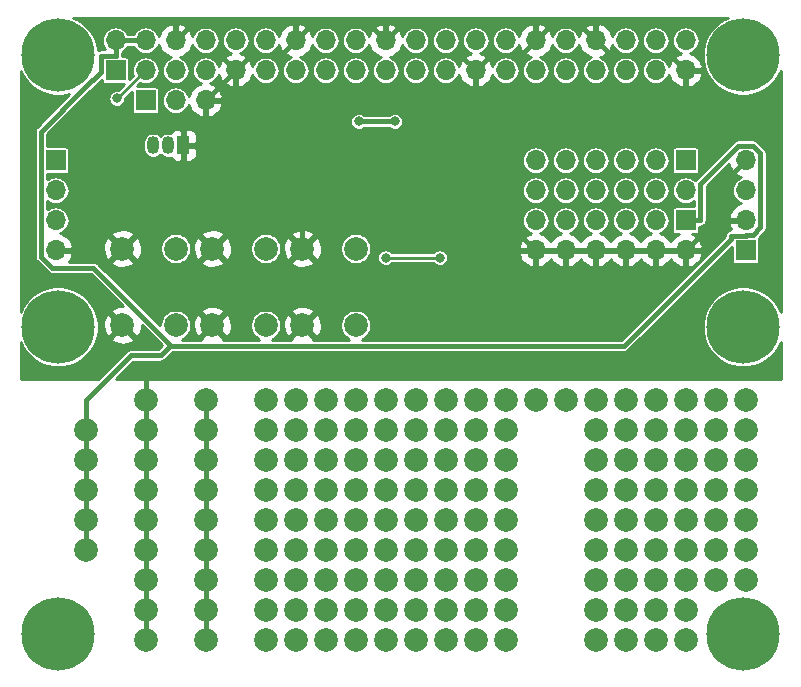
<source format=gbr>
G04 #@! TF.GenerationSoftware,KiCad,Pcbnew,(5.1.4)-1*
G04 #@! TF.CreationDate,2019-12-09T12:32:02+01:00*
G04 #@! TF.ProjectId,wuhat,77756861-742e-46b6-9963-61645f706362,7E4.0*
G04 #@! TF.SameCoordinates,Original*
G04 #@! TF.FileFunction,Copper,L2,Bot*
G04 #@! TF.FilePolarity,Positive*
%FSLAX46Y46*%
G04 Gerber Fmt 4.6, Leading zero omitted, Abs format (unit mm)*
G04 Created by KiCad (PCBNEW (5.1.4)-1) date 2019-12-09 12:32:02*
%MOMM*%
%LPD*%
G04 APERTURE LIST*
%ADD10C,2.000000*%
%ADD11C,6.200000*%
%ADD12O,1.700000X1.700000*%
%ADD13R,1.700000X1.700000*%
%ADD14R,1.050000X1.500000*%
%ADD15O,1.050000X1.500000*%
%ADD16C,0.800000*%
%ADD17C,0.400000*%
%ADD18C,0.250000*%
%ADD19C,0.254000*%
G04 APERTURE END LIST*
D10*
X112510000Y-148760000D03*
X117590000Y-148760000D03*
X112510000Y-146220000D03*
X117590000Y-146220000D03*
X117590000Y-143680000D03*
X112510000Y-143680000D03*
X112510000Y-141140000D03*
X117590000Y-141140000D03*
X112510000Y-138600000D03*
X117590000Y-138600000D03*
X112510000Y-136060000D03*
X117590000Y-136060000D03*
X112510000Y-133520000D03*
X117590000Y-133520000D03*
X117590000Y-130980000D03*
X112510000Y-130980000D03*
X107430000Y-141140000D03*
X107430000Y-138600000D03*
X107430000Y-136060000D03*
X107430000Y-133520000D03*
X135370000Y-128440000D03*
X130290000Y-128440000D03*
X125210000Y-128440000D03*
X107430000Y-130980000D03*
X117590000Y-128440000D03*
X112510000Y-128440000D03*
X122670000Y-128440000D03*
X125210000Y-130980000D03*
X122670000Y-148760000D03*
X125210000Y-146220000D03*
X125210000Y-133520000D03*
X125210000Y-141140000D03*
X122670000Y-146220000D03*
X122670000Y-143680000D03*
X125210000Y-143680000D03*
X125210000Y-138600000D03*
X122670000Y-130980000D03*
X125210000Y-136060000D03*
X122670000Y-133520000D03*
X125210000Y-148760000D03*
X122670000Y-141140000D03*
X122670000Y-138600000D03*
X122670000Y-136060000D03*
X130290000Y-136060000D03*
X127750000Y-141140000D03*
X130290000Y-138600000D03*
X127750000Y-136060000D03*
X127750000Y-133520000D03*
X127750000Y-130980000D03*
X130290000Y-143680000D03*
X127750000Y-143680000D03*
X130290000Y-148760000D03*
X127750000Y-138600000D03*
X130290000Y-130980000D03*
X127750000Y-148760000D03*
X130290000Y-146220000D03*
X130290000Y-133520000D03*
X130290000Y-141140000D03*
X127750000Y-146220000D03*
X127750000Y-128440000D03*
X135370000Y-133520000D03*
X132830000Y-133520000D03*
X135370000Y-141140000D03*
X135370000Y-148760000D03*
X132830000Y-141140000D03*
X135370000Y-138600000D03*
X135370000Y-136060000D03*
X135370000Y-130980000D03*
X132830000Y-148760000D03*
X132830000Y-138600000D03*
X135370000Y-143680000D03*
X132830000Y-136060000D03*
X132830000Y-130980000D03*
X132830000Y-143680000D03*
X135370000Y-146220000D03*
X132830000Y-146220000D03*
X132830000Y-128440000D03*
X142990000Y-148760000D03*
X140450000Y-148760000D03*
X137910000Y-148760000D03*
X137910000Y-133520000D03*
X137910000Y-141140000D03*
X137910000Y-138600000D03*
X137910000Y-136060000D03*
X137910000Y-130980000D03*
X137910000Y-143680000D03*
X137910000Y-146220000D03*
X140450000Y-138600000D03*
X140450000Y-136060000D03*
X140450000Y-133520000D03*
X140450000Y-146220000D03*
X140450000Y-143680000D03*
X140450000Y-130980000D03*
X140450000Y-141140000D03*
X142990000Y-136060000D03*
X142990000Y-141140000D03*
X142990000Y-143680000D03*
X142990000Y-133520000D03*
X142990000Y-130980000D03*
X142990000Y-146220000D03*
X142990000Y-138600000D03*
X163310000Y-143680000D03*
X160770000Y-143680000D03*
X163310000Y-138600000D03*
X163310000Y-141140000D03*
X163310000Y-128440000D03*
X163310000Y-133520000D03*
X163310000Y-136060000D03*
X163310000Y-130980000D03*
X160770000Y-138600000D03*
X160770000Y-141140000D03*
X160770000Y-133520000D03*
X160770000Y-136060000D03*
X160770000Y-128440000D03*
X160770000Y-130980000D03*
X137910000Y-128440000D03*
X140450000Y-128440000D03*
X142990000Y-128440000D03*
X145530000Y-128440000D03*
X153150000Y-128440000D03*
X155690000Y-128440000D03*
X148070000Y-128440000D03*
X150610000Y-128440000D03*
X150610000Y-133520000D03*
X150610000Y-143680000D03*
X150610000Y-136060000D03*
X150610000Y-146220000D03*
X150610000Y-138600000D03*
X150610000Y-148760000D03*
X150610000Y-130980000D03*
X150610000Y-141140000D03*
X153150000Y-146220000D03*
X153150000Y-143680000D03*
X153150000Y-136060000D03*
X153150000Y-138600000D03*
X153150000Y-130980000D03*
X153150000Y-133520000D03*
X153150000Y-141140000D03*
X153150000Y-148760000D03*
X155690000Y-148760000D03*
X155690000Y-146220000D03*
X155690000Y-141140000D03*
X155690000Y-143680000D03*
X155690000Y-136060000D03*
X155690000Y-138600000D03*
X155690000Y-130980000D03*
X155690000Y-133520000D03*
X158230000Y-148760000D03*
X158230000Y-146220000D03*
X158230000Y-143680000D03*
X158230000Y-141140000D03*
X158230000Y-138600000D03*
X158230000Y-133520000D03*
X158230000Y-136060000D03*
X158230000Y-130980000D03*
X158230000Y-128440000D03*
D11*
X105100000Y-122230000D03*
X163100000Y-148230000D03*
D12*
X158230000Y-97960000D03*
X158230000Y-100500000D03*
X155690000Y-97960000D03*
X155690000Y-100500000D03*
X153150000Y-97960000D03*
X153150000Y-100500000D03*
X150610000Y-97960000D03*
X150610000Y-100500000D03*
X148070000Y-97960000D03*
X148070000Y-100500000D03*
X145530000Y-97960000D03*
X145530000Y-100500000D03*
X142990000Y-97960000D03*
X142990000Y-100500000D03*
X140450000Y-97960000D03*
X140450000Y-100500000D03*
X137910000Y-97960000D03*
X137910000Y-100500000D03*
X135370000Y-97960000D03*
X135370000Y-100500000D03*
X132830000Y-97960000D03*
X132830000Y-100500000D03*
X130290000Y-97960000D03*
X130290000Y-100500000D03*
X127750000Y-97960000D03*
X127750000Y-100500000D03*
X125210000Y-97960000D03*
X125210000Y-100500000D03*
X122670000Y-97960000D03*
X122670000Y-100500000D03*
X120130000Y-97960000D03*
X120130000Y-100500000D03*
X117590000Y-97960000D03*
X117590000Y-100500000D03*
X115050000Y-97960000D03*
X115050000Y-100500000D03*
X112510000Y-97960000D03*
X112510000Y-100500000D03*
X109970000Y-97960000D03*
D13*
X109970000Y-100500000D03*
X158230000Y-113200000D03*
D12*
X158230000Y-115740000D03*
X155690000Y-113200000D03*
X155690000Y-115740000D03*
X153150000Y-113200000D03*
X153150000Y-115740000D03*
X150610000Y-113200000D03*
X150610000Y-115740000D03*
X148070000Y-113200000D03*
X148070000Y-115740000D03*
X145530000Y-113200000D03*
X145530000Y-115740000D03*
X145530000Y-110660000D03*
X145530000Y-108120000D03*
X148070000Y-110660000D03*
X148070000Y-108120000D03*
X150610000Y-110660000D03*
X150610000Y-108120000D03*
X153150000Y-110660000D03*
X153150000Y-108120000D03*
X155690000Y-110660000D03*
X155690000Y-108120000D03*
X158230000Y-110660000D03*
D13*
X158230000Y-108120000D03*
X104890000Y-108120000D03*
D12*
X104890000Y-110660000D03*
X104890000Y-113200000D03*
X104890000Y-115740000D03*
D13*
X163310000Y-115740000D03*
D12*
X163310000Y-113200000D03*
X163310000Y-110660000D03*
X163310000Y-108120000D03*
D14*
X115685000Y-106850000D03*
D15*
X113145000Y-106850000D03*
X114415000Y-106850000D03*
D10*
X115050000Y-122090000D03*
X110550000Y-122090000D03*
X115050000Y-115590000D03*
X110550000Y-115590000D03*
X125790000Y-115590000D03*
X130290000Y-115590000D03*
X125790000Y-122090000D03*
X130290000Y-122090000D03*
X122670000Y-122090000D03*
X118170000Y-122090000D03*
X122670000Y-115590000D03*
X118170000Y-115590000D03*
D13*
X112510000Y-103040000D03*
D12*
X115050000Y-103040000D03*
X117590000Y-103040000D03*
D11*
X163100000Y-99230000D03*
X163100000Y-122230000D03*
X105100000Y-148230000D03*
X105100000Y-99230000D03*
D16*
X143510000Y-118745000D03*
X118860000Y-111004990D03*
X126100000Y-111730000D03*
X123100000Y-111930000D03*
X141720000Y-108755000D03*
X142355000Y-118280000D03*
X133465000Y-118915000D03*
X133465000Y-117645000D03*
X141085000Y-118280000D03*
X129508722Y-111705533D03*
X143510000Y-121285000D03*
X107176000Y-104056000D03*
X104128000Y-103294000D03*
X106287000Y-104945000D03*
X103239000Y-104056000D03*
X108573000Y-113073000D03*
X102604000Y-117137000D03*
X112256000Y-109263000D03*
X111367000Y-112057000D03*
X116447000Y-113200000D03*
X135624000Y-104818000D03*
X146800000Y-104310000D03*
X149340000Y-104310000D03*
X151880000Y-104310000D03*
X154420000Y-104310000D03*
X156960000Y-104310000D03*
X159500000Y-104310000D03*
X163437000Y-118153000D03*
X159119000Y-122344000D03*
X157691000Y-121074000D03*
X142863000Y-108755000D03*
X136830500Y-115105000D03*
X112510000Y-125900000D03*
X113780000Y-125900000D03*
X116320000Y-125900000D03*
X116320000Y-124884000D03*
X133592000Y-104818000D03*
X130544000Y-104818000D03*
X132830000Y-116375000D03*
X137402004Y-116375000D03*
X110074072Y-102889074D03*
D17*
X125790000Y-113145000D02*
X124575000Y-111930000D01*
X125790000Y-115590000D02*
X125790000Y-113145000D01*
X116769999Y-116990001D02*
X118170000Y-115590000D01*
X111950001Y-116990001D02*
X116769999Y-116990001D01*
X110550000Y-115590000D02*
X111950001Y-116990001D01*
X124389999Y-116990001D02*
X125790000Y-115590000D01*
X119570001Y-116990001D02*
X124389999Y-116990001D01*
X118170000Y-115590000D02*
X119570001Y-116990001D01*
X159079999Y-114890001D02*
X158230000Y-115740000D01*
X162059999Y-111910001D02*
X159079999Y-114890001D01*
X162059999Y-109370001D02*
X162059999Y-111910001D01*
X163310000Y-108120000D02*
X162059999Y-109370001D01*
X151459999Y-98809999D02*
X150610000Y-97960000D01*
X151899999Y-99249999D02*
X151459999Y-98809999D01*
X156979999Y-99249999D02*
X151899999Y-99249999D01*
X158230000Y-100500000D02*
X156979999Y-99249999D01*
X141299999Y-99650001D02*
X140450000Y-100500000D01*
X141739999Y-99210001D02*
X141299999Y-99650001D01*
X144279999Y-99210001D02*
X141739999Y-99210001D01*
X144279999Y-99210001D02*
X144680001Y-98809999D01*
X144279999Y-114489999D02*
X144279999Y-99210001D01*
X144680001Y-98809999D02*
X145530000Y-97960000D01*
X145530000Y-115740000D02*
X144279999Y-114489999D01*
X124360001Y-98809999D02*
X125210000Y-97960000D01*
X123920001Y-99249999D02*
X124360001Y-98809999D01*
X121380001Y-99249999D02*
X123920001Y-99249999D01*
X120130000Y-100500000D02*
X121380001Y-99249999D01*
X119785010Y-111930000D02*
X119259999Y-111404989D01*
X119259999Y-111404989D02*
X118860000Y-111004990D01*
X124775000Y-111730000D02*
X124575000Y-111930000D01*
X126100000Y-111730000D02*
X124775000Y-111730000D01*
X124575000Y-111930000D02*
X123100000Y-111930000D01*
X123100000Y-111930000D02*
X119785010Y-111930000D01*
X144279999Y-114489999D02*
X144279999Y-113869668D01*
X141720000Y-111309669D02*
X142340331Y-111930000D01*
X141720000Y-108755000D02*
X141720000Y-111309669D01*
X142340331Y-111930000D02*
X141845321Y-111434990D01*
X144279999Y-113869668D02*
X142340331Y-111930000D01*
X141720000Y-118915000D02*
X133465000Y-118915000D01*
X142355000Y-118280000D02*
X141720000Y-118915000D01*
X140450000Y-117645000D02*
X141085000Y-118280000D01*
X133465000Y-117645000D02*
X140450000Y-117645000D01*
X129484255Y-111730000D02*
X129508722Y-111705533D01*
X126100000Y-111730000D02*
X129484255Y-111730000D01*
X143510000Y-121285000D02*
X143510000Y-118745000D01*
X146780001Y-96709999D02*
X146379999Y-97110001D01*
X146379999Y-97110001D02*
X145530000Y-97960000D01*
X149359999Y-96709999D02*
X146780001Y-96709999D01*
X150610000Y-97960000D02*
X149359999Y-96709999D01*
X133679999Y-97110001D02*
X132830000Y-97960000D01*
X134080001Y-96709999D02*
X133679999Y-97110001D01*
X135970001Y-96709999D02*
X134080001Y-96709999D01*
X136620001Y-97359999D02*
X135970001Y-96709999D01*
X136620001Y-98520003D02*
X136620001Y-97359999D01*
X137309999Y-99210001D02*
X136620001Y-98520003D01*
X139160001Y-99210001D02*
X137309999Y-99210001D01*
X140450000Y-100500000D02*
X139160001Y-99210001D01*
X126460001Y-96709999D02*
X126059999Y-97110001D01*
X126059999Y-97110001D02*
X125210000Y-97960000D01*
X131579999Y-96709999D02*
X126460001Y-96709999D01*
X132830000Y-97960000D02*
X131579999Y-96709999D01*
X115899999Y-97110001D02*
X115050000Y-97960000D01*
X116300001Y-96709999D02*
X115899999Y-97110001D01*
X118190001Y-96709999D02*
X116300001Y-96709999D01*
X118879999Y-97399997D02*
X118190001Y-96709999D01*
X118879999Y-99249999D02*
X118879999Y-97399997D01*
X120130000Y-100500000D02*
X118879999Y-99249999D01*
X117590000Y-103040000D02*
X120130000Y-100500000D01*
X112510000Y-128440000D02*
X112510000Y-148760000D01*
X112510000Y-128440000D02*
X112510000Y-125900000D01*
X112510000Y-125900000D02*
X112510000Y-125900000D01*
X133592000Y-104818000D02*
X130544000Y-104818000D01*
X117590000Y-148760000D02*
X117590000Y-128440000D01*
X112510000Y-97960000D02*
X109970000Y-97960000D01*
X104600000Y-117230000D02*
X108100000Y-117230000D01*
X163379999Y-114450001D02*
X163910001Y-114450001D01*
X162709999Y-106869999D02*
X159480001Y-110099997D01*
X109970000Y-97960000D02*
X109970000Y-99249999D01*
X103639999Y-116269999D02*
X104600000Y-117230000D01*
X108719999Y-100610001D02*
X107306000Y-102024000D01*
X108799999Y-99249999D02*
X108719999Y-99329999D01*
X109970000Y-99249999D02*
X108799999Y-99249999D01*
X163340001Y-114489999D02*
X163379999Y-114450001D01*
X108719999Y-99329999D02*
X108719999Y-100610001D01*
X153005000Y-123825000D02*
X162059999Y-114770001D01*
X162059999Y-114770001D02*
X162059999Y-114569999D01*
X159480000Y-113200000D02*
X158230000Y-113200000D01*
X159480001Y-110099997D02*
X159480000Y-113200000D01*
X103639999Y-105690001D02*
X103639999Y-116269999D01*
X162139999Y-114489999D02*
X163340001Y-114489999D01*
X164560001Y-107519999D02*
X163910001Y-106869999D01*
X108100000Y-117230000D02*
X114695000Y-123825000D01*
X163910001Y-106869999D02*
X162709999Y-106869999D01*
X114695000Y-123825000D02*
X153005000Y-123825000D01*
X162059999Y-114569999D02*
X162139999Y-114489999D01*
X163910001Y-114450001D02*
X164560001Y-113800001D01*
X164560001Y-113800001D02*
X164560001Y-107519999D01*
X107306000Y-102024000D02*
X103639999Y-105690001D01*
X114585000Y-123825000D02*
X113780000Y-124630000D01*
X114695000Y-123825000D02*
X114585000Y-123825000D01*
X113780000Y-124630000D02*
X111240000Y-124630000D01*
X107430000Y-128440000D02*
X107430000Y-130980000D01*
X111240000Y-124630000D02*
X107430000Y-128440000D01*
X107430000Y-130980000D02*
X107430000Y-141140000D01*
D18*
X132830000Y-116375000D02*
X133395685Y-116375000D01*
X133395685Y-116375000D02*
X137402004Y-116375000D01*
X110120926Y-102889074D02*
X110074072Y-102889074D01*
X112510000Y-100500000D02*
X110120926Y-102889074D01*
D19*
G36*
X161476707Y-96193032D02*
G01*
X160915415Y-96568075D01*
X160438075Y-97045415D01*
X160063032Y-97606707D01*
X159804697Y-98230381D01*
X159673000Y-98892470D01*
X159673000Y-99567530D01*
X159804697Y-100229619D01*
X160063032Y-100853293D01*
X160438075Y-101414585D01*
X160915415Y-101891925D01*
X161476707Y-102266968D01*
X162100381Y-102525303D01*
X162762470Y-102657000D01*
X163437530Y-102657000D01*
X164099619Y-102525303D01*
X164723293Y-102266968D01*
X165284585Y-101891925D01*
X165761925Y-101414585D01*
X166136968Y-100853293D01*
X166272501Y-100526088D01*
X166272501Y-120933911D01*
X166136968Y-120606707D01*
X165761925Y-120045415D01*
X165284585Y-119568075D01*
X164723293Y-119193032D01*
X164099619Y-118934697D01*
X163437530Y-118803000D01*
X162762470Y-118803000D01*
X162100381Y-118934697D01*
X161476707Y-119193032D01*
X160915415Y-119568075D01*
X160438075Y-120045415D01*
X160063032Y-120606707D01*
X159804697Y-121230381D01*
X159673000Y-121892470D01*
X159673000Y-122567530D01*
X159804697Y-123229619D01*
X160063032Y-123853293D01*
X160438075Y-124414585D01*
X160915415Y-124891925D01*
X161476707Y-125266968D01*
X162100381Y-125525303D01*
X162762470Y-125657000D01*
X163437530Y-125657000D01*
X164099619Y-125525303D01*
X164723293Y-125266968D01*
X165284585Y-124891925D01*
X165761925Y-124414585D01*
X166136968Y-123853293D01*
X166272501Y-123526091D01*
X166272501Y-126603000D01*
X110012290Y-126603000D01*
X111458291Y-125157000D01*
X113754119Y-125157000D01*
X113780000Y-125159549D01*
X113805881Y-125157000D01*
X113883310Y-125149374D01*
X113982650Y-125119239D01*
X114074202Y-125070304D01*
X114154448Y-125004448D01*
X114170955Y-124984334D01*
X114803290Y-124352000D01*
X152979119Y-124352000D01*
X153005000Y-124354549D01*
X153030881Y-124352000D01*
X153108310Y-124344374D01*
X153207650Y-124314239D01*
X153299202Y-124265304D01*
X153379448Y-124199448D01*
X153395955Y-124179334D01*
X162131418Y-115443872D01*
X162131418Y-116590000D01*
X162137732Y-116654103D01*
X162156430Y-116715743D01*
X162186794Y-116772550D01*
X162227657Y-116822343D01*
X162277450Y-116863206D01*
X162334257Y-116893570D01*
X162395897Y-116912268D01*
X162460000Y-116918582D01*
X164160000Y-116918582D01*
X164224103Y-116912268D01*
X164285743Y-116893570D01*
X164342550Y-116863206D01*
X164392343Y-116822343D01*
X164433206Y-116772550D01*
X164463570Y-116715743D01*
X164482268Y-116654103D01*
X164488582Y-116590000D01*
X164488582Y-114890000D01*
X164482268Y-114825897D01*
X164463570Y-114764257D01*
X164433206Y-114707450D01*
X164417266Y-114688026D01*
X164914345Y-114190948D01*
X164934449Y-114174449D01*
X165000305Y-114094203D01*
X165049240Y-114002651D01*
X165079375Y-113903311D01*
X165087001Y-113825882D01*
X165087001Y-113825881D01*
X165089550Y-113800001D01*
X165087001Y-113774120D01*
X165087001Y-107545880D01*
X165089550Y-107519999D01*
X165079375Y-107416689D01*
X165049240Y-107317350D01*
X165049240Y-107317349D01*
X165000305Y-107225797D01*
X164934449Y-107145551D01*
X164914345Y-107129052D01*
X164300956Y-106515665D01*
X164284449Y-106495551D01*
X164204203Y-106429695D01*
X164112651Y-106380760D01*
X164013311Y-106350625D01*
X163935882Y-106342999D01*
X163910001Y-106340450D01*
X163884120Y-106342999D01*
X162735880Y-106342999D01*
X162709999Y-106340450D01*
X162684118Y-106342999D01*
X162606689Y-106350625D01*
X162507349Y-106380760D01*
X162415797Y-106429695D01*
X162335551Y-106495551D01*
X162319048Y-106515660D01*
X159125663Y-109709046D01*
X159105554Y-109725549D01*
X159048062Y-109795603D01*
X159041616Y-109803458D01*
X158887070Y-109676626D01*
X158682597Y-109567333D01*
X158460732Y-109500031D01*
X158287812Y-109483000D01*
X158172188Y-109483000D01*
X157999268Y-109500031D01*
X157777403Y-109567333D01*
X157572930Y-109676626D01*
X157393709Y-109823709D01*
X157246626Y-110002930D01*
X157137333Y-110207403D01*
X157070031Y-110429268D01*
X157047306Y-110660000D01*
X157070031Y-110890732D01*
X157137333Y-111112597D01*
X157246626Y-111317070D01*
X157393709Y-111496291D01*
X157572930Y-111643374D01*
X157777403Y-111752667D01*
X157999268Y-111819969D01*
X158172188Y-111837000D01*
X158287812Y-111837000D01*
X158460732Y-111819969D01*
X158682597Y-111752667D01*
X158887070Y-111643374D01*
X158953001Y-111589266D01*
X158953001Y-112021418D01*
X157380000Y-112021418D01*
X157315897Y-112027732D01*
X157254257Y-112046430D01*
X157197450Y-112076794D01*
X157147657Y-112117657D01*
X157106794Y-112167450D01*
X157076430Y-112224257D01*
X157057732Y-112285897D01*
X157051418Y-112350000D01*
X157051418Y-114050000D01*
X157057732Y-114114103D01*
X157076430Y-114175743D01*
X157106794Y-114232550D01*
X157147657Y-114282343D01*
X157197450Y-114323206D01*
X157254257Y-114353570D01*
X157315897Y-114372268D01*
X157380000Y-114378582D01*
X157651565Y-114378582D01*
X157463080Y-114468359D01*
X157229731Y-114642412D01*
X157034822Y-114858645D01*
X156960000Y-114984255D01*
X156885178Y-114858645D01*
X156690269Y-114642412D01*
X156456920Y-114468359D01*
X156194099Y-114343175D01*
X156085091Y-114310111D01*
X156142597Y-114292667D01*
X156347070Y-114183374D01*
X156526291Y-114036291D01*
X156673374Y-113857070D01*
X156782667Y-113652597D01*
X156849969Y-113430732D01*
X156872694Y-113200000D01*
X156849969Y-112969268D01*
X156782667Y-112747403D01*
X156673374Y-112542930D01*
X156526291Y-112363709D01*
X156347070Y-112216626D01*
X156142597Y-112107333D01*
X155920732Y-112040031D01*
X155747812Y-112023000D01*
X155632188Y-112023000D01*
X155459268Y-112040031D01*
X155237403Y-112107333D01*
X155032930Y-112216626D01*
X154853709Y-112363709D01*
X154706626Y-112542930D01*
X154597333Y-112747403D01*
X154530031Y-112969268D01*
X154507306Y-113200000D01*
X154530031Y-113430732D01*
X154597333Y-113652597D01*
X154706626Y-113857070D01*
X154853709Y-114036291D01*
X155032930Y-114183374D01*
X155237403Y-114292667D01*
X155294909Y-114310111D01*
X155185901Y-114343175D01*
X154923080Y-114468359D01*
X154689731Y-114642412D01*
X154494822Y-114858645D01*
X154420000Y-114984255D01*
X154345178Y-114858645D01*
X154150269Y-114642412D01*
X153916920Y-114468359D01*
X153654099Y-114343175D01*
X153545091Y-114310111D01*
X153602597Y-114292667D01*
X153807070Y-114183374D01*
X153986291Y-114036291D01*
X154133374Y-113857070D01*
X154242667Y-113652597D01*
X154309969Y-113430732D01*
X154332694Y-113200000D01*
X154309969Y-112969268D01*
X154242667Y-112747403D01*
X154133374Y-112542930D01*
X153986291Y-112363709D01*
X153807070Y-112216626D01*
X153602597Y-112107333D01*
X153380732Y-112040031D01*
X153207812Y-112023000D01*
X153092188Y-112023000D01*
X152919268Y-112040031D01*
X152697403Y-112107333D01*
X152492930Y-112216626D01*
X152313709Y-112363709D01*
X152166626Y-112542930D01*
X152057333Y-112747403D01*
X151990031Y-112969268D01*
X151967306Y-113200000D01*
X151990031Y-113430732D01*
X152057333Y-113652597D01*
X152166626Y-113857070D01*
X152313709Y-114036291D01*
X152492930Y-114183374D01*
X152697403Y-114292667D01*
X152754909Y-114310111D01*
X152645901Y-114343175D01*
X152383080Y-114468359D01*
X152149731Y-114642412D01*
X151954822Y-114858645D01*
X151880000Y-114984255D01*
X151805178Y-114858645D01*
X151610269Y-114642412D01*
X151376920Y-114468359D01*
X151114099Y-114343175D01*
X151005091Y-114310111D01*
X151062597Y-114292667D01*
X151267070Y-114183374D01*
X151446291Y-114036291D01*
X151593374Y-113857070D01*
X151702667Y-113652597D01*
X151769969Y-113430732D01*
X151792694Y-113200000D01*
X151769969Y-112969268D01*
X151702667Y-112747403D01*
X151593374Y-112542930D01*
X151446291Y-112363709D01*
X151267070Y-112216626D01*
X151062597Y-112107333D01*
X150840732Y-112040031D01*
X150667812Y-112023000D01*
X150552188Y-112023000D01*
X150379268Y-112040031D01*
X150157403Y-112107333D01*
X149952930Y-112216626D01*
X149773709Y-112363709D01*
X149626626Y-112542930D01*
X149517333Y-112747403D01*
X149450031Y-112969268D01*
X149427306Y-113200000D01*
X149450031Y-113430732D01*
X149517333Y-113652597D01*
X149626626Y-113857070D01*
X149773709Y-114036291D01*
X149952930Y-114183374D01*
X150157403Y-114292667D01*
X150214909Y-114310111D01*
X150105901Y-114343175D01*
X149843080Y-114468359D01*
X149609731Y-114642412D01*
X149414822Y-114858645D01*
X149340000Y-114984255D01*
X149265178Y-114858645D01*
X149070269Y-114642412D01*
X148836920Y-114468359D01*
X148574099Y-114343175D01*
X148465091Y-114310111D01*
X148522597Y-114292667D01*
X148727070Y-114183374D01*
X148906291Y-114036291D01*
X149053374Y-113857070D01*
X149162667Y-113652597D01*
X149229969Y-113430732D01*
X149252694Y-113200000D01*
X149229969Y-112969268D01*
X149162667Y-112747403D01*
X149053374Y-112542930D01*
X148906291Y-112363709D01*
X148727070Y-112216626D01*
X148522597Y-112107333D01*
X148300732Y-112040031D01*
X148127812Y-112023000D01*
X148012188Y-112023000D01*
X147839268Y-112040031D01*
X147617403Y-112107333D01*
X147412930Y-112216626D01*
X147233709Y-112363709D01*
X147086626Y-112542930D01*
X146977333Y-112747403D01*
X146910031Y-112969268D01*
X146887306Y-113200000D01*
X146910031Y-113430732D01*
X146977333Y-113652597D01*
X147086626Y-113857070D01*
X147233709Y-114036291D01*
X147412930Y-114183374D01*
X147617403Y-114292667D01*
X147674909Y-114310111D01*
X147565901Y-114343175D01*
X147303080Y-114468359D01*
X147069731Y-114642412D01*
X146874822Y-114858645D01*
X146800000Y-114984255D01*
X146725178Y-114858645D01*
X146530269Y-114642412D01*
X146296920Y-114468359D01*
X146034099Y-114343175D01*
X145925091Y-114310111D01*
X145982597Y-114292667D01*
X146187070Y-114183374D01*
X146366291Y-114036291D01*
X146513374Y-113857070D01*
X146622667Y-113652597D01*
X146689969Y-113430732D01*
X146712694Y-113200000D01*
X146689969Y-112969268D01*
X146622667Y-112747403D01*
X146513374Y-112542930D01*
X146366291Y-112363709D01*
X146187070Y-112216626D01*
X145982597Y-112107333D01*
X145760732Y-112040031D01*
X145587812Y-112023000D01*
X145472188Y-112023000D01*
X145299268Y-112040031D01*
X145077403Y-112107333D01*
X144872930Y-112216626D01*
X144693709Y-112363709D01*
X144546626Y-112542930D01*
X144437333Y-112747403D01*
X144370031Y-112969268D01*
X144347306Y-113200000D01*
X144370031Y-113430732D01*
X144437333Y-113652597D01*
X144546626Y-113857070D01*
X144693709Y-114036291D01*
X144872930Y-114183374D01*
X145077403Y-114292667D01*
X145134909Y-114310111D01*
X145025901Y-114343175D01*
X144763080Y-114468359D01*
X144529731Y-114642412D01*
X144334822Y-114858645D01*
X144185843Y-115108748D01*
X144088519Y-115383109D01*
X144209186Y-115613000D01*
X145403000Y-115613000D01*
X145403000Y-115593000D01*
X145657000Y-115593000D01*
X145657000Y-115613000D01*
X147943000Y-115613000D01*
X147943000Y-115593000D01*
X148197000Y-115593000D01*
X148197000Y-115613000D01*
X150483000Y-115613000D01*
X150483000Y-115593000D01*
X150737000Y-115593000D01*
X150737000Y-115613000D01*
X153023000Y-115613000D01*
X153023000Y-115593000D01*
X153277000Y-115593000D01*
X153277000Y-115613000D01*
X155563000Y-115613000D01*
X155563000Y-115593000D01*
X155817000Y-115593000D01*
X155817000Y-115613000D01*
X158103000Y-115613000D01*
X158103000Y-115593000D01*
X158357000Y-115593000D01*
X158357000Y-115613000D01*
X159550814Y-115613000D01*
X159671481Y-115383109D01*
X159574157Y-115108748D01*
X159425178Y-114858645D01*
X159230269Y-114642412D01*
X158996920Y-114468359D01*
X158808435Y-114378582D01*
X159080000Y-114378582D01*
X159144103Y-114372268D01*
X159205743Y-114353570D01*
X159262550Y-114323206D01*
X159312343Y-114282343D01*
X159353206Y-114232550D01*
X159383570Y-114175743D01*
X159402268Y-114114103D01*
X159408582Y-114050000D01*
X159408582Y-113727000D01*
X159454129Y-113727000D01*
X159480000Y-113729548D01*
X159505873Y-113727000D01*
X159505881Y-113727000D01*
X159583310Y-113719374D01*
X159682650Y-113689239D01*
X159774202Y-113640304D01*
X159854448Y-113574448D01*
X159920304Y-113494202D01*
X159969239Y-113402650D01*
X159999374Y-113303310D01*
X160009549Y-113200000D01*
X160006999Y-113174109D01*
X160007001Y-110318286D01*
X161891014Y-108434273D01*
X161868524Y-108476890D01*
X161913175Y-108624099D01*
X162038359Y-108886920D01*
X162212412Y-109120269D01*
X162428645Y-109315178D01*
X162678748Y-109464157D01*
X162917885Y-109548986D01*
X162857403Y-109567333D01*
X162652930Y-109676626D01*
X162473709Y-109823709D01*
X162326626Y-110002930D01*
X162217333Y-110207403D01*
X162150031Y-110429268D01*
X162127306Y-110660000D01*
X162150031Y-110890732D01*
X162217333Y-111112597D01*
X162326626Y-111317070D01*
X162473709Y-111496291D01*
X162652930Y-111643374D01*
X162857403Y-111752667D01*
X162917885Y-111771014D01*
X162678748Y-111855843D01*
X162428645Y-112004822D01*
X162212412Y-112199731D01*
X162038359Y-112433080D01*
X161913175Y-112695901D01*
X161868524Y-112843110D01*
X161989845Y-113073000D01*
X163183000Y-113073000D01*
X163183000Y-113053000D01*
X163437000Y-113053000D01*
X163437000Y-113073000D01*
X163457000Y-113073000D01*
X163457000Y-113327000D01*
X163437000Y-113327000D01*
X163437000Y-113347000D01*
X163183000Y-113347000D01*
X163183000Y-113327000D01*
X161989845Y-113327000D01*
X161868524Y-113556890D01*
X161913175Y-113704099D01*
X162038359Y-113966920D01*
X162040819Y-113970218D01*
X162036689Y-113970625D01*
X161937349Y-114000760D01*
X161845797Y-114049695D01*
X161765551Y-114115551D01*
X161749044Y-114135665D01*
X161705661Y-114179048D01*
X161685552Y-114195551D01*
X161648703Y-114240452D01*
X161619695Y-114275798D01*
X161607551Y-114298519D01*
X161570760Y-114367349D01*
X161544296Y-114454587D01*
X161540625Y-114466690D01*
X161532170Y-114552541D01*
X152786711Y-123298000D01*
X130841248Y-123298000D01*
X130918570Y-123265972D01*
X131135913Y-123120748D01*
X131320748Y-122935913D01*
X131465972Y-122718570D01*
X131566004Y-122477072D01*
X131617000Y-122220698D01*
X131617000Y-121959302D01*
X131566004Y-121702928D01*
X131465972Y-121461430D01*
X131320748Y-121244087D01*
X131135913Y-121059252D01*
X130918570Y-120914028D01*
X130677072Y-120813996D01*
X130420698Y-120763000D01*
X130159302Y-120763000D01*
X129902928Y-120813996D01*
X129661430Y-120914028D01*
X129444087Y-121059252D01*
X129259252Y-121244087D01*
X129114028Y-121461430D01*
X129013996Y-121702928D01*
X128963000Y-121959302D01*
X128963000Y-122220698D01*
X129013996Y-122477072D01*
X129114028Y-122718570D01*
X129259252Y-122935913D01*
X129444087Y-123120748D01*
X129661430Y-123265972D01*
X129738752Y-123298000D01*
X126719518Y-123298000D01*
X126745808Y-123225413D01*
X125790000Y-122269605D01*
X124834192Y-123225413D01*
X124860482Y-123298000D01*
X123221248Y-123298000D01*
X123298570Y-123265972D01*
X123515913Y-123120748D01*
X123700748Y-122935913D01*
X123845972Y-122718570D01*
X123946004Y-122477072D01*
X123997000Y-122220698D01*
X123997000Y-122152595D01*
X124148282Y-122152595D01*
X124192039Y-122471675D01*
X124297205Y-122776088D01*
X124390186Y-122950044D01*
X124654587Y-123045808D01*
X125610395Y-122090000D01*
X125969605Y-122090000D01*
X126925413Y-123045808D01*
X127189814Y-122950044D01*
X127330704Y-122660429D01*
X127412384Y-122348892D01*
X127431718Y-122027405D01*
X127387961Y-121708325D01*
X127282795Y-121403912D01*
X127189814Y-121229956D01*
X126925413Y-121134192D01*
X125969605Y-122090000D01*
X125610395Y-122090000D01*
X124654587Y-121134192D01*
X124390186Y-121229956D01*
X124249296Y-121519571D01*
X124167616Y-121831108D01*
X124148282Y-122152595D01*
X123997000Y-122152595D01*
X123997000Y-121959302D01*
X123946004Y-121702928D01*
X123845972Y-121461430D01*
X123700748Y-121244087D01*
X123515913Y-121059252D01*
X123359271Y-120954587D01*
X124834192Y-120954587D01*
X125790000Y-121910395D01*
X126745808Y-120954587D01*
X126650044Y-120690186D01*
X126360429Y-120549296D01*
X126048892Y-120467616D01*
X125727405Y-120448282D01*
X125408325Y-120492039D01*
X125103912Y-120597205D01*
X124929956Y-120690186D01*
X124834192Y-120954587D01*
X123359271Y-120954587D01*
X123298570Y-120914028D01*
X123057072Y-120813996D01*
X122800698Y-120763000D01*
X122539302Y-120763000D01*
X122282928Y-120813996D01*
X122041430Y-120914028D01*
X121824087Y-121059252D01*
X121639252Y-121244087D01*
X121494028Y-121461430D01*
X121393996Y-121702928D01*
X121343000Y-121959302D01*
X121343000Y-122220698D01*
X121393996Y-122477072D01*
X121494028Y-122718570D01*
X121639252Y-122935913D01*
X121824087Y-123120748D01*
X122041430Y-123265972D01*
X122118752Y-123298000D01*
X119099518Y-123298000D01*
X119125808Y-123225413D01*
X118170000Y-122269605D01*
X117214192Y-123225413D01*
X117240482Y-123298000D01*
X115601248Y-123298000D01*
X115678570Y-123265972D01*
X115895913Y-123120748D01*
X116080748Y-122935913D01*
X116225972Y-122718570D01*
X116326004Y-122477072D01*
X116377000Y-122220698D01*
X116377000Y-122152595D01*
X116528282Y-122152595D01*
X116572039Y-122471675D01*
X116677205Y-122776088D01*
X116770186Y-122950044D01*
X117034587Y-123045808D01*
X117990395Y-122090000D01*
X118349605Y-122090000D01*
X119305413Y-123045808D01*
X119569814Y-122950044D01*
X119710704Y-122660429D01*
X119792384Y-122348892D01*
X119811718Y-122027405D01*
X119767961Y-121708325D01*
X119662795Y-121403912D01*
X119569814Y-121229956D01*
X119305413Y-121134192D01*
X118349605Y-122090000D01*
X117990395Y-122090000D01*
X117034587Y-121134192D01*
X116770186Y-121229956D01*
X116629296Y-121519571D01*
X116547616Y-121831108D01*
X116528282Y-122152595D01*
X116377000Y-122152595D01*
X116377000Y-121959302D01*
X116326004Y-121702928D01*
X116225972Y-121461430D01*
X116080748Y-121244087D01*
X115895913Y-121059252D01*
X115739271Y-120954587D01*
X117214192Y-120954587D01*
X118170000Y-121910395D01*
X119125808Y-120954587D01*
X119030044Y-120690186D01*
X118740429Y-120549296D01*
X118428892Y-120467616D01*
X118107405Y-120448282D01*
X117788325Y-120492039D01*
X117483912Y-120597205D01*
X117309956Y-120690186D01*
X117214192Y-120954587D01*
X115739271Y-120954587D01*
X115678570Y-120914028D01*
X115437072Y-120813996D01*
X115180698Y-120763000D01*
X114919302Y-120763000D01*
X114662928Y-120813996D01*
X114421430Y-120914028D01*
X114204087Y-121059252D01*
X114019252Y-121244087D01*
X113874028Y-121461430D01*
X113773996Y-121702928D01*
X113723000Y-121959302D01*
X113723000Y-122107710D01*
X108490955Y-116875666D01*
X108474448Y-116855552D01*
X108394202Y-116789696D01*
X108302650Y-116740761D01*
X108252056Y-116725413D01*
X109594192Y-116725413D01*
X109689956Y-116989814D01*
X109979571Y-117130704D01*
X110291108Y-117212384D01*
X110612595Y-117231718D01*
X110931675Y-117187961D01*
X111236088Y-117082795D01*
X111410044Y-116989814D01*
X111505808Y-116725413D01*
X110550000Y-115769605D01*
X109594192Y-116725413D01*
X108252056Y-116725413D01*
X108203310Y-116710626D01*
X108125881Y-116703000D01*
X108100000Y-116700451D01*
X108074119Y-116703000D01*
X106015387Y-116703000D01*
X106161641Y-116506920D01*
X106286825Y-116244099D01*
X106331476Y-116096890D01*
X106210155Y-115867000D01*
X105017000Y-115867000D01*
X105017000Y-115887000D01*
X104763000Y-115887000D01*
X104763000Y-115867000D01*
X104743000Y-115867000D01*
X104743000Y-115652595D01*
X108908282Y-115652595D01*
X108952039Y-115971675D01*
X109057205Y-116276088D01*
X109150186Y-116450044D01*
X109414587Y-116545808D01*
X110370395Y-115590000D01*
X110729605Y-115590000D01*
X111685413Y-116545808D01*
X111949814Y-116450044D01*
X112090704Y-116160429D01*
X112172384Y-115848892D01*
X112191718Y-115527405D01*
X112182379Y-115459302D01*
X113723000Y-115459302D01*
X113723000Y-115720698D01*
X113773996Y-115977072D01*
X113874028Y-116218570D01*
X114019252Y-116435913D01*
X114204087Y-116620748D01*
X114421430Y-116765972D01*
X114662928Y-116866004D01*
X114919302Y-116917000D01*
X115180698Y-116917000D01*
X115437072Y-116866004D01*
X115678570Y-116765972D01*
X115739270Y-116725413D01*
X117214192Y-116725413D01*
X117309956Y-116989814D01*
X117599571Y-117130704D01*
X117911108Y-117212384D01*
X118232595Y-117231718D01*
X118551675Y-117187961D01*
X118856088Y-117082795D01*
X119030044Y-116989814D01*
X119125808Y-116725413D01*
X118170000Y-115769605D01*
X117214192Y-116725413D01*
X115739270Y-116725413D01*
X115895913Y-116620748D01*
X116080748Y-116435913D01*
X116225972Y-116218570D01*
X116326004Y-115977072D01*
X116377000Y-115720698D01*
X116377000Y-115652595D01*
X116528282Y-115652595D01*
X116572039Y-115971675D01*
X116677205Y-116276088D01*
X116770186Y-116450044D01*
X117034587Y-116545808D01*
X117990395Y-115590000D01*
X118349605Y-115590000D01*
X119305413Y-116545808D01*
X119569814Y-116450044D01*
X119710704Y-116160429D01*
X119792384Y-115848892D01*
X119811718Y-115527405D01*
X119802379Y-115459302D01*
X121343000Y-115459302D01*
X121343000Y-115720698D01*
X121393996Y-115977072D01*
X121494028Y-116218570D01*
X121639252Y-116435913D01*
X121824087Y-116620748D01*
X122041430Y-116765972D01*
X122282928Y-116866004D01*
X122539302Y-116917000D01*
X122800698Y-116917000D01*
X123057072Y-116866004D01*
X123298570Y-116765972D01*
X123359270Y-116725413D01*
X124834192Y-116725413D01*
X124929956Y-116989814D01*
X125219571Y-117130704D01*
X125531108Y-117212384D01*
X125852595Y-117231718D01*
X126171675Y-117187961D01*
X126476088Y-117082795D01*
X126650044Y-116989814D01*
X126745808Y-116725413D01*
X125790000Y-115769605D01*
X124834192Y-116725413D01*
X123359270Y-116725413D01*
X123515913Y-116620748D01*
X123700748Y-116435913D01*
X123845972Y-116218570D01*
X123946004Y-115977072D01*
X123997000Y-115720698D01*
X123997000Y-115652595D01*
X124148282Y-115652595D01*
X124192039Y-115971675D01*
X124297205Y-116276088D01*
X124390186Y-116450044D01*
X124654587Y-116545808D01*
X125610395Y-115590000D01*
X125969605Y-115590000D01*
X126925413Y-116545808D01*
X127189814Y-116450044D01*
X127330704Y-116160429D01*
X127412384Y-115848892D01*
X127431718Y-115527405D01*
X127422379Y-115459302D01*
X128963000Y-115459302D01*
X128963000Y-115720698D01*
X129013996Y-115977072D01*
X129114028Y-116218570D01*
X129259252Y-116435913D01*
X129444087Y-116620748D01*
X129661430Y-116765972D01*
X129902928Y-116866004D01*
X130159302Y-116917000D01*
X130420698Y-116917000D01*
X130677072Y-116866004D01*
X130918570Y-116765972D01*
X131135913Y-116620748D01*
X131320748Y-116435913D01*
X131409292Y-116303397D01*
X132103000Y-116303397D01*
X132103000Y-116446603D01*
X132130938Y-116587058D01*
X132185741Y-116719364D01*
X132265302Y-116838436D01*
X132366564Y-116939698D01*
X132485636Y-117019259D01*
X132617942Y-117074062D01*
X132758397Y-117102000D01*
X132901603Y-117102000D01*
X133042058Y-117074062D01*
X133174364Y-117019259D01*
X133293436Y-116939698D01*
X133394698Y-116838436D01*
X133402339Y-116827000D01*
X136829665Y-116827000D01*
X136837306Y-116838436D01*
X136938568Y-116939698D01*
X137057640Y-117019259D01*
X137189946Y-117074062D01*
X137330401Y-117102000D01*
X137473607Y-117102000D01*
X137614062Y-117074062D01*
X137746368Y-117019259D01*
X137865440Y-116939698D01*
X137966702Y-116838436D01*
X138046263Y-116719364D01*
X138101066Y-116587058D01*
X138129004Y-116446603D01*
X138129004Y-116303397D01*
X138101066Y-116162942D01*
X138073707Y-116096891D01*
X144088519Y-116096891D01*
X144185843Y-116371252D01*
X144334822Y-116621355D01*
X144529731Y-116837588D01*
X144763080Y-117011641D01*
X145025901Y-117136825D01*
X145173110Y-117181476D01*
X145403000Y-117060155D01*
X145403000Y-115867000D01*
X145657000Y-115867000D01*
X145657000Y-117060155D01*
X145886890Y-117181476D01*
X146034099Y-117136825D01*
X146296920Y-117011641D01*
X146530269Y-116837588D01*
X146725178Y-116621355D01*
X146800000Y-116495745D01*
X146874822Y-116621355D01*
X147069731Y-116837588D01*
X147303080Y-117011641D01*
X147565901Y-117136825D01*
X147713110Y-117181476D01*
X147943000Y-117060155D01*
X147943000Y-115867000D01*
X148197000Y-115867000D01*
X148197000Y-117060155D01*
X148426890Y-117181476D01*
X148574099Y-117136825D01*
X148836920Y-117011641D01*
X149070269Y-116837588D01*
X149265178Y-116621355D01*
X149340000Y-116495745D01*
X149414822Y-116621355D01*
X149609731Y-116837588D01*
X149843080Y-117011641D01*
X150105901Y-117136825D01*
X150253110Y-117181476D01*
X150483000Y-117060155D01*
X150483000Y-115867000D01*
X150737000Y-115867000D01*
X150737000Y-117060155D01*
X150966890Y-117181476D01*
X151114099Y-117136825D01*
X151376920Y-117011641D01*
X151610269Y-116837588D01*
X151805178Y-116621355D01*
X151880000Y-116495745D01*
X151954822Y-116621355D01*
X152149731Y-116837588D01*
X152383080Y-117011641D01*
X152645901Y-117136825D01*
X152793110Y-117181476D01*
X153023000Y-117060155D01*
X153023000Y-115867000D01*
X153277000Y-115867000D01*
X153277000Y-117060155D01*
X153506890Y-117181476D01*
X153654099Y-117136825D01*
X153916920Y-117011641D01*
X154150269Y-116837588D01*
X154345178Y-116621355D01*
X154420000Y-116495745D01*
X154494822Y-116621355D01*
X154689731Y-116837588D01*
X154923080Y-117011641D01*
X155185901Y-117136825D01*
X155333110Y-117181476D01*
X155563000Y-117060155D01*
X155563000Y-115867000D01*
X155817000Y-115867000D01*
X155817000Y-117060155D01*
X156046890Y-117181476D01*
X156194099Y-117136825D01*
X156456920Y-117011641D01*
X156690269Y-116837588D01*
X156885178Y-116621355D01*
X156960000Y-116495745D01*
X157034822Y-116621355D01*
X157229731Y-116837588D01*
X157463080Y-117011641D01*
X157725901Y-117136825D01*
X157873110Y-117181476D01*
X158103000Y-117060155D01*
X158103000Y-115867000D01*
X158357000Y-115867000D01*
X158357000Y-117060155D01*
X158586890Y-117181476D01*
X158734099Y-117136825D01*
X158996920Y-117011641D01*
X159230269Y-116837588D01*
X159425178Y-116621355D01*
X159574157Y-116371252D01*
X159671481Y-116096891D01*
X159550814Y-115867000D01*
X158357000Y-115867000D01*
X158103000Y-115867000D01*
X155817000Y-115867000D01*
X155563000Y-115867000D01*
X153277000Y-115867000D01*
X153023000Y-115867000D01*
X150737000Y-115867000D01*
X150483000Y-115867000D01*
X148197000Y-115867000D01*
X147943000Y-115867000D01*
X145657000Y-115867000D01*
X145403000Y-115867000D01*
X144209186Y-115867000D01*
X144088519Y-116096891D01*
X138073707Y-116096891D01*
X138046263Y-116030636D01*
X137966702Y-115911564D01*
X137865440Y-115810302D01*
X137746368Y-115730741D01*
X137614062Y-115675938D01*
X137473607Y-115648000D01*
X137330401Y-115648000D01*
X137189946Y-115675938D01*
X137057640Y-115730741D01*
X136938568Y-115810302D01*
X136837306Y-115911564D01*
X136829665Y-115923000D01*
X133402339Y-115923000D01*
X133394698Y-115911564D01*
X133293436Y-115810302D01*
X133174364Y-115730741D01*
X133042058Y-115675938D01*
X132901603Y-115648000D01*
X132758397Y-115648000D01*
X132617942Y-115675938D01*
X132485636Y-115730741D01*
X132366564Y-115810302D01*
X132265302Y-115911564D01*
X132185741Y-116030636D01*
X132130938Y-116162942D01*
X132103000Y-116303397D01*
X131409292Y-116303397D01*
X131465972Y-116218570D01*
X131566004Y-115977072D01*
X131617000Y-115720698D01*
X131617000Y-115459302D01*
X131566004Y-115202928D01*
X131465972Y-114961430D01*
X131320748Y-114744087D01*
X131135913Y-114559252D01*
X130918570Y-114414028D01*
X130677072Y-114313996D01*
X130420698Y-114263000D01*
X130159302Y-114263000D01*
X129902928Y-114313996D01*
X129661430Y-114414028D01*
X129444087Y-114559252D01*
X129259252Y-114744087D01*
X129114028Y-114961430D01*
X129013996Y-115202928D01*
X128963000Y-115459302D01*
X127422379Y-115459302D01*
X127387961Y-115208325D01*
X127282795Y-114903912D01*
X127189814Y-114729956D01*
X126925413Y-114634192D01*
X125969605Y-115590000D01*
X125610395Y-115590000D01*
X124654587Y-114634192D01*
X124390186Y-114729956D01*
X124249296Y-115019571D01*
X124167616Y-115331108D01*
X124148282Y-115652595D01*
X123997000Y-115652595D01*
X123997000Y-115459302D01*
X123946004Y-115202928D01*
X123845972Y-114961430D01*
X123700748Y-114744087D01*
X123515913Y-114559252D01*
X123359271Y-114454587D01*
X124834192Y-114454587D01*
X125790000Y-115410395D01*
X126745808Y-114454587D01*
X126650044Y-114190186D01*
X126360429Y-114049296D01*
X126048892Y-113967616D01*
X125727405Y-113948282D01*
X125408325Y-113992039D01*
X125103912Y-114097205D01*
X124929956Y-114190186D01*
X124834192Y-114454587D01*
X123359271Y-114454587D01*
X123298570Y-114414028D01*
X123057072Y-114313996D01*
X122800698Y-114263000D01*
X122539302Y-114263000D01*
X122282928Y-114313996D01*
X122041430Y-114414028D01*
X121824087Y-114559252D01*
X121639252Y-114744087D01*
X121494028Y-114961430D01*
X121393996Y-115202928D01*
X121343000Y-115459302D01*
X119802379Y-115459302D01*
X119767961Y-115208325D01*
X119662795Y-114903912D01*
X119569814Y-114729956D01*
X119305413Y-114634192D01*
X118349605Y-115590000D01*
X117990395Y-115590000D01*
X117034587Y-114634192D01*
X116770186Y-114729956D01*
X116629296Y-115019571D01*
X116547616Y-115331108D01*
X116528282Y-115652595D01*
X116377000Y-115652595D01*
X116377000Y-115459302D01*
X116326004Y-115202928D01*
X116225972Y-114961430D01*
X116080748Y-114744087D01*
X115895913Y-114559252D01*
X115739271Y-114454587D01*
X117214192Y-114454587D01*
X118170000Y-115410395D01*
X119125808Y-114454587D01*
X119030044Y-114190186D01*
X118740429Y-114049296D01*
X118428892Y-113967616D01*
X118107405Y-113948282D01*
X117788325Y-113992039D01*
X117483912Y-114097205D01*
X117309956Y-114190186D01*
X117214192Y-114454587D01*
X115739271Y-114454587D01*
X115678570Y-114414028D01*
X115437072Y-114313996D01*
X115180698Y-114263000D01*
X114919302Y-114263000D01*
X114662928Y-114313996D01*
X114421430Y-114414028D01*
X114204087Y-114559252D01*
X114019252Y-114744087D01*
X113874028Y-114961430D01*
X113773996Y-115202928D01*
X113723000Y-115459302D01*
X112182379Y-115459302D01*
X112147961Y-115208325D01*
X112042795Y-114903912D01*
X111949814Y-114729956D01*
X111685413Y-114634192D01*
X110729605Y-115590000D01*
X110370395Y-115590000D01*
X109414587Y-114634192D01*
X109150186Y-114729956D01*
X109009296Y-115019571D01*
X108927616Y-115331108D01*
X108908282Y-115652595D01*
X104743000Y-115652595D01*
X104743000Y-115613000D01*
X104763000Y-115613000D01*
X104763000Y-115593000D01*
X105017000Y-115593000D01*
X105017000Y-115613000D01*
X106210155Y-115613000D01*
X106331476Y-115383110D01*
X106286825Y-115235901D01*
X106161641Y-114973080D01*
X105987588Y-114739731D01*
X105771355Y-114544822D01*
X105619871Y-114454587D01*
X109594192Y-114454587D01*
X110550000Y-115410395D01*
X111505808Y-114454587D01*
X111410044Y-114190186D01*
X111120429Y-114049296D01*
X110808892Y-113967616D01*
X110487405Y-113948282D01*
X110168325Y-113992039D01*
X109863912Y-114097205D01*
X109689956Y-114190186D01*
X109594192Y-114454587D01*
X105619871Y-114454587D01*
X105521252Y-114395843D01*
X105282115Y-114311014D01*
X105342597Y-114292667D01*
X105547070Y-114183374D01*
X105726291Y-114036291D01*
X105873374Y-113857070D01*
X105982667Y-113652597D01*
X106049969Y-113430732D01*
X106072694Y-113200000D01*
X106049969Y-112969268D01*
X105982667Y-112747403D01*
X105873374Y-112542930D01*
X105726291Y-112363709D01*
X105547070Y-112216626D01*
X105342597Y-112107333D01*
X105120732Y-112040031D01*
X104947812Y-112023000D01*
X104832188Y-112023000D01*
X104659268Y-112040031D01*
X104437403Y-112107333D01*
X104232930Y-112216626D01*
X104166999Y-112270734D01*
X104166999Y-111589266D01*
X104232930Y-111643374D01*
X104437403Y-111752667D01*
X104659268Y-111819969D01*
X104832188Y-111837000D01*
X104947812Y-111837000D01*
X105120732Y-111819969D01*
X105342597Y-111752667D01*
X105547070Y-111643374D01*
X105726291Y-111496291D01*
X105873374Y-111317070D01*
X105982667Y-111112597D01*
X106049969Y-110890732D01*
X106072694Y-110660000D01*
X144347306Y-110660000D01*
X144370031Y-110890732D01*
X144437333Y-111112597D01*
X144546626Y-111317070D01*
X144693709Y-111496291D01*
X144872930Y-111643374D01*
X145077403Y-111752667D01*
X145299268Y-111819969D01*
X145472188Y-111837000D01*
X145587812Y-111837000D01*
X145760732Y-111819969D01*
X145982597Y-111752667D01*
X146187070Y-111643374D01*
X146366291Y-111496291D01*
X146513374Y-111317070D01*
X146622667Y-111112597D01*
X146689969Y-110890732D01*
X146712694Y-110660000D01*
X146887306Y-110660000D01*
X146910031Y-110890732D01*
X146977333Y-111112597D01*
X147086626Y-111317070D01*
X147233709Y-111496291D01*
X147412930Y-111643374D01*
X147617403Y-111752667D01*
X147839268Y-111819969D01*
X148012188Y-111837000D01*
X148127812Y-111837000D01*
X148300732Y-111819969D01*
X148522597Y-111752667D01*
X148727070Y-111643374D01*
X148906291Y-111496291D01*
X149053374Y-111317070D01*
X149162667Y-111112597D01*
X149229969Y-110890732D01*
X149252694Y-110660000D01*
X149427306Y-110660000D01*
X149450031Y-110890732D01*
X149517333Y-111112597D01*
X149626626Y-111317070D01*
X149773709Y-111496291D01*
X149952930Y-111643374D01*
X150157403Y-111752667D01*
X150379268Y-111819969D01*
X150552188Y-111837000D01*
X150667812Y-111837000D01*
X150840732Y-111819969D01*
X151062597Y-111752667D01*
X151267070Y-111643374D01*
X151446291Y-111496291D01*
X151593374Y-111317070D01*
X151702667Y-111112597D01*
X151769969Y-110890732D01*
X151792694Y-110660000D01*
X151967306Y-110660000D01*
X151990031Y-110890732D01*
X152057333Y-111112597D01*
X152166626Y-111317070D01*
X152313709Y-111496291D01*
X152492930Y-111643374D01*
X152697403Y-111752667D01*
X152919268Y-111819969D01*
X153092188Y-111837000D01*
X153207812Y-111837000D01*
X153380732Y-111819969D01*
X153602597Y-111752667D01*
X153807070Y-111643374D01*
X153986291Y-111496291D01*
X154133374Y-111317070D01*
X154242667Y-111112597D01*
X154309969Y-110890732D01*
X154332694Y-110660000D01*
X154507306Y-110660000D01*
X154530031Y-110890732D01*
X154597333Y-111112597D01*
X154706626Y-111317070D01*
X154853709Y-111496291D01*
X155032930Y-111643374D01*
X155237403Y-111752667D01*
X155459268Y-111819969D01*
X155632188Y-111837000D01*
X155747812Y-111837000D01*
X155920732Y-111819969D01*
X156142597Y-111752667D01*
X156347070Y-111643374D01*
X156526291Y-111496291D01*
X156673374Y-111317070D01*
X156782667Y-111112597D01*
X156849969Y-110890732D01*
X156872694Y-110660000D01*
X156849969Y-110429268D01*
X156782667Y-110207403D01*
X156673374Y-110002930D01*
X156526291Y-109823709D01*
X156347070Y-109676626D01*
X156142597Y-109567333D01*
X155920732Y-109500031D01*
X155747812Y-109483000D01*
X155632188Y-109483000D01*
X155459268Y-109500031D01*
X155237403Y-109567333D01*
X155032930Y-109676626D01*
X154853709Y-109823709D01*
X154706626Y-110002930D01*
X154597333Y-110207403D01*
X154530031Y-110429268D01*
X154507306Y-110660000D01*
X154332694Y-110660000D01*
X154309969Y-110429268D01*
X154242667Y-110207403D01*
X154133374Y-110002930D01*
X153986291Y-109823709D01*
X153807070Y-109676626D01*
X153602597Y-109567333D01*
X153380732Y-109500031D01*
X153207812Y-109483000D01*
X153092188Y-109483000D01*
X152919268Y-109500031D01*
X152697403Y-109567333D01*
X152492930Y-109676626D01*
X152313709Y-109823709D01*
X152166626Y-110002930D01*
X152057333Y-110207403D01*
X151990031Y-110429268D01*
X151967306Y-110660000D01*
X151792694Y-110660000D01*
X151769969Y-110429268D01*
X151702667Y-110207403D01*
X151593374Y-110002930D01*
X151446291Y-109823709D01*
X151267070Y-109676626D01*
X151062597Y-109567333D01*
X150840732Y-109500031D01*
X150667812Y-109483000D01*
X150552188Y-109483000D01*
X150379268Y-109500031D01*
X150157403Y-109567333D01*
X149952930Y-109676626D01*
X149773709Y-109823709D01*
X149626626Y-110002930D01*
X149517333Y-110207403D01*
X149450031Y-110429268D01*
X149427306Y-110660000D01*
X149252694Y-110660000D01*
X149229969Y-110429268D01*
X149162667Y-110207403D01*
X149053374Y-110002930D01*
X148906291Y-109823709D01*
X148727070Y-109676626D01*
X148522597Y-109567333D01*
X148300732Y-109500031D01*
X148127812Y-109483000D01*
X148012188Y-109483000D01*
X147839268Y-109500031D01*
X147617403Y-109567333D01*
X147412930Y-109676626D01*
X147233709Y-109823709D01*
X147086626Y-110002930D01*
X146977333Y-110207403D01*
X146910031Y-110429268D01*
X146887306Y-110660000D01*
X146712694Y-110660000D01*
X146689969Y-110429268D01*
X146622667Y-110207403D01*
X146513374Y-110002930D01*
X146366291Y-109823709D01*
X146187070Y-109676626D01*
X145982597Y-109567333D01*
X145760732Y-109500031D01*
X145587812Y-109483000D01*
X145472188Y-109483000D01*
X145299268Y-109500031D01*
X145077403Y-109567333D01*
X144872930Y-109676626D01*
X144693709Y-109823709D01*
X144546626Y-110002930D01*
X144437333Y-110207403D01*
X144370031Y-110429268D01*
X144347306Y-110660000D01*
X106072694Y-110660000D01*
X106049969Y-110429268D01*
X105982667Y-110207403D01*
X105873374Y-110002930D01*
X105726291Y-109823709D01*
X105547070Y-109676626D01*
X105342597Y-109567333D01*
X105120732Y-109500031D01*
X104947812Y-109483000D01*
X104832188Y-109483000D01*
X104659268Y-109500031D01*
X104437403Y-109567333D01*
X104232930Y-109676626D01*
X104166999Y-109730734D01*
X104166999Y-109298582D01*
X105740000Y-109298582D01*
X105804103Y-109292268D01*
X105865743Y-109273570D01*
X105922550Y-109243206D01*
X105972343Y-109202343D01*
X106013206Y-109152550D01*
X106043570Y-109095743D01*
X106062268Y-109034103D01*
X106068582Y-108970000D01*
X106068582Y-107270000D01*
X106062268Y-107205897D01*
X106043570Y-107144257D01*
X106013206Y-107087450D01*
X105972343Y-107037657D01*
X105922550Y-106996794D01*
X105865743Y-106966430D01*
X105804103Y-106947732D01*
X105740000Y-106941418D01*
X104166999Y-106941418D01*
X104166999Y-106583148D01*
X112293000Y-106583148D01*
X112293000Y-107116851D01*
X112305328Y-107242020D01*
X112354046Y-107402623D01*
X112433161Y-107550635D01*
X112539630Y-107680370D01*
X112669364Y-107786839D01*
X112817376Y-107865954D01*
X112977979Y-107914672D01*
X113145000Y-107931122D01*
X113312020Y-107914672D01*
X113472623Y-107865954D01*
X113620635Y-107786839D01*
X113750370Y-107680370D01*
X113780000Y-107644265D01*
X113809630Y-107680370D01*
X113939364Y-107786839D01*
X114087376Y-107865954D01*
X114247979Y-107914672D01*
X114415000Y-107931122D01*
X114582020Y-107914672D01*
X114604528Y-107907844D01*
X114629463Y-107954494D01*
X114708815Y-108051185D01*
X114805506Y-108130537D01*
X114915820Y-108189502D01*
X115035518Y-108225812D01*
X115160000Y-108238072D01*
X115399250Y-108235000D01*
X115558000Y-108076250D01*
X115558000Y-106977000D01*
X115812000Y-106977000D01*
X115812000Y-108076250D01*
X115970750Y-108235000D01*
X116210000Y-108238072D01*
X116334482Y-108225812D01*
X116454180Y-108189502D01*
X116564494Y-108130537D01*
X116577333Y-108120000D01*
X144347306Y-108120000D01*
X144370031Y-108350732D01*
X144437333Y-108572597D01*
X144546626Y-108777070D01*
X144693709Y-108956291D01*
X144872930Y-109103374D01*
X145077403Y-109212667D01*
X145299268Y-109279969D01*
X145472188Y-109297000D01*
X145587812Y-109297000D01*
X145760732Y-109279969D01*
X145982597Y-109212667D01*
X146187070Y-109103374D01*
X146366291Y-108956291D01*
X146513374Y-108777070D01*
X146622667Y-108572597D01*
X146689969Y-108350732D01*
X146712694Y-108120000D01*
X146887306Y-108120000D01*
X146910031Y-108350732D01*
X146977333Y-108572597D01*
X147086626Y-108777070D01*
X147233709Y-108956291D01*
X147412930Y-109103374D01*
X147617403Y-109212667D01*
X147839268Y-109279969D01*
X148012188Y-109297000D01*
X148127812Y-109297000D01*
X148300732Y-109279969D01*
X148522597Y-109212667D01*
X148727070Y-109103374D01*
X148906291Y-108956291D01*
X149053374Y-108777070D01*
X149162667Y-108572597D01*
X149229969Y-108350732D01*
X149252694Y-108120000D01*
X149427306Y-108120000D01*
X149450031Y-108350732D01*
X149517333Y-108572597D01*
X149626626Y-108777070D01*
X149773709Y-108956291D01*
X149952930Y-109103374D01*
X150157403Y-109212667D01*
X150379268Y-109279969D01*
X150552188Y-109297000D01*
X150667812Y-109297000D01*
X150840732Y-109279969D01*
X151062597Y-109212667D01*
X151267070Y-109103374D01*
X151446291Y-108956291D01*
X151593374Y-108777070D01*
X151702667Y-108572597D01*
X151769969Y-108350732D01*
X151792694Y-108120000D01*
X151967306Y-108120000D01*
X151990031Y-108350732D01*
X152057333Y-108572597D01*
X152166626Y-108777070D01*
X152313709Y-108956291D01*
X152492930Y-109103374D01*
X152697403Y-109212667D01*
X152919268Y-109279969D01*
X153092188Y-109297000D01*
X153207812Y-109297000D01*
X153380732Y-109279969D01*
X153602597Y-109212667D01*
X153807070Y-109103374D01*
X153986291Y-108956291D01*
X154133374Y-108777070D01*
X154242667Y-108572597D01*
X154309969Y-108350732D01*
X154332694Y-108120000D01*
X154507306Y-108120000D01*
X154530031Y-108350732D01*
X154597333Y-108572597D01*
X154706626Y-108777070D01*
X154853709Y-108956291D01*
X155032930Y-109103374D01*
X155237403Y-109212667D01*
X155459268Y-109279969D01*
X155632188Y-109297000D01*
X155747812Y-109297000D01*
X155920732Y-109279969D01*
X156142597Y-109212667D01*
X156347070Y-109103374D01*
X156526291Y-108956291D01*
X156673374Y-108777070D01*
X156782667Y-108572597D01*
X156849969Y-108350732D01*
X156872694Y-108120000D01*
X156849969Y-107889268D01*
X156782667Y-107667403D01*
X156673374Y-107462930D01*
X156526291Y-107283709D01*
X156509587Y-107270000D01*
X157051418Y-107270000D01*
X157051418Y-108970000D01*
X157057732Y-109034103D01*
X157076430Y-109095743D01*
X157106794Y-109152550D01*
X157147657Y-109202343D01*
X157197450Y-109243206D01*
X157254257Y-109273570D01*
X157315897Y-109292268D01*
X157380000Y-109298582D01*
X159080000Y-109298582D01*
X159144103Y-109292268D01*
X159205743Y-109273570D01*
X159262550Y-109243206D01*
X159312343Y-109202343D01*
X159353206Y-109152550D01*
X159383570Y-109095743D01*
X159402268Y-109034103D01*
X159408582Y-108970000D01*
X159408582Y-107270000D01*
X159402268Y-107205897D01*
X159383570Y-107144257D01*
X159353206Y-107087450D01*
X159312343Y-107037657D01*
X159262550Y-106996794D01*
X159205743Y-106966430D01*
X159144103Y-106947732D01*
X159080000Y-106941418D01*
X157380000Y-106941418D01*
X157315897Y-106947732D01*
X157254257Y-106966430D01*
X157197450Y-106996794D01*
X157147657Y-107037657D01*
X157106794Y-107087450D01*
X157076430Y-107144257D01*
X157057732Y-107205897D01*
X157051418Y-107270000D01*
X156509587Y-107270000D01*
X156347070Y-107136626D01*
X156142597Y-107027333D01*
X155920732Y-106960031D01*
X155747812Y-106943000D01*
X155632188Y-106943000D01*
X155459268Y-106960031D01*
X155237403Y-107027333D01*
X155032930Y-107136626D01*
X154853709Y-107283709D01*
X154706626Y-107462930D01*
X154597333Y-107667403D01*
X154530031Y-107889268D01*
X154507306Y-108120000D01*
X154332694Y-108120000D01*
X154309969Y-107889268D01*
X154242667Y-107667403D01*
X154133374Y-107462930D01*
X153986291Y-107283709D01*
X153807070Y-107136626D01*
X153602597Y-107027333D01*
X153380732Y-106960031D01*
X153207812Y-106943000D01*
X153092188Y-106943000D01*
X152919268Y-106960031D01*
X152697403Y-107027333D01*
X152492930Y-107136626D01*
X152313709Y-107283709D01*
X152166626Y-107462930D01*
X152057333Y-107667403D01*
X151990031Y-107889268D01*
X151967306Y-108120000D01*
X151792694Y-108120000D01*
X151769969Y-107889268D01*
X151702667Y-107667403D01*
X151593374Y-107462930D01*
X151446291Y-107283709D01*
X151267070Y-107136626D01*
X151062597Y-107027333D01*
X150840732Y-106960031D01*
X150667812Y-106943000D01*
X150552188Y-106943000D01*
X150379268Y-106960031D01*
X150157403Y-107027333D01*
X149952930Y-107136626D01*
X149773709Y-107283709D01*
X149626626Y-107462930D01*
X149517333Y-107667403D01*
X149450031Y-107889268D01*
X149427306Y-108120000D01*
X149252694Y-108120000D01*
X149229969Y-107889268D01*
X149162667Y-107667403D01*
X149053374Y-107462930D01*
X148906291Y-107283709D01*
X148727070Y-107136626D01*
X148522597Y-107027333D01*
X148300732Y-106960031D01*
X148127812Y-106943000D01*
X148012188Y-106943000D01*
X147839268Y-106960031D01*
X147617403Y-107027333D01*
X147412930Y-107136626D01*
X147233709Y-107283709D01*
X147086626Y-107462930D01*
X146977333Y-107667403D01*
X146910031Y-107889268D01*
X146887306Y-108120000D01*
X146712694Y-108120000D01*
X146689969Y-107889268D01*
X146622667Y-107667403D01*
X146513374Y-107462930D01*
X146366291Y-107283709D01*
X146187070Y-107136626D01*
X145982597Y-107027333D01*
X145760732Y-106960031D01*
X145587812Y-106943000D01*
X145472188Y-106943000D01*
X145299268Y-106960031D01*
X145077403Y-107027333D01*
X144872930Y-107136626D01*
X144693709Y-107283709D01*
X144546626Y-107462930D01*
X144437333Y-107667403D01*
X144370031Y-107889268D01*
X144347306Y-108120000D01*
X116577333Y-108120000D01*
X116661185Y-108051185D01*
X116740537Y-107954494D01*
X116799502Y-107844180D01*
X116835812Y-107724482D01*
X116848072Y-107600000D01*
X116845000Y-107135750D01*
X116686250Y-106977000D01*
X115812000Y-106977000D01*
X115558000Y-106977000D01*
X115538000Y-106977000D01*
X115538000Y-106723000D01*
X115558000Y-106723000D01*
X115558000Y-105623750D01*
X115812000Y-105623750D01*
X115812000Y-106723000D01*
X116686250Y-106723000D01*
X116845000Y-106564250D01*
X116848072Y-106100000D01*
X116835812Y-105975518D01*
X116799502Y-105855820D01*
X116740537Y-105745506D01*
X116661185Y-105648815D01*
X116564494Y-105569463D01*
X116454180Y-105510498D01*
X116334482Y-105474188D01*
X116210000Y-105461928D01*
X115970750Y-105465000D01*
X115812000Y-105623750D01*
X115558000Y-105623750D01*
X115399250Y-105465000D01*
X115160000Y-105461928D01*
X115035518Y-105474188D01*
X114915820Y-105510498D01*
X114805506Y-105569463D01*
X114708815Y-105648815D01*
X114629463Y-105745506D01*
X114604528Y-105792155D01*
X114582021Y-105785328D01*
X114415000Y-105768878D01*
X114247980Y-105785328D01*
X114087377Y-105834046D01*
X113939365Y-105913161D01*
X113809631Y-106019630D01*
X113780000Y-106055735D01*
X113750370Y-106019630D01*
X113620636Y-105913161D01*
X113472624Y-105834046D01*
X113312021Y-105785328D01*
X113145000Y-105768878D01*
X112977980Y-105785328D01*
X112817377Y-105834046D01*
X112669365Y-105913161D01*
X112539631Y-106019630D01*
X112433161Y-106149364D01*
X112354046Y-106297376D01*
X112305328Y-106457979D01*
X112293000Y-106583148D01*
X104166999Y-106583148D01*
X104166999Y-105908290D01*
X105328892Y-104746397D01*
X129817000Y-104746397D01*
X129817000Y-104889603D01*
X129844938Y-105030058D01*
X129899741Y-105162364D01*
X129979302Y-105281436D01*
X130080564Y-105382698D01*
X130199636Y-105462259D01*
X130331942Y-105517062D01*
X130472397Y-105545000D01*
X130615603Y-105545000D01*
X130756058Y-105517062D01*
X130888364Y-105462259D01*
X131007436Y-105382698D01*
X131045134Y-105345000D01*
X133090866Y-105345000D01*
X133128564Y-105382698D01*
X133247636Y-105462259D01*
X133379942Y-105517062D01*
X133520397Y-105545000D01*
X133663603Y-105545000D01*
X133804058Y-105517062D01*
X133936364Y-105462259D01*
X134055436Y-105382698D01*
X134156698Y-105281436D01*
X134236259Y-105162364D01*
X134291062Y-105030058D01*
X134319000Y-104889603D01*
X134319000Y-104746397D01*
X134291062Y-104605942D01*
X134236259Y-104473636D01*
X134156698Y-104354564D01*
X134055436Y-104253302D01*
X133936364Y-104173741D01*
X133804058Y-104118938D01*
X133663603Y-104091000D01*
X133520397Y-104091000D01*
X133379942Y-104118938D01*
X133247636Y-104173741D01*
X133128564Y-104253302D01*
X133090866Y-104291000D01*
X131045134Y-104291000D01*
X131007436Y-104253302D01*
X130888364Y-104173741D01*
X130756058Y-104118938D01*
X130615603Y-104091000D01*
X130472397Y-104091000D01*
X130331942Y-104118938D01*
X130199636Y-104173741D01*
X130080564Y-104253302D01*
X129979302Y-104354564D01*
X129899741Y-104473636D01*
X129844938Y-104605942D01*
X129817000Y-104746397D01*
X105328892Y-104746397D01*
X107696945Y-102378345D01*
X107696949Y-102378340D01*
X108791418Y-101283873D01*
X108791418Y-101350000D01*
X108797732Y-101414103D01*
X108816430Y-101475743D01*
X108846794Y-101532550D01*
X108887657Y-101582343D01*
X108937450Y-101623206D01*
X108994257Y-101653570D01*
X109055897Y-101672268D01*
X109120000Y-101678582D01*
X110692195Y-101678582D01*
X110198246Y-102172531D01*
X110145675Y-102162074D01*
X110002469Y-102162074D01*
X109862014Y-102190012D01*
X109729708Y-102244815D01*
X109610636Y-102324376D01*
X109509374Y-102425638D01*
X109429813Y-102544710D01*
X109375010Y-102677016D01*
X109347072Y-102817471D01*
X109347072Y-102960677D01*
X109375010Y-103101132D01*
X109429813Y-103233438D01*
X109509374Y-103352510D01*
X109610636Y-103453772D01*
X109729708Y-103533333D01*
X109862014Y-103588136D01*
X110002469Y-103616074D01*
X110145675Y-103616074D01*
X110286130Y-103588136D01*
X110418436Y-103533333D01*
X110537508Y-103453772D01*
X110638770Y-103352510D01*
X110718331Y-103233438D01*
X110773134Y-103101132D01*
X110801072Y-102960677D01*
X110801072Y-102848151D01*
X111331418Y-102317805D01*
X111331418Y-103890000D01*
X111337732Y-103954103D01*
X111356430Y-104015743D01*
X111386794Y-104072550D01*
X111427657Y-104122343D01*
X111477450Y-104163206D01*
X111534257Y-104193570D01*
X111595897Y-104212268D01*
X111660000Y-104218582D01*
X113360000Y-104218582D01*
X113424103Y-104212268D01*
X113485743Y-104193570D01*
X113542550Y-104163206D01*
X113592343Y-104122343D01*
X113633206Y-104072550D01*
X113663570Y-104015743D01*
X113682268Y-103954103D01*
X113688582Y-103890000D01*
X113688582Y-103040000D01*
X113867306Y-103040000D01*
X113890031Y-103270732D01*
X113957333Y-103492597D01*
X114066626Y-103697070D01*
X114213709Y-103876291D01*
X114392930Y-104023374D01*
X114597403Y-104132667D01*
X114819268Y-104199969D01*
X114992188Y-104217000D01*
X115107812Y-104217000D01*
X115280732Y-104199969D01*
X115502597Y-104132667D01*
X115707070Y-104023374D01*
X115886291Y-103876291D01*
X116033374Y-103697070D01*
X116142667Y-103492597D01*
X116161014Y-103432115D01*
X116245843Y-103671252D01*
X116394822Y-103921355D01*
X116589731Y-104137588D01*
X116823080Y-104311641D01*
X117085901Y-104436825D01*
X117233110Y-104481476D01*
X117463000Y-104360155D01*
X117463000Y-103167000D01*
X117717000Y-103167000D01*
X117717000Y-104360155D01*
X117946890Y-104481476D01*
X118094099Y-104436825D01*
X118356920Y-104311641D01*
X118590269Y-104137588D01*
X118785178Y-103921355D01*
X118934157Y-103671252D01*
X119031481Y-103396891D01*
X118910814Y-103167000D01*
X117717000Y-103167000D01*
X117463000Y-103167000D01*
X117443000Y-103167000D01*
X117443000Y-102913000D01*
X117463000Y-102913000D01*
X117463000Y-102893000D01*
X117717000Y-102893000D01*
X117717000Y-102913000D01*
X118910814Y-102913000D01*
X119031481Y-102683109D01*
X118934157Y-102408748D01*
X118785178Y-102158645D01*
X118590269Y-101942412D01*
X118356920Y-101768359D01*
X118094099Y-101643175D01*
X117985091Y-101610111D01*
X118042597Y-101592667D01*
X118247070Y-101483374D01*
X118426291Y-101336291D01*
X118573374Y-101157070D01*
X118682667Y-100952597D01*
X118701014Y-100892115D01*
X118785843Y-101131252D01*
X118934822Y-101381355D01*
X119129731Y-101597588D01*
X119363080Y-101771641D01*
X119625901Y-101896825D01*
X119773110Y-101941476D01*
X120003000Y-101820155D01*
X120003000Y-100627000D01*
X119983000Y-100627000D01*
X119983000Y-100373000D01*
X120003000Y-100373000D01*
X120003000Y-100353000D01*
X120257000Y-100353000D01*
X120257000Y-100373000D01*
X120277000Y-100373000D01*
X120277000Y-100627000D01*
X120257000Y-100627000D01*
X120257000Y-101820155D01*
X120486890Y-101941476D01*
X120634099Y-101896825D01*
X120896920Y-101771641D01*
X121130269Y-101597588D01*
X121325178Y-101381355D01*
X121474157Y-101131252D01*
X121558986Y-100892115D01*
X121577333Y-100952597D01*
X121686626Y-101157070D01*
X121833709Y-101336291D01*
X122012930Y-101483374D01*
X122217403Y-101592667D01*
X122439268Y-101659969D01*
X122612188Y-101677000D01*
X122727812Y-101677000D01*
X122900732Y-101659969D01*
X123122597Y-101592667D01*
X123327070Y-101483374D01*
X123506291Y-101336291D01*
X123653374Y-101157070D01*
X123762667Y-100952597D01*
X123829969Y-100730732D01*
X123852694Y-100500000D01*
X123829969Y-100269268D01*
X123762667Y-100047403D01*
X123653374Y-99842930D01*
X123506291Y-99663709D01*
X123327070Y-99516626D01*
X123122597Y-99407333D01*
X122900732Y-99340031D01*
X122727812Y-99323000D01*
X122612188Y-99323000D01*
X122439268Y-99340031D01*
X122217403Y-99407333D01*
X122012930Y-99516626D01*
X121833709Y-99663709D01*
X121686626Y-99842930D01*
X121577333Y-100047403D01*
X121558986Y-100107885D01*
X121474157Y-99868748D01*
X121325178Y-99618645D01*
X121130269Y-99402412D01*
X120896920Y-99228359D01*
X120634099Y-99103175D01*
X120525091Y-99070111D01*
X120582597Y-99052667D01*
X120787070Y-98943374D01*
X120966291Y-98796291D01*
X121113374Y-98617070D01*
X121222667Y-98412597D01*
X121289969Y-98190732D01*
X121312694Y-97960000D01*
X121487306Y-97960000D01*
X121510031Y-98190732D01*
X121577333Y-98412597D01*
X121686626Y-98617070D01*
X121833709Y-98796291D01*
X122012930Y-98943374D01*
X122217403Y-99052667D01*
X122439268Y-99119969D01*
X122612188Y-99137000D01*
X122727812Y-99137000D01*
X122900732Y-99119969D01*
X123122597Y-99052667D01*
X123327070Y-98943374D01*
X123506291Y-98796291D01*
X123653374Y-98617070D01*
X123762667Y-98412597D01*
X123781014Y-98352115D01*
X123865843Y-98591252D01*
X124014822Y-98841355D01*
X124209731Y-99057588D01*
X124443080Y-99231641D01*
X124705901Y-99356825D01*
X124814909Y-99389889D01*
X124757403Y-99407333D01*
X124552930Y-99516626D01*
X124373709Y-99663709D01*
X124226626Y-99842930D01*
X124117333Y-100047403D01*
X124050031Y-100269268D01*
X124027306Y-100500000D01*
X124050031Y-100730732D01*
X124117333Y-100952597D01*
X124226626Y-101157070D01*
X124373709Y-101336291D01*
X124552930Y-101483374D01*
X124757403Y-101592667D01*
X124979268Y-101659969D01*
X125152188Y-101677000D01*
X125267812Y-101677000D01*
X125440732Y-101659969D01*
X125662597Y-101592667D01*
X125867070Y-101483374D01*
X126046291Y-101336291D01*
X126193374Y-101157070D01*
X126302667Y-100952597D01*
X126369969Y-100730732D01*
X126392694Y-100500000D01*
X126567306Y-100500000D01*
X126590031Y-100730732D01*
X126657333Y-100952597D01*
X126766626Y-101157070D01*
X126913709Y-101336291D01*
X127092930Y-101483374D01*
X127297403Y-101592667D01*
X127519268Y-101659969D01*
X127692188Y-101677000D01*
X127807812Y-101677000D01*
X127980732Y-101659969D01*
X128202597Y-101592667D01*
X128407070Y-101483374D01*
X128586291Y-101336291D01*
X128733374Y-101157070D01*
X128842667Y-100952597D01*
X128909969Y-100730732D01*
X128932694Y-100500000D01*
X129107306Y-100500000D01*
X129130031Y-100730732D01*
X129197333Y-100952597D01*
X129306626Y-101157070D01*
X129453709Y-101336291D01*
X129632930Y-101483374D01*
X129837403Y-101592667D01*
X130059268Y-101659969D01*
X130232188Y-101677000D01*
X130347812Y-101677000D01*
X130520732Y-101659969D01*
X130742597Y-101592667D01*
X130947070Y-101483374D01*
X131126291Y-101336291D01*
X131273374Y-101157070D01*
X131382667Y-100952597D01*
X131449969Y-100730732D01*
X131472694Y-100500000D01*
X131449969Y-100269268D01*
X131382667Y-100047403D01*
X131273374Y-99842930D01*
X131126291Y-99663709D01*
X130947070Y-99516626D01*
X130742597Y-99407333D01*
X130520732Y-99340031D01*
X130347812Y-99323000D01*
X130232188Y-99323000D01*
X130059268Y-99340031D01*
X129837403Y-99407333D01*
X129632930Y-99516626D01*
X129453709Y-99663709D01*
X129306626Y-99842930D01*
X129197333Y-100047403D01*
X129130031Y-100269268D01*
X129107306Y-100500000D01*
X128932694Y-100500000D01*
X128909969Y-100269268D01*
X128842667Y-100047403D01*
X128733374Y-99842930D01*
X128586291Y-99663709D01*
X128407070Y-99516626D01*
X128202597Y-99407333D01*
X127980732Y-99340031D01*
X127807812Y-99323000D01*
X127692188Y-99323000D01*
X127519268Y-99340031D01*
X127297403Y-99407333D01*
X127092930Y-99516626D01*
X126913709Y-99663709D01*
X126766626Y-99842930D01*
X126657333Y-100047403D01*
X126590031Y-100269268D01*
X126567306Y-100500000D01*
X126392694Y-100500000D01*
X126369969Y-100269268D01*
X126302667Y-100047403D01*
X126193374Y-99842930D01*
X126046291Y-99663709D01*
X125867070Y-99516626D01*
X125662597Y-99407333D01*
X125605091Y-99389889D01*
X125714099Y-99356825D01*
X125976920Y-99231641D01*
X126210269Y-99057588D01*
X126405178Y-98841355D01*
X126554157Y-98591252D01*
X126638986Y-98352115D01*
X126657333Y-98412597D01*
X126766626Y-98617070D01*
X126913709Y-98796291D01*
X127092930Y-98943374D01*
X127297403Y-99052667D01*
X127519268Y-99119969D01*
X127692188Y-99137000D01*
X127807812Y-99137000D01*
X127980732Y-99119969D01*
X128202597Y-99052667D01*
X128407070Y-98943374D01*
X128586291Y-98796291D01*
X128733374Y-98617070D01*
X128842667Y-98412597D01*
X128909969Y-98190732D01*
X128932694Y-97960000D01*
X129107306Y-97960000D01*
X129130031Y-98190732D01*
X129197333Y-98412597D01*
X129306626Y-98617070D01*
X129453709Y-98796291D01*
X129632930Y-98943374D01*
X129837403Y-99052667D01*
X130059268Y-99119969D01*
X130232188Y-99137000D01*
X130347812Y-99137000D01*
X130520732Y-99119969D01*
X130742597Y-99052667D01*
X130947070Y-98943374D01*
X131126291Y-98796291D01*
X131273374Y-98617070D01*
X131382667Y-98412597D01*
X131401014Y-98352115D01*
X131485843Y-98591252D01*
X131634822Y-98841355D01*
X131829731Y-99057588D01*
X132063080Y-99231641D01*
X132325901Y-99356825D01*
X132434909Y-99389889D01*
X132377403Y-99407333D01*
X132172930Y-99516626D01*
X131993709Y-99663709D01*
X131846626Y-99842930D01*
X131737333Y-100047403D01*
X131670031Y-100269268D01*
X131647306Y-100500000D01*
X131670031Y-100730732D01*
X131737333Y-100952597D01*
X131846626Y-101157070D01*
X131993709Y-101336291D01*
X132172930Y-101483374D01*
X132377403Y-101592667D01*
X132599268Y-101659969D01*
X132772188Y-101677000D01*
X132887812Y-101677000D01*
X133060732Y-101659969D01*
X133282597Y-101592667D01*
X133487070Y-101483374D01*
X133666291Y-101336291D01*
X133813374Y-101157070D01*
X133922667Y-100952597D01*
X133989969Y-100730732D01*
X134012694Y-100500000D01*
X134187306Y-100500000D01*
X134210031Y-100730732D01*
X134277333Y-100952597D01*
X134386626Y-101157070D01*
X134533709Y-101336291D01*
X134712930Y-101483374D01*
X134917403Y-101592667D01*
X135139268Y-101659969D01*
X135312188Y-101677000D01*
X135427812Y-101677000D01*
X135600732Y-101659969D01*
X135822597Y-101592667D01*
X136027070Y-101483374D01*
X136206291Y-101336291D01*
X136353374Y-101157070D01*
X136462667Y-100952597D01*
X136529969Y-100730732D01*
X136552694Y-100500000D01*
X136727306Y-100500000D01*
X136750031Y-100730732D01*
X136817333Y-100952597D01*
X136926626Y-101157070D01*
X137073709Y-101336291D01*
X137252930Y-101483374D01*
X137457403Y-101592667D01*
X137679268Y-101659969D01*
X137852188Y-101677000D01*
X137967812Y-101677000D01*
X138140732Y-101659969D01*
X138362597Y-101592667D01*
X138567070Y-101483374D01*
X138746291Y-101336291D01*
X138893374Y-101157070D01*
X139002667Y-100952597D01*
X139021014Y-100892115D01*
X139105843Y-101131252D01*
X139254822Y-101381355D01*
X139449731Y-101597588D01*
X139683080Y-101771641D01*
X139945901Y-101896825D01*
X140093110Y-101941476D01*
X140323000Y-101820155D01*
X140323000Y-100627000D01*
X140303000Y-100627000D01*
X140303000Y-100373000D01*
X140323000Y-100373000D01*
X140323000Y-100353000D01*
X140577000Y-100353000D01*
X140577000Y-100373000D01*
X140597000Y-100373000D01*
X140597000Y-100627000D01*
X140577000Y-100627000D01*
X140577000Y-101820155D01*
X140806890Y-101941476D01*
X140954099Y-101896825D01*
X141216920Y-101771641D01*
X141450269Y-101597588D01*
X141645178Y-101381355D01*
X141794157Y-101131252D01*
X141878986Y-100892115D01*
X141897333Y-100952597D01*
X142006626Y-101157070D01*
X142153709Y-101336291D01*
X142332930Y-101483374D01*
X142537403Y-101592667D01*
X142759268Y-101659969D01*
X142932188Y-101677000D01*
X143047812Y-101677000D01*
X143220732Y-101659969D01*
X143442597Y-101592667D01*
X143647070Y-101483374D01*
X143826291Y-101336291D01*
X143973374Y-101157070D01*
X144082667Y-100952597D01*
X144149969Y-100730732D01*
X144172694Y-100500000D01*
X144149969Y-100269268D01*
X144082667Y-100047403D01*
X143973374Y-99842930D01*
X143826291Y-99663709D01*
X143647070Y-99516626D01*
X143442597Y-99407333D01*
X143220732Y-99340031D01*
X143047812Y-99323000D01*
X142932188Y-99323000D01*
X142759268Y-99340031D01*
X142537403Y-99407333D01*
X142332930Y-99516626D01*
X142153709Y-99663709D01*
X142006626Y-99842930D01*
X141897333Y-100047403D01*
X141878986Y-100107885D01*
X141794157Y-99868748D01*
X141645178Y-99618645D01*
X141450269Y-99402412D01*
X141216920Y-99228359D01*
X140954099Y-99103175D01*
X140845091Y-99070111D01*
X140902597Y-99052667D01*
X141107070Y-98943374D01*
X141286291Y-98796291D01*
X141433374Y-98617070D01*
X141542667Y-98412597D01*
X141609969Y-98190732D01*
X141632694Y-97960000D01*
X141807306Y-97960000D01*
X141830031Y-98190732D01*
X141897333Y-98412597D01*
X142006626Y-98617070D01*
X142153709Y-98796291D01*
X142332930Y-98943374D01*
X142537403Y-99052667D01*
X142759268Y-99119969D01*
X142932188Y-99137000D01*
X143047812Y-99137000D01*
X143220732Y-99119969D01*
X143442597Y-99052667D01*
X143647070Y-98943374D01*
X143826291Y-98796291D01*
X143973374Y-98617070D01*
X144082667Y-98412597D01*
X144101014Y-98352115D01*
X144185843Y-98591252D01*
X144334822Y-98841355D01*
X144529731Y-99057588D01*
X144763080Y-99231641D01*
X145025901Y-99356825D01*
X145134909Y-99389889D01*
X145077403Y-99407333D01*
X144872930Y-99516626D01*
X144693709Y-99663709D01*
X144546626Y-99842930D01*
X144437333Y-100047403D01*
X144370031Y-100269268D01*
X144347306Y-100500000D01*
X144370031Y-100730732D01*
X144437333Y-100952597D01*
X144546626Y-101157070D01*
X144693709Y-101336291D01*
X144872930Y-101483374D01*
X145077403Y-101592667D01*
X145299268Y-101659969D01*
X145472188Y-101677000D01*
X145587812Y-101677000D01*
X145760732Y-101659969D01*
X145982597Y-101592667D01*
X146187070Y-101483374D01*
X146366291Y-101336291D01*
X146513374Y-101157070D01*
X146622667Y-100952597D01*
X146689969Y-100730732D01*
X146712694Y-100500000D01*
X146887306Y-100500000D01*
X146910031Y-100730732D01*
X146977333Y-100952597D01*
X147086626Y-101157070D01*
X147233709Y-101336291D01*
X147412930Y-101483374D01*
X147617403Y-101592667D01*
X147839268Y-101659969D01*
X148012188Y-101677000D01*
X148127812Y-101677000D01*
X148300732Y-101659969D01*
X148522597Y-101592667D01*
X148727070Y-101483374D01*
X148906291Y-101336291D01*
X149053374Y-101157070D01*
X149162667Y-100952597D01*
X149229969Y-100730732D01*
X149252694Y-100500000D01*
X149229969Y-100269268D01*
X149162667Y-100047403D01*
X149053374Y-99842930D01*
X148906291Y-99663709D01*
X148727070Y-99516626D01*
X148522597Y-99407333D01*
X148300732Y-99340031D01*
X148127812Y-99323000D01*
X148012188Y-99323000D01*
X147839268Y-99340031D01*
X147617403Y-99407333D01*
X147412930Y-99516626D01*
X147233709Y-99663709D01*
X147086626Y-99842930D01*
X146977333Y-100047403D01*
X146910031Y-100269268D01*
X146887306Y-100500000D01*
X146712694Y-100500000D01*
X146689969Y-100269268D01*
X146622667Y-100047403D01*
X146513374Y-99842930D01*
X146366291Y-99663709D01*
X146187070Y-99516626D01*
X145982597Y-99407333D01*
X145925091Y-99389889D01*
X146034099Y-99356825D01*
X146296920Y-99231641D01*
X146530269Y-99057588D01*
X146725178Y-98841355D01*
X146874157Y-98591252D01*
X146958986Y-98352115D01*
X146977333Y-98412597D01*
X147086626Y-98617070D01*
X147233709Y-98796291D01*
X147412930Y-98943374D01*
X147617403Y-99052667D01*
X147839268Y-99119969D01*
X148012188Y-99137000D01*
X148127812Y-99137000D01*
X148300732Y-99119969D01*
X148522597Y-99052667D01*
X148727070Y-98943374D01*
X148906291Y-98796291D01*
X149053374Y-98617070D01*
X149162667Y-98412597D01*
X149181014Y-98352115D01*
X149265843Y-98591252D01*
X149414822Y-98841355D01*
X149609731Y-99057588D01*
X149843080Y-99231641D01*
X150105901Y-99356825D01*
X150214909Y-99389889D01*
X150157403Y-99407333D01*
X149952930Y-99516626D01*
X149773709Y-99663709D01*
X149626626Y-99842930D01*
X149517333Y-100047403D01*
X149450031Y-100269268D01*
X149427306Y-100500000D01*
X149450031Y-100730732D01*
X149517333Y-100952597D01*
X149626626Y-101157070D01*
X149773709Y-101336291D01*
X149952930Y-101483374D01*
X150157403Y-101592667D01*
X150379268Y-101659969D01*
X150552188Y-101677000D01*
X150667812Y-101677000D01*
X150840732Y-101659969D01*
X151062597Y-101592667D01*
X151267070Y-101483374D01*
X151446291Y-101336291D01*
X151593374Y-101157070D01*
X151702667Y-100952597D01*
X151769969Y-100730732D01*
X151792694Y-100500000D01*
X151967306Y-100500000D01*
X151990031Y-100730732D01*
X152057333Y-100952597D01*
X152166626Y-101157070D01*
X152313709Y-101336291D01*
X152492930Y-101483374D01*
X152697403Y-101592667D01*
X152919268Y-101659969D01*
X153092188Y-101677000D01*
X153207812Y-101677000D01*
X153380732Y-101659969D01*
X153602597Y-101592667D01*
X153807070Y-101483374D01*
X153986291Y-101336291D01*
X154133374Y-101157070D01*
X154242667Y-100952597D01*
X154309969Y-100730732D01*
X154332694Y-100500000D01*
X154507306Y-100500000D01*
X154530031Y-100730732D01*
X154597333Y-100952597D01*
X154706626Y-101157070D01*
X154853709Y-101336291D01*
X155032930Y-101483374D01*
X155237403Y-101592667D01*
X155459268Y-101659969D01*
X155632188Y-101677000D01*
X155747812Y-101677000D01*
X155920732Y-101659969D01*
X156142597Y-101592667D01*
X156347070Y-101483374D01*
X156526291Y-101336291D01*
X156673374Y-101157070D01*
X156782667Y-100952597D01*
X156801014Y-100892115D01*
X156885843Y-101131252D01*
X157034822Y-101381355D01*
X157229731Y-101597588D01*
X157463080Y-101771641D01*
X157725901Y-101896825D01*
X157873110Y-101941476D01*
X158103000Y-101820155D01*
X158103000Y-100627000D01*
X158357000Y-100627000D01*
X158357000Y-101820155D01*
X158586890Y-101941476D01*
X158734099Y-101896825D01*
X158996920Y-101771641D01*
X159230269Y-101597588D01*
X159425178Y-101381355D01*
X159574157Y-101131252D01*
X159671481Y-100856891D01*
X159550814Y-100627000D01*
X158357000Y-100627000D01*
X158103000Y-100627000D01*
X158083000Y-100627000D01*
X158083000Y-100373000D01*
X158103000Y-100373000D01*
X158103000Y-100353000D01*
X158357000Y-100353000D01*
X158357000Y-100373000D01*
X159550814Y-100373000D01*
X159671481Y-100143109D01*
X159574157Y-99868748D01*
X159425178Y-99618645D01*
X159230269Y-99402412D01*
X158996920Y-99228359D01*
X158734099Y-99103175D01*
X158625091Y-99070111D01*
X158682597Y-99052667D01*
X158887070Y-98943374D01*
X159066291Y-98796291D01*
X159213374Y-98617070D01*
X159322667Y-98412597D01*
X159389969Y-98190732D01*
X159412694Y-97960000D01*
X159389969Y-97729268D01*
X159322667Y-97507403D01*
X159213374Y-97302930D01*
X159066291Y-97123709D01*
X158887070Y-96976626D01*
X158682597Y-96867333D01*
X158460732Y-96800031D01*
X158287812Y-96783000D01*
X158172188Y-96783000D01*
X157999268Y-96800031D01*
X157777403Y-96867333D01*
X157572930Y-96976626D01*
X157393709Y-97123709D01*
X157246626Y-97302930D01*
X157137333Y-97507403D01*
X157070031Y-97729268D01*
X157047306Y-97960000D01*
X157070031Y-98190732D01*
X157137333Y-98412597D01*
X157246626Y-98617070D01*
X157393709Y-98796291D01*
X157572930Y-98943374D01*
X157777403Y-99052667D01*
X157834909Y-99070111D01*
X157725901Y-99103175D01*
X157463080Y-99228359D01*
X157229731Y-99402412D01*
X157034822Y-99618645D01*
X156885843Y-99868748D01*
X156801014Y-100107885D01*
X156782667Y-100047403D01*
X156673374Y-99842930D01*
X156526291Y-99663709D01*
X156347070Y-99516626D01*
X156142597Y-99407333D01*
X155920732Y-99340031D01*
X155747812Y-99323000D01*
X155632188Y-99323000D01*
X155459268Y-99340031D01*
X155237403Y-99407333D01*
X155032930Y-99516626D01*
X154853709Y-99663709D01*
X154706626Y-99842930D01*
X154597333Y-100047403D01*
X154530031Y-100269268D01*
X154507306Y-100500000D01*
X154332694Y-100500000D01*
X154309969Y-100269268D01*
X154242667Y-100047403D01*
X154133374Y-99842930D01*
X153986291Y-99663709D01*
X153807070Y-99516626D01*
X153602597Y-99407333D01*
X153380732Y-99340031D01*
X153207812Y-99323000D01*
X153092188Y-99323000D01*
X152919268Y-99340031D01*
X152697403Y-99407333D01*
X152492930Y-99516626D01*
X152313709Y-99663709D01*
X152166626Y-99842930D01*
X152057333Y-100047403D01*
X151990031Y-100269268D01*
X151967306Y-100500000D01*
X151792694Y-100500000D01*
X151769969Y-100269268D01*
X151702667Y-100047403D01*
X151593374Y-99842930D01*
X151446291Y-99663709D01*
X151267070Y-99516626D01*
X151062597Y-99407333D01*
X151005091Y-99389889D01*
X151114099Y-99356825D01*
X151376920Y-99231641D01*
X151610269Y-99057588D01*
X151805178Y-98841355D01*
X151954157Y-98591252D01*
X152038986Y-98352115D01*
X152057333Y-98412597D01*
X152166626Y-98617070D01*
X152313709Y-98796291D01*
X152492930Y-98943374D01*
X152697403Y-99052667D01*
X152919268Y-99119969D01*
X153092188Y-99137000D01*
X153207812Y-99137000D01*
X153380732Y-99119969D01*
X153602597Y-99052667D01*
X153807070Y-98943374D01*
X153986291Y-98796291D01*
X154133374Y-98617070D01*
X154242667Y-98412597D01*
X154309969Y-98190732D01*
X154332694Y-97960000D01*
X154507306Y-97960000D01*
X154530031Y-98190732D01*
X154597333Y-98412597D01*
X154706626Y-98617070D01*
X154853709Y-98796291D01*
X155032930Y-98943374D01*
X155237403Y-99052667D01*
X155459268Y-99119969D01*
X155632188Y-99137000D01*
X155747812Y-99137000D01*
X155920732Y-99119969D01*
X156142597Y-99052667D01*
X156347070Y-98943374D01*
X156526291Y-98796291D01*
X156673374Y-98617070D01*
X156782667Y-98412597D01*
X156849969Y-98190732D01*
X156872694Y-97960000D01*
X156849969Y-97729268D01*
X156782667Y-97507403D01*
X156673374Y-97302930D01*
X156526291Y-97123709D01*
X156347070Y-96976626D01*
X156142597Y-96867333D01*
X155920732Y-96800031D01*
X155747812Y-96783000D01*
X155632188Y-96783000D01*
X155459268Y-96800031D01*
X155237403Y-96867333D01*
X155032930Y-96976626D01*
X154853709Y-97123709D01*
X154706626Y-97302930D01*
X154597333Y-97507403D01*
X154530031Y-97729268D01*
X154507306Y-97960000D01*
X154332694Y-97960000D01*
X154309969Y-97729268D01*
X154242667Y-97507403D01*
X154133374Y-97302930D01*
X153986291Y-97123709D01*
X153807070Y-96976626D01*
X153602597Y-96867333D01*
X153380732Y-96800031D01*
X153207812Y-96783000D01*
X153092188Y-96783000D01*
X152919268Y-96800031D01*
X152697403Y-96867333D01*
X152492930Y-96976626D01*
X152313709Y-97123709D01*
X152166626Y-97302930D01*
X152057333Y-97507403D01*
X152038986Y-97567885D01*
X151954157Y-97328748D01*
X151805178Y-97078645D01*
X151610269Y-96862412D01*
X151376920Y-96688359D01*
X151114099Y-96563175D01*
X150966890Y-96518524D01*
X150737000Y-96639845D01*
X150737000Y-97833000D01*
X150757000Y-97833000D01*
X150757000Y-98087000D01*
X150737000Y-98087000D01*
X150737000Y-98107000D01*
X150483000Y-98107000D01*
X150483000Y-98087000D01*
X150463000Y-98087000D01*
X150463000Y-97833000D01*
X150483000Y-97833000D01*
X150483000Y-96639845D01*
X150253110Y-96518524D01*
X150105901Y-96563175D01*
X149843080Y-96688359D01*
X149609731Y-96862412D01*
X149414822Y-97078645D01*
X149265843Y-97328748D01*
X149181014Y-97567885D01*
X149162667Y-97507403D01*
X149053374Y-97302930D01*
X148906291Y-97123709D01*
X148727070Y-96976626D01*
X148522597Y-96867333D01*
X148300732Y-96800031D01*
X148127812Y-96783000D01*
X148012188Y-96783000D01*
X147839268Y-96800031D01*
X147617403Y-96867333D01*
X147412930Y-96976626D01*
X147233709Y-97123709D01*
X147086626Y-97302930D01*
X146977333Y-97507403D01*
X146958986Y-97567885D01*
X146874157Y-97328748D01*
X146725178Y-97078645D01*
X146530269Y-96862412D01*
X146296920Y-96688359D01*
X146034099Y-96563175D01*
X145886890Y-96518524D01*
X145657000Y-96639845D01*
X145657000Y-97833000D01*
X145677000Y-97833000D01*
X145677000Y-98087000D01*
X145657000Y-98087000D01*
X145657000Y-98107000D01*
X145403000Y-98107000D01*
X145403000Y-98087000D01*
X145383000Y-98087000D01*
X145383000Y-97833000D01*
X145403000Y-97833000D01*
X145403000Y-96639845D01*
X145173110Y-96518524D01*
X145025901Y-96563175D01*
X144763080Y-96688359D01*
X144529731Y-96862412D01*
X144334822Y-97078645D01*
X144185843Y-97328748D01*
X144101014Y-97567885D01*
X144082667Y-97507403D01*
X143973374Y-97302930D01*
X143826291Y-97123709D01*
X143647070Y-96976626D01*
X143442597Y-96867333D01*
X143220732Y-96800031D01*
X143047812Y-96783000D01*
X142932188Y-96783000D01*
X142759268Y-96800031D01*
X142537403Y-96867333D01*
X142332930Y-96976626D01*
X142153709Y-97123709D01*
X142006626Y-97302930D01*
X141897333Y-97507403D01*
X141830031Y-97729268D01*
X141807306Y-97960000D01*
X141632694Y-97960000D01*
X141609969Y-97729268D01*
X141542667Y-97507403D01*
X141433374Y-97302930D01*
X141286291Y-97123709D01*
X141107070Y-96976626D01*
X140902597Y-96867333D01*
X140680732Y-96800031D01*
X140507812Y-96783000D01*
X140392188Y-96783000D01*
X140219268Y-96800031D01*
X139997403Y-96867333D01*
X139792930Y-96976626D01*
X139613709Y-97123709D01*
X139466626Y-97302930D01*
X139357333Y-97507403D01*
X139290031Y-97729268D01*
X139267306Y-97960000D01*
X139290031Y-98190732D01*
X139357333Y-98412597D01*
X139466626Y-98617070D01*
X139613709Y-98796291D01*
X139792930Y-98943374D01*
X139997403Y-99052667D01*
X140054909Y-99070111D01*
X139945901Y-99103175D01*
X139683080Y-99228359D01*
X139449731Y-99402412D01*
X139254822Y-99618645D01*
X139105843Y-99868748D01*
X139021014Y-100107885D01*
X139002667Y-100047403D01*
X138893374Y-99842930D01*
X138746291Y-99663709D01*
X138567070Y-99516626D01*
X138362597Y-99407333D01*
X138140732Y-99340031D01*
X137967812Y-99323000D01*
X137852188Y-99323000D01*
X137679268Y-99340031D01*
X137457403Y-99407333D01*
X137252930Y-99516626D01*
X137073709Y-99663709D01*
X136926626Y-99842930D01*
X136817333Y-100047403D01*
X136750031Y-100269268D01*
X136727306Y-100500000D01*
X136552694Y-100500000D01*
X136529969Y-100269268D01*
X136462667Y-100047403D01*
X136353374Y-99842930D01*
X136206291Y-99663709D01*
X136027070Y-99516626D01*
X135822597Y-99407333D01*
X135600732Y-99340031D01*
X135427812Y-99323000D01*
X135312188Y-99323000D01*
X135139268Y-99340031D01*
X134917403Y-99407333D01*
X134712930Y-99516626D01*
X134533709Y-99663709D01*
X134386626Y-99842930D01*
X134277333Y-100047403D01*
X134210031Y-100269268D01*
X134187306Y-100500000D01*
X134012694Y-100500000D01*
X133989969Y-100269268D01*
X133922667Y-100047403D01*
X133813374Y-99842930D01*
X133666291Y-99663709D01*
X133487070Y-99516626D01*
X133282597Y-99407333D01*
X133225091Y-99389889D01*
X133334099Y-99356825D01*
X133596920Y-99231641D01*
X133830269Y-99057588D01*
X134025178Y-98841355D01*
X134174157Y-98591252D01*
X134258986Y-98352115D01*
X134277333Y-98412597D01*
X134386626Y-98617070D01*
X134533709Y-98796291D01*
X134712930Y-98943374D01*
X134917403Y-99052667D01*
X135139268Y-99119969D01*
X135312188Y-99137000D01*
X135427812Y-99137000D01*
X135600732Y-99119969D01*
X135822597Y-99052667D01*
X136027070Y-98943374D01*
X136206291Y-98796291D01*
X136353374Y-98617070D01*
X136462667Y-98412597D01*
X136529969Y-98190732D01*
X136552694Y-97960000D01*
X136727306Y-97960000D01*
X136750031Y-98190732D01*
X136817333Y-98412597D01*
X136926626Y-98617070D01*
X137073709Y-98796291D01*
X137252930Y-98943374D01*
X137457403Y-99052667D01*
X137679268Y-99119969D01*
X137852188Y-99137000D01*
X137967812Y-99137000D01*
X138140732Y-99119969D01*
X138362597Y-99052667D01*
X138567070Y-98943374D01*
X138746291Y-98796291D01*
X138893374Y-98617070D01*
X139002667Y-98412597D01*
X139069969Y-98190732D01*
X139092694Y-97960000D01*
X139069969Y-97729268D01*
X139002667Y-97507403D01*
X138893374Y-97302930D01*
X138746291Y-97123709D01*
X138567070Y-96976626D01*
X138362597Y-96867333D01*
X138140732Y-96800031D01*
X137967812Y-96783000D01*
X137852188Y-96783000D01*
X137679268Y-96800031D01*
X137457403Y-96867333D01*
X137252930Y-96976626D01*
X137073709Y-97123709D01*
X136926626Y-97302930D01*
X136817333Y-97507403D01*
X136750031Y-97729268D01*
X136727306Y-97960000D01*
X136552694Y-97960000D01*
X136529969Y-97729268D01*
X136462667Y-97507403D01*
X136353374Y-97302930D01*
X136206291Y-97123709D01*
X136027070Y-96976626D01*
X135822597Y-96867333D01*
X135600732Y-96800031D01*
X135427812Y-96783000D01*
X135312188Y-96783000D01*
X135139268Y-96800031D01*
X134917403Y-96867333D01*
X134712930Y-96976626D01*
X134533709Y-97123709D01*
X134386626Y-97302930D01*
X134277333Y-97507403D01*
X134258986Y-97567885D01*
X134174157Y-97328748D01*
X134025178Y-97078645D01*
X133830269Y-96862412D01*
X133596920Y-96688359D01*
X133334099Y-96563175D01*
X133186890Y-96518524D01*
X132957000Y-96639845D01*
X132957000Y-97833000D01*
X132977000Y-97833000D01*
X132977000Y-98087000D01*
X132957000Y-98087000D01*
X132957000Y-98107000D01*
X132703000Y-98107000D01*
X132703000Y-98087000D01*
X132683000Y-98087000D01*
X132683000Y-97833000D01*
X132703000Y-97833000D01*
X132703000Y-96639845D01*
X132473110Y-96518524D01*
X132325901Y-96563175D01*
X132063080Y-96688359D01*
X131829731Y-96862412D01*
X131634822Y-97078645D01*
X131485843Y-97328748D01*
X131401014Y-97567885D01*
X131382667Y-97507403D01*
X131273374Y-97302930D01*
X131126291Y-97123709D01*
X130947070Y-96976626D01*
X130742597Y-96867333D01*
X130520732Y-96800031D01*
X130347812Y-96783000D01*
X130232188Y-96783000D01*
X130059268Y-96800031D01*
X129837403Y-96867333D01*
X129632930Y-96976626D01*
X129453709Y-97123709D01*
X129306626Y-97302930D01*
X129197333Y-97507403D01*
X129130031Y-97729268D01*
X129107306Y-97960000D01*
X128932694Y-97960000D01*
X128909969Y-97729268D01*
X128842667Y-97507403D01*
X128733374Y-97302930D01*
X128586291Y-97123709D01*
X128407070Y-96976626D01*
X128202597Y-96867333D01*
X127980732Y-96800031D01*
X127807812Y-96783000D01*
X127692188Y-96783000D01*
X127519268Y-96800031D01*
X127297403Y-96867333D01*
X127092930Y-96976626D01*
X126913709Y-97123709D01*
X126766626Y-97302930D01*
X126657333Y-97507403D01*
X126638986Y-97567885D01*
X126554157Y-97328748D01*
X126405178Y-97078645D01*
X126210269Y-96862412D01*
X125976920Y-96688359D01*
X125714099Y-96563175D01*
X125566890Y-96518524D01*
X125337000Y-96639845D01*
X125337000Y-97833000D01*
X125357000Y-97833000D01*
X125357000Y-98087000D01*
X125337000Y-98087000D01*
X125337000Y-98107000D01*
X125083000Y-98107000D01*
X125083000Y-98087000D01*
X125063000Y-98087000D01*
X125063000Y-97833000D01*
X125083000Y-97833000D01*
X125083000Y-96639845D01*
X124853110Y-96518524D01*
X124705901Y-96563175D01*
X124443080Y-96688359D01*
X124209731Y-96862412D01*
X124014822Y-97078645D01*
X123865843Y-97328748D01*
X123781014Y-97567885D01*
X123762667Y-97507403D01*
X123653374Y-97302930D01*
X123506291Y-97123709D01*
X123327070Y-96976626D01*
X123122597Y-96867333D01*
X122900732Y-96800031D01*
X122727812Y-96783000D01*
X122612188Y-96783000D01*
X122439268Y-96800031D01*
X122217403Y-96867333D01*
X122012930Y-96976626D01*
X121833709Y-97123709D01*
X121686626Y-97302930D01*
X121577333Y-97507403D01*
X121510031Y-97729268D01*
X121487306Y-97960000D01*
X121312694Y-97960000D01*
X121289969Y-97729268D01*
X121222667Y-97507403D01*
X121113374Y-97302930D01*
X120966291Y-97123709D01*
X120787070Y-96976626D01*
X120582597Y-96867333D01*
X120360732Y-96800031D01*
X120187812Y-96783000D01*
X120072188Y-96783000D01*
X119899268Y-96800031D01*
X119677403Y-96867333D01*
X119472930Y-96976626D01*
X119293709Y-97123709D01*
X119146626Y-97302930D01*
X119037333Y-97507403D01*
X118970031Y-97729268D01*
X118947306Y-97960000D01*
X118970031Y-98190732D01*
X119037333Y-98412597D01*
X119146626Y-98617070D01*
X119293709Y-98796291D01*
X119472930Y-98943374D01*
X119677403Y-99052667D01*
X119734909Y-99070111D01*
X119625901Y-99103175D01*
X119363080Y-99228359D01*
X119129731Y-99402412D01*
X118934822Y-99618645D01*
X118785843Y-99868748D01*
X118701014Y-100107885D01*
X118682667Y-100047403D01*
X118573374Y-99842930D01*
X118426291Y-99663709D01*
X118247070Y-99516626D01*
X118042597Y-99407333D01*
X117820732Y-99340031D01*
X117647812Y-99323000D01*
X117532188Y-99323000D01*
X117359268Y-99340031D01*
X117137403Y-99407333D01*
X116932930Y-99516626D01*
X116753709Y-99663709D01*
X116606626Y-99842930D01*
X116497333Y-100047403D01*
X116430031Y-100269268D01*
X116407306Y-100500000D01*
X116430031Y-100730732D01*
X116497333Y-100952597D01*
X116606626Y-101157070D01*
X116753709Y-101336291D01*
X116932930Y-101483374D01*
X117137403Y-101592667D01*
X117194909Y-101610111D01*
X117085901Y-101643175D01*
X116823080Y-101768359D01*
X116589731Y-101942412D01*
X116394822Y-102158645D01*
X116245843Y-102408748D01*
X116161014Y-102647885D01*
X116142667Y-102587403D01*
X116033374Y-102382930D01*
X115886291Y-102203709D01*
X115707070Y-102056626D01*
X115502597Y-101947333D01*
X115280732Y-101880031D01*
X115107812Y-101863000D01*
X114992188Y-101863000D01*
X114819268Y-101880031D01*
X114597403Y-101947333D01*
X114392930Y-102056626D01*
X114213709Y-102203709D01*
X114066626Y-102382930D01*
X113957333Y-102587403D01*
X113890031Y-102809268D01*
X113867306Y-103040000D01*
X113688582Y-103040000D01*
X113688582Y-102190000D01*
X113682268Y-102125897D01*
X113663570Y-102064257D01*
X113633206Y-102007450D01*
X113592343Y-101957657D01*
X113542550Y-101916794D01*
X113485743Y-101886430D01*
X113424103Y-101867732D01*
X113360000Y-101861418D01*
X111787806Y-101861418D01*
X112056851Y-101592372D01*
X112057403Y-101592667D01*
X112279268Y-101659969D01*
X112452188Y-101677000D01*
X112567812Y-101677000D01*
X112740732Y-101659969D01*
X112962597Y-101592667D01*
X113167070Y-101483374D01*
X113346291Y-101336291D01*
X113493374Y-101157070D01*
X113602667Y-100952597D01*
X113669969Y-100730732D01*
X113692694Y-100500000D01*
X113669969Y-100269268D01*
X113602667Y-100047403D01*
X113493374Y-99842930D01*
X113346291Y-99663709D01*
X113167070Y-99516626D01*
X112962597Y-99407333D01*
X112740732Y-99340031D01*
X112567812Y-99323000D01*
X112452188Y-99323000D01*
X112279268Y-99340031D01*
X112057403Y-99407333D01*
X111852930Y-99516626D01*
X111673709Y-99663709D01*
X111526626Y-99842930D01*
X111417333Y-100047403D01*
X111350031Y-100269268D01*
X111327306Y-100500000D01*
X111350031Y-100730732D01*
X111417333Y-100952597D01*
X111417628Y-100953149D01*
X111148582Y-101222194D01*
X111148582Y-99650000D01*
X111142268Y-99585897D01*
X111123570Y-99524257D01*
X111093206Y-99467450D01*
X111052343Y-99417657D01*
X111002550Y-99376794D01*
X110945743Y-99346430D01*
X110884103Y-99327732D01*
X110820000Y-99321418D01*
X110492515Y-99321418D01*
X110497000Y-99275880D01*
X110499549Y-99249999D01*
X110497000Y-99224118D01*
X110497000Y-99012898D01*
X110627070Y-98943374D01*
X110806291Y-98796291D01*
X110953374Y-98617070D01*
X111022898Y-98487000D01*
X111457102Y-98487000D01*
X111526626Y-98617070D01*
X111673709Y-98796291D01*
X111852930Y-98943374D01*
X112057403Y-99052667D01*
X112279268Y-99119969D01*
X112452188Y-99137000D01*
X112567812Y-99137000D01*
X112740732Y-99119969D01*
X112962597Y-99052667D01*
X113167070Y-98943374D01*
X113346291Y-98796291D01*
X113493374Y-98617070D01*
X113602667Y-98412597D01*
X113621014Y-98352115D01*
X113705843Y-98591252D01*
X113854822Y-98841355D01*
X114049731Y-99057588D01*
X114283080Y-99231641D01*
X114545901Y-99356825D01*
X114654909Y-99389889D01*
X114597403Y-99407333D01*
X114392930Y-99516626D01*
X114213709Y-99663709D01*
X114066626Y-99842930D01*
X113957333Y-100047403D01*
X113890031Y-100269268D01*
X113867306Y-100500000D01*
X113890031Y-100730732D01*
X113957333Y-100952597D01*
X114066626Y-101157070D01*
X114213709Y-101336291D01*
X114392930Y-101483374D01*
X114597403Y-101592667D01*
X114819268Y-101659969D01*
X114992188Y-101677000D01*
X115107812Y-101677000D01*
X115280732Y-101659969D01*
X115502597Y-101592667D01*
X115707070Y-101483374D01*
X115886291Y-101336291D01*
X116033374Y-101157070D01*
X116142667Y-100952597D01*
X116209969Y-100730732D01*
X116232694Y-100500000D01*
X116209969Y-100269268D01*
X116142667Y-100047403D01*
X116033374Y-99842930D01*
X115886291Y-99663709D01*
X115707070Y-99516626D01*
X115502597Y-99407333D01*
X115445091Y-99389889D01*
X115554099Y-99356825D01*
X115816920Y-99231641D01*
X116050269Y-99057588D01*
X116245178Y-98841355D01*
X116394157Y-98591252D01*
X116478986Y-98352115D01*
X116497333Y-98412597D01*
X116606626Y-98617070D01*
X116753709Y-98796291D01*
X116932930Y-98943374D01*
X117137403Y-99052667D01*
X117359268Y-99119969D01*
X117532188Y-99137000D01*
X117647812Y-99137000D01*
X117820732Y-99119969D01*
X118042597Y-99052667D01*
X118247070Y-98943374D01*
X118426291Y-98796291D01*
X118573374Y-98617070D01*
X118682667Y-98412597D01*
X118749969Y-98190732D01*
X118772694Y-97960000D01*
X118749969Y-97729268D01*
X118682667Y-97507403D01*
X118573374Y-97302930D01*
X118426291Y-97123709D01*
X118247070Y-96976626D01*
X118042597Y-96867333D01*
X117820732Y-96800031D01*
X117647812Y-96783000D01*
X117532188Y-96783000D01*
X117359268Y-96800031D01*
X117137403Y-96867333D01*
X116932930Y-96976626D01*
X116753709Y-97123709D01*
X116606626Y-97302930D01*
X116497333Y-97507403D01*
X116478986Y-97567885D01*
X116394157Y-97328748D01*
X116245178Y-97078645D01*
X116050269Y-96862412D01*
X115816920Y-96688359D01*
X115554099Y-96563175D01*
X115406890Y-96518524D01*
X115177000Y-96639845D01*
X115177000Y-97833000D01*
X115197000Y-97833000D01*
X115197000Y-98087000D01*
X115177000Y-98087000D01*
X115177000Y-98107000D01*
X114923000Y-98107000D01*
X114923000Y-98087000D01*
X114903000Y-98087000D01*
X114903000Y-97833000D01*
X114923000Y-97833000D01*
X114923000Y-96639845D01*
X114693110Y-96518524D01*
X114545901Y-96563175D01*
X114283080Y-96688359D01*
X114049731Y-96862412D01*
X113854822Y-97078645D01*
X113705843Y-97328748D01*
X113621014Y-97567885D01*
X113602667Y-97507403D01*
X113493374Y-97302930D01*
X113346291Y-97123709D01*
X113167070Y-96976626D01*
X112962597Y-96867333D01*
X112740732Y-96800031D01*
X112567812Y-96783000D01*
X112452188Y-96783000D01*
X112279268Y-96800031D01*
X112057403Y-96867333D01*
X111852930Y-96976626D01*
X111673709Y-97123709D01*
X111526626Y-97302930D01*
X111457102Y-97433000D01*
X111022898Y-97433000D01*
X110953374Y-97302930D01*
X110806291Y-97123709D01*
X110627070Y-96976626D01*
X110422597Y-96867333D01*
X110200732Y-96800031D01*
X110027812Y-96783000D01*
X109912188Y-96783000D01*
X109739268Y-96800031D01*
X109517403Y-96867333D01*
X109312930Y-96976626D01*
X109133709Y-97123709D01*
X108986626Y-97302930D01*
X108877333Y-97507403D01*
X108810031Y-97729268D01*
X108787306Y-97960000D01*
X108810031Y-98190732D01*
X108877333Y-98412597D01*
X108986626Y-98617070D01*
X109073560Y-98722999D01*
X108825879Y-98722999D01*
X108799998Y-98720450D01*
X108774118Y-98722999D01*
X108696689Y-98730625D01*
X108597349Y-98760760D01*
X108510080Y-98807406D01*
X108395303Y-98230381D01*
X108136968Y-97606707D01*
X107761925Y-97045415D01*
X107284585Y-96568075D01*
X106723293Y-96193032D01*
X106396091Y-96057500D01*
X161803909Y-96057500D01*
X161476707Y-96193032D01*
X161476707Y-96193032D01*
G37*
X161476707Y-96193032D02*
X160915415Y-96568075D01*
X160438075Y-97045415D01*
X160063032Y-97606707D01*
X159804697Y-98230381D01*
X159673000Y-98892470D01*
X159673000Y-99567530D01*
X159804697Y-100229619D01*
X160063032Y-100853293D01*
X160438075Y-101414585D01*
X160915415Y-101891925D01*
X161476707Y-102266968D01*
X162100381Y-102525303D01*
X162762470Y-102657000D01*
X163437530Y-102657000D01*
X164099619Y-102525303D01*
X164723293Y-102266968D01*
X165284585Y-101891925D01*
X165761925Y-101414585D01*
X166136968Y-100853293D01*
X166272501Y-100526088D01*
X166272501Y-120933911D01*
X166136968Y-120606707D01*
X165761925Y-120045415D01*
X165284585Y-119568075D01*
X164723293Y-119193032D01*
X164099619Y-118934697D01*
X163437530Y-118803000D01*
X162762470Y-118803000D01*
X162100381Y-118934697D01*
X161476707Y-119193032D01*
X160915415Y-119568075D01*
X160438075Y-120045415D01*
X160063032Y-120606707D01*
X159804697Y-121230381D01*
X159673000Y-121892470D01*
X159673000Y-122567530D01*
X159804697Y-123229619D01*
X160063032Y-123853293D01*
X160438075Y-124414585D01*
X160915415Y-124891925D01*
X161476707Y-125266968D01*
X162100381Y-125525303D01*
X162762470Y-125657000D01*
X163437530Y-125657000D01*
X164099619Y-125525303D01*
X164723293Y-125266968D01*
X165284585Y-124891925D01*
X165761925Y-124414585D01*
X166136968Y-123853293D01*
X166272501Y-123526091D01*
X166272501Y-126603000D01*
X110012290Y-126603000D01*
X111458291Y-125157000D01*
X113754119Y-125157000D01*
X113780000Y-125159549D01*
X113805881Y-125157000D01*
X113883310Y-125149374D01*
X113982650Y-125119239D01*
X114074202Y-125070304D01*
X114154448Y-125004448D01*
X114170955Y-124984334D01*
X114803290Y-124352000D01*
X152979119Y-124352000D01*
X153005000Y-124354549D01*
X153030881Y-124352000D01*
X153108310Y-124344374D01*
X153207650Y-124314239D01*
X153299202Y-124265304D01*
X153379448Y-124199448D01*
X153395955Y-124179334D01*
X162131418Y-115443872D01*
X162131418Y-116590000D01*
X162137732Y-116654103D01*
X162156430Y-116715743D01*
X162186794Y-116772550D01*
X162227657Y-116822343D01*
X162277450Y-116863206D01*
X162334257Y-116893570D01*
X162395897Y-116912268D01*
X162460000Y-116918582D01*
X164160000Y-116918582D01*
X164224103Y-116912268D01*
X164285743Y-116893570D01*
X164342550Y-116863206D01*
X164392343Y-116822343D01*
X164433206Y-116772550D01*
X164463570Y-116715743D01*
X164482268Y-116654103D01*
X164488582Y-116590000D01*
X164488582Y-114890000D01*
X164482268Y-114825897D01*
X164463570Y-114764257D01*
X164433206Y-114707450D01*
X164417266Y-114688026D01*
X164914345Y-114190948D01*
X164934449Y-114174449D01*
X165000305Y-114094203D01*
X165049240Y-114002651D01*
X165079375Y-113903311D01*
X165087001Y-113825882D01*
X165087001Y-113825881D01*
X165089550Y-113800001D01*
X165087001Y-113774120D01*
X165087001Y-107545880D01*
X165089550Y-107519999D01*
X165079375Y-107416689D01*
X165049240Y-107317350D01*
X165049240Y-107317349D01*
X165000305Y-107225797D01*
X164934449Y-107145551D01*
X164914345Y-107129052D01*
X164300956Y-106515665D01*
X164284449Y-106495551D01*
X164204203Y-106429695D01*
X164112651Y-106380760D01*
X164013311Y-106350625D01*
X163935882Y-106342999D01*
X163910001Y-106340450D01*
X163884120Y-106342999D01*
X162735880Y-106342999D01*
X162709999Y-106340450D01*
X162684118Y-106342999D01*
X162606689Y-106350625D01*
X162507349Y-106380760D01*
X162415797Y-106429695D01*
X162335551Y-106495551D01*
X162319048Y-106515660D01*
X159125663Y-109709046D01*
X159105554Y-109725549D01*
X159048062Y-109795603D01*
X159041616Y-109803458D01*
X158887070Y-109676626D01*
X158682597Y-109567333D01*
X158460732Y-109500031D01*
X158287812Y-109483000D01*
X158172188Y-109483000D01*
X157999268Y-109500031D01*
X157777403Y-109567333D01*
X157572930Y-109676626D01*
X157393709Y-109823709D01*
X157246626Y-110002930D01*
X157137333Y-110207403D01*
X157070031Y-110429268D01*
X157047306Y-110660000D01*
X157070031Y-110890732D01*
X157137333Y-111112597D01*
X157246626Y-111317070D01*
X157393709Y-111496291D01*
X157572930Y-111643374D01*
X157777403Y-111752667D01*
X157999268Y-111819969D01*
X158172188Y-111837000D01*
X158287812Y-111837000D01*
X158460732Y-111819969D01*
X158682597Y-111752667D01*
X158887070Y-111643374D01*
X158953001Y-111589266D01*
X158953001Y-112021418D01*
X157380000Y-112021418D01*
X157315897Y-112027732D01*
X157254257Y-112046430D01*
X157197450Y-112076794D01*
X157147657Y-112117657D01*
X157106794Y-112167450D01*
X157076430Y-112224257D01*
X157057732Y-112285897D01*
X157051418Y-112350000D01*
X157051418Y-114050000D01*
X157057732Y-114114103D01*
X157076430Y-114175743D01*
X157106794Y-114232550D01*
X157147657Y-114282343D01*
X157197450Y-114323206D01*
X157254257Y-114353570D01*
X157315897Y-114372268D01*
X157380000Y-114378582D01*
X157651565Y-114378582D01*
X157463080Y-114468359D01*
X157229731Y-114642412D01*
X157034822Y-114858645D01*
X156960000Y-114984255D01*
X156885178Y-114858645D01*
X156690269Y-114642412D01*
X156456920Y-114468359D01*
X156194099Y-114343175D01*
X156085091Y-114310111D01*
X156142597Y-114292667D01*
X156347070Y-114183374D01*
X156526291Y-114036291D01*
X156673374Y-113857070D01*
X156782667Y-113652597D01*
X156849969Y-113430732D01*
X156872694Y-113200000D01*
X156849969Y-112969268D01*
X156782667Y-112747403D01*
X156673374Y-112542930D01*
X156526291Y-112363709D01*
X156347070Y-112216626D01*
X156142597Y-112107333D01*
X155920732Y-112040031D01*
X155747812Y-112023000D01*
X155632188Y-112023000D01*
X155459268Y-112040031D01*
X155237403Y-112107333D01*
X155032930Y-112216626D01*
X154853709Y-112363709D01*
X154706626Y-112542930D01*
X154597333Y-112747403D01*
X154530031Y-112969268D01*
X154507306Y-113200000D01*
X154530031Y-113430732D01*
X154597333Y-113652597D01*
X154706626Y-113857070D01*
X154853709Y-114036291D01*
X155032930Y-114183374D01*
X155237403Y-114292667D01*
X155294909Y-114310111D01*
X155185901Y-114343175D01*
X154923080Y-114468359D01*
X154689731Y-114642412D01*
X154494822Y-114858645D01*
X154420000Y-114984255D01*
X154345178Y-114858645D01*
X154150269Y-114642412D01*
X153916920Y-114468359D01*
X153654099Y-114343175D01*
X153545091Y-114310111D01*
X153602597Y-114292667D01*
X153807070Y-114183374D01*
X153986291Y-114036291D01*
X154133374Y-113857070D01*
X154242667Y-113652597D01*
X154309969Y-113430732D01*
X154332694Y-113200000D01*
X154309969Y-112969268D01*
X154242667Y-112747403D01*
X154133374Y-112542930D01*
X153986291Y-112363709D01*
X153807070Y-112216626D01*
X153602597Y-112107333D01*
X153380732Y-112040031D01*
X153207812Y-112023000D01*
X153092188Y-112023000D01*
X152919268Y-112040031D01*
X152697403Y-112107333D01*
X152492930Y-112216626D01*
X152313709Y-112363709D01*
X152166626Y-112542930D01*
X152057333Y-112747403D01*
X151990031Y-112969268D01*
X151967306Y-113200000D01*
X151990031Y-113430732D01*
X152057333Y-113652597D01*
X152166626Y-113857070D01*
X152313709Y-114036291D01*
X152492930Y-114183374D01*
X152697403Y-114292667D01*
X152754909Y-114310111D01*
X152645901Y-114343175D01*
X152383080Y-114468359D01*
X152149731Y-114642412D01*
X151954822Y-114858645D01*
X151880000Y-114984255D01*
X151805178Y-114858645D01*
X151610269Y-114642412D01*
X151376920Y-114468359D01*
X151114099Y-114343175D01*
X151005091Y-114310111D01*
X151062597Y-114292667D01*
X151267070Y-114183374D01*
X151446291Y-114036291D01*
X151593374Y-113857070D01*
X151702667Y-113652597D01*
X151769969Y-113430732D01*
X151792694Y-113200000D01*
X151769969Y-112969268D01*
X151702667Y-112747403D01*
X151593374Y-112542930D01*
X151446291Y-112363709D01*
X151267070Y-112216626D01*
X151062597Y-112107333D01*
X150840732Y-112040031D01*
X150667812Y-112023000D01*
X150552188Y-112023000D01*
X150379268Y-112040031D01*
X150157403Y-112107333D01*
X149952930Y-112216626D01*
X149773709Y-112363709D01*
X149626626Y-112542930D01*
X149517333Y-112747403D01*
X149450031Y-112969268D01*
X149427306Y-113200000D01*
X149450031Y-113430732D01*
X149517333Y-113652597D01*
X149626626Y-113857070D01*
X149773709Y-114036291D01*
X149952930Y-114183374D01*
X150157403Y-114292667D01*
X150214909Y-114310111D01*
X150105901Y-114343175D01*
X149843080Y-114468359D01*
X149609731Y-114642412D01*
X149414822Y-114858645D01*
X149340000Y-114984255D01*
X149265178Y-114858645D01*
X149070269Y-114642412D01*
X148836920Y-114468359D01*
X148574099Y-114343175D01*
X148465091Y-114310111D01*
X148522597Y-114292667D01*
X148727070Y-114183374D01*
X148906291Y-114036291D01*
X149053374Y-113857070D01*
X149162667Y-113652597D01*
X149229969Y-113430732D01*
X149252694Y-113200000D01*
X149229969Y-112969268D01*
X149162667Y-112747403D01*
X149053374Y-112542930D01*
X148906291Y-112363709D01*
X148727070Y-112216626D01*
X148522597Y-112107333D01*
X148300732Y-112040031D01*
X148127812Y-112023000D01*
X148012188Y-112023000D01*
X147839268Y-112040031D01*
X147617403Y-112107333D01*
X147412930Y-112216626D01*
X147233709Y-112363709D01*
X147086626Y-112542930D01*
X146977333Y-112747403D01*
X146910031Y-112969268D01*
X146887306Y-113200000D01*
X146910031Y-113430732D01*
X146977333Y-113652597D01*
X147086626Y-113857070D01*
X147233709Y-114036291D01*
X147412930Y-114183374D01*
X147617403Y-114292667D01*
X147674909Y-114310111D01*
X147565901Y-114343175D01*
X147303080Y-114468359D01*
X147069731Y-114642412D01*
X146874822Y-114858645D01*
X146800000Y-114984255D01*
X146725178Y-114858645D01*
X146530269Y-114642412D01*
X146296920Y-114468359D01*
X146034099Y-114343175D01*
X145925091Y-114310111D01*
X145982597Y-114292667D01*
X146187070Y-114183374D01*
X146366291Y-114036291D01*
X146513374Y-113857070D01*
X146622667Y-113652597D01*
X146689969Y-113430732D01*
X146712694Y-113200000D01*
X146689969Y-112969268D01*
X146622667Y-112747403D01*
X146513374Y-112542930D01*
X146366291Y-112363709D01*
X146187070Y-112216626D01*
X145982597Y-112107333D01*
X145760732Y-112040031D01*
X145587812Y-112023000D01*
X145472188Y-112023000D01*
X145299268Y-112040031D01*
X145077403Y-112107333D01*
X144872930Y-112216626D01*
X144693709Y-112363709D01*
X144546626Y-112542930D01*
X144437333Y-112747403D01*
X144370031Y-112969268D01*
X144347306Y-113200000D01*
X144370031Y-113430732D01*
X144437333Y-113652597D01*
X144546626Y-113857070D01*
X144693709Y-114036291D01*
X144872930Y-114183374D01*
X145077403Y-114292667D01*
X145134909Y-114310111D01*
X145025901Y-114343175D01*
X144763080Y-114468359D01*
X144529731Y-114642412D01*
X144334822Y-114858645D01*
X144185843Y-115108748D01*
X144088519Y-115383109D01*
X144209186Y-115613000D01*
X145403000Y-115613000D01*
X145403000Y-115593000D01*
X145657000Y-115593000D01*
X145657000Y-115613000D01*
X147943000Y-115613000D01*
X147943000Y-115593000D01*
X148197000Y-115593000D01*
X148197000Y-115613000D01*
X150483000Y-115613000D01*
X150483000Y-115593000D01*
X150737000Y-115593000D01*
X150737000Y-115613000D01*
X153023000Y-115613000D01*
X153023000Y-115593000D01*
X153277000Y-115593000D01*
X153277000Y-115613000D01*
X155563000Y-115613000D01*
X155563000Y-115593000D01*
X155817000Y-115593000D01*
X155817000Y-115613000D01*
X158103000Y-115613000D01*
X158103000Y-115593000D01*
X158357000Y-115593000D01*
X158357000Y-115613000D01*
X159550814Y-115613000D01*
X159671481Y-115383109D01*
X159574157Y-115108748D01*
X159425178Y-114858645D01*
X159230269Y-114642412D01*
X158996920Y-114468359D01*
X158808435Y-114378582D01*
X159080000Y-114378582D01*
X159144103Y-114372268D01*
X159205743Y-114353570D01*
X159262550Y-114323206D01*
X159312343Y-114282343D01*
X159353206Y-114232550D01*
X159383570Y-114175743D01*
X159402268Y-114114103D01*
X159408582Y-114050000D01*
X159408582Y-113727000D01*
X159454129Y-113727000D01*
X159480000Y-113729548D01*
X159505873Y-113727000D01*
X159505881Y-113727000D01*
X159583310Y-113719374D01*
X159682650Y-113689239D01*
X159774202Y-113640304D01*
X159854448Y-113574448D01*
X159920304Y-113494202D01*
X159969239Y-113402650D01*
X159999374Y-113303310D01*
X160009549Y-113200000D01*
X160006999Y-113174109D01*
X160007001Y-110318286D01*
X161891014Y-108434273D01*
X161868524Y-108476890D01*
X161913175Y-108624099D01*
X162038359Y-108886920D01*
X162212412Y-109120269D01*
X162428645Y-109315178D01*
X162678748Y-109464157D01*
X162917885Y-109548986D01*
X162857403Y-109567333D01*
X162652930Y-109676626D01*
X162473709Y-109823709D01*
X162326626Y-110002930D01*
X162217333Y-110207403D01*
X162150031Y-110429268D01*
X162127306Y-110660000D01*
X162150031Y-110890732D01*
X162217333Y-111112597D01*
X162326626Y-111317070D01*
X162473709Y-111496291D01*
X162652930Y-111643374D01*
X162857403Y-111752667D01*
X162917885Y-111771014D01*
X162678748Y-111855843D01*
X162428645Y-112004822D01*
X162212412Y-112199731D01*
X162038359Y-112433080D01*
X161913175Y-112695901D01*
X161868524Y-112843110D01*
X161989845Y-113073000D01*
X163183000Y-113073000D01*
X163183000Y-113053000D01*
X163437000Y-113053000D01*
X163437000Y-113073000D01*
X163457000Y-113073000D01*
X163457000Y-113327000D01*
X163437000Y-113327000D01*
X163437000Y-113347000D01*
X163183000Y-113347000D01*
X163183000Y-113327000D01*
X161989845Y-113327000D01*
X161868524Y-113556890D01*
X161913175Y-113704099D01*
X162038359Y-113966920D01*
X162040819Y-113970218D01*
X162036689Y-113970625D01*
X161937349Y-114000760D01*
X161845797Y-114049695D01*
X161765551Y-114115551D01*
X161749044Y-114135665D01*
X161705661Y-114179048D01*
X161685552Y-114195551D01*
X161648703Y-114240452D01*
X161619695Y-114275798D01*
X161607551Y-114298519D01*
X161570760Y-114367349D01*
X161544296Y-114454587D01*
X161540625Y-114466690D01*
X161532170Y-114552541D01*
X152786711Y-123298000D01*
X130841248Y-123298000D01*
X130918570Y-123265972D01*
X131135913Y-123120748D01*
X131320748Y-122935913D01*
X131465972Y-122718570D01*
X131566004Y-122477072D01*
X131617000Y-122220698D01*
X131617000Y-121959302D01*
X131566004Y-121702928D01*
X131465972Y-121461430D01*
X131320748Y-121244087D01*
X131135913Y-121059252D01*
X130918570Y-120914028D01*
X130677072Y-120813996D01*
X130420698Y-120763000D01*
X130159302Y-120763000D01*
X129902928Y-120813996D01*
X129661430Y-120914028D01*
X129444087Y-121059252D01*
X129259252Y-121244087D01*
X129114028Y-121461430D01*
X129013996Y-121702928D01*
X128963000Y-121959302D01*
X128963000Y-122220698D01*
X129013996Y-122477072D01*
X129114028Y-122718570D01*
X129259252Y-122935913D01*
X129444087Y-123120748D01*
X129661430Y-123265972D01*
X129738752Y-123298000D01*
X126719518Y-123298000D01*
X126745808Y-123225413D01*
X125790000Y-122269605D01*
X124834192Y-123225413D01*
X124860482Y-123298000D01*
X123221248Y-123298000D01*
X123298570Y-123265972D01*
X123515913Y-123120748D01*
X123700748Y-122935913D01*
X123845972Y-122718570D01*
X123946004Y-122477072D01*
X123997000Y-122220698D01*
X123997000Y-122152595D01*
X124148282Y-122152595D01*
X124192039Y-122471675D01*
X124297205Y-122776088D01*
X124390186Y-122950044D01*
X124654587Y-123045808D01*
X125610395Y-122090000D01*
X125969605Y-122090000D01*
X126925413Y-123045808D01*
X127189814Y-122950044D01*
X127330704Y-122660429D01*
X127412384Y-122348892D01*
X127431718Y-122027405D01*
X127387961Y-121708325D01*
X127282795Y-121403912D01*
X127189814Y-121229956D01*
X126925413Y-121134192D01*
X125969605Y-122090000D01*
X125610395Y-122090000D01*
X124654587Y-121134192D01*
X124390186Y-121229956D01*
X124249296Y-121519571D01*
X124167616Y-121831108D01*
X124148282Y-122152595D01*
X123997000Y-122152595D01*
X123997000Y-121959302D01*
X123946004Y-121702928D01*
X123845972Y-121461430D01*
X123700748Y-121244087D01*
X123515913Y-121059252D01*
X123359271Y-120954587D01*
X124834192Y-120954587D01*
X125790000Y-121910395D01*
X126745808Y-120954587D01*
X126650044Y-120690186D01*
X126360429Y-120549296D01*
X126048892Y-120467616D01*
X125727405Y-120448282D01*
X125408325Y-120492039D01*
X125103912Y-120597205D01*
X124929956Y-120690186D01*
X124834192Y-120954587D01*
X123359271Y-120954587D01*
X123298570Y-120914028D01*
X123057072Y-120813996D01*
X122800698Y-120763000D01*
X122539302Y-120763000D01*
X122282928Y-120813996D01*
X122041430Y-120914028D01*
X121824087Y-121059252D01*
X121639252Y-121244087D01*
X121494028Y-121461430D01*
X121393996Y-121702928D01*
X121343000Y-121959302D01*
X121343000Y-122220698D01*
X121393996Y-122477072D01*
X121494028Y-122718570D01*
X121639252Y-122935913D01*
X121824087Y-123120748D01*
X122041430Y-123265972D01*
X122118752Y-123298000D01*
X119099518Y-123298000D01*
X119125808Y-123225413D01*
X118170000Y-122269605D01*
X117214192Y-123225413D01*
X117240482Y-123298000D01*
X115601248Y-123298000D01*
X115678570Y-123265972D01*
X115895913Y-123120748D01*
X116080748Y-122935913D01*
X116225972Y-122718570D01*
X116326004Y-122477072D01*
X116377000Y-122220698D01*
X116377000Y-122152595D01*
X116528282Y-122152595D01*
X116572039Y-122471675D01*
X116677205Y-122776088D01*
X116770186Y-122950044D01*
X117034587Y-123045808D01*
X117990395Y-122090000D01*
X118349605Y-122090000D01*
X119305413Y-123045808D01*
X119569814Y-122950044D01*
X119710704Y-122660429D01*
X119792384Y-122348892D01*
X119811718Y-122027405D01*
X119767961Y-121708325D01*
X119662795Y-121403912D01*
X119569814Y-121229956D01*
X119305413Y-121134192D01*
X118349605Y-122090000D01*
X117990395Y-122090000D01*
X117034587Y-121134192D01*
X116770186Y-121229956D01*
X116629296Y-121519571D01*
X116547616Y-121831108D01*
X116528282Y-122152595D01*
X116377000Y-122152595D01*
X116377000Y-121959302D01*
X116326004Y-121702928D01*
X116225972Y-121461430D01*
X116080748Y-121244087D01*
X115895913Y-121059252D01*
X115739271Y-120954587D01*
X117214192Y-120954587D01*
X118170000Y-121910395D01*
X119125808Y-120954587D01*
X119030044Y-120690186D01*
X118740429Y-120549296D01*
X118428892Y-120467616D01*
X118107405Y-120448282D01*
X117788325Y-120492039D01*
X117483912Y-120597205D01*
X117309956Y-120690186D01*
X117214192Y-120954587D01*
X115739271Y-120954587D01*
X115678570Y-120914028D01*
X115437072Y-120813996D01*
X115180698Y-120763000D01*
X114919302Y-120763000D01*
X114662928Y-120813996D01*
X114421430Y-120914028D01*
X114204087Y-121059252D01*
X114019252Y-121244087D01*
X113874028Y-121461430D01*
X113773996Y-121702928D01*
X113723000Y-121959302D01*
X113723000Y-122107710D01*
X108490955Y-116875666D01*
X108474448Y-116855552D01*
X108394202Y-116789696D01*
X108302650Y-116740761D01*
X108252056Y-116725413D01*
X109594192Y-116725413D01*
X109689956Y-116989814D01*
X109979571Y-117130704D01*
X110291108Y-117212384D01*
X110612595Y-117231718D01*
X110931675Y-117187961D01*
X111236088Y-117082795D01*
X111410044Y-116989814D01*
X111505808Y-116725413D01*
X110550000Y-115769605D01*
X109594192Y-116725413D01*
X108252056Y-116725413D01*
X108203310Y-116710626D01*
X108125881Y-116703000D01*
X108100000Y-116700451D01*
X108074119Y-116703000D01*
X106015387Y-116703000D01*
X106161641Y-116506920D01*
X106286825Y-116244099D01*
X106331476Y-116096890D01*
X106210155Y-115867000D01*
X105017000Y-115867000D01*
X105017000Y-115887000D01*
X104763000Y-115887000D01*
X104763000Y-115867000D01*
X104743000Y-115867000D01*
X104743000Y-115652595D01*
X108908282Y-115652595D01*
X108952039Y-115971675D01*
X109057205Y-116276088D01*
X109150186Y-116450044D01*
X109414587Y-116545808D01*
X110370395Y-115590000D01*
X110729605Y-115590000D01*
X111685413Y-116545808D01*
X111949814Y-116450044D01*
X112090704Y-116160429D01*
X112172384Y-115848892D01*
X112191718Y-115527405D01*
X112182379Y-115459302D01*
X113723000Y-115459302D01*
X113723000Y-115720698D01*
X113773996Y-115977072D01*
X113874028Y-116218570D01*
X114019252Y-116435913D01*
X114204087Y-116620748D01*
X114421430Y-116765972D01*
X114662928Y-116866004D01*
X114919302Y-116917000D01*
X115180698Y-116917000D01*
X115437072Y-116866004D01*
X115678570Y-116765972D01*
X115739270Y-116725413D01*
X117214192Y-116725413D01*
X117309956Y-116989814D01*
X117599571Y-117130704D01*
X117911108Y-117212384D01*
X118232595Y-117231718D01*
X118551675Y-117187961D01*
X118856088Y-117082795D01*
X119030044Y-116989814D01*
X119125808Y-116725413D01*
X118170000Y-115769605D01*
X117214192Y-116725413D01*
X115739270Y-116725413D01*
X115895913Y-116620748D01*
X116080748Y-116435913D01*
X116225972Y-116218570D01*
X116326004Y-115977072D01*
X116377000Y-115720698D01*
X116377000Y-115652595D01*
X116528282Y-115652595D01*
X116572039Y-115971675D01*
X116677205Y-116276088D01*
X116770186Y-116450044D01*
X117034587Y-116545808D01*
X117990395Y-115590000D01*
X118349605Y-115590000D01*
X119305413Y-116545808D01*
X119569814Y-116450044D01*
X119710704Y-116160429D01*
X119792384Y-115848892D01*
X119811718Y-115527405D01*
X119802379Y-115459302D01*
X121343000Y-115459302D01*
X121343000Y-115720698D01*
X121393996Y-115977072D01*
X121494028Y-116218570D01*
X121639252Y-116435913D01*
X121824087Y-116620748D01*
X122041430Y-116765972D01*
X122282928Y-116866004D01*
X122539302Y-116917000D01*
X122800698Y-116917000D01*
X123057072Y-116866004D01*
X123298570Y-116765972D01*
X123359270Y-116725413D01*
X124834192Y-116725413D01*
X124929956Y-116989814D01*
X125219571Y-117130704D01*
X125531108Y-117212384D01*
X125852595Y-117231718D01*
X126171675Y-117187961D01*
X126476088Y-117082795D01*
X126650044Y-116989814D01*
X126745808Y-116725413D01*
X125790000Y-115769605D01*
X124834192Y-116725413D01*
X123359270Y-116725413D01*
X123515913Y-116620748D01*
X123700748Y-116435913D01*
X123845972Y-116218570D01*
X123946004Y-115977072D01*
X123997000Y-115720698D01*
X123997000Y-115652595D01*
X124148282Y-115652595D01*
X124192039Y-115971675D01*
X124297205Y-116276088D01*
X124390186Y-116450044D01*
X124654587Y-116545808D01*
X125610395Y-115590000D01*
X125969605Y-115590000D01*
X126925413Y-116545808D01*
X127189814Y-116450044D01*
X127330704Y-116160429D01*
X127412384Y-115848892D01*
X127431718Y-115527405D01*
X127422379Y-115459302D01*
X128963000Y-115459302D01*
X128963000Y-115720698D01*
X129013996Y-115977072D01*
X129114028Y-116218570D01*
X129259252Y-116435913D01*
X129444087Y-116620748D01*
X129661430Y-116765972D01*
X129902928Y-116866004D01*
X130159302Y-116917000D01*
X130420698Y-116917000D01*
X130677072Y-116866004D01*
X130918570Y-116765972D01*
X131135913Y-116620748D01*
X131320748Y-116435913D01*
X131409292Y-116303397D01*
X132103000Y-116303397D01*
X132103000Y-116446603D01*
X132130938Y-116587058D01*
X132185741Y-116719364D01*
X132265302Y-116838436D01*
X132366564Y-116939698D01*
X132485636Y-117019259D01*
X132617942Y-117074062D01*
X132758397Y-117102000D01*
X132901603Y-117102000D01*
X133042058Y-117074062D01*
X133174364Y-117019259D01*
X133293436Y-116939698D01*
X133394698Y-116838436D01*
X133402339Y-116827000D01*
X136829665Y-116827000D01*
X136837306Y-116838436D01*
X136938568Y-116939698D01*
X137057640Y-117019259D01*
X137189946Y-117074062D01*
X137330401Y-117102000D01*
X137473607Y-117102000D01*
X137614062Y-117074062D01*
X137746368Y-117019259D01*
X137865440Y-116939698D01*
X137966702Y-116838436D01*
X138046263Y-116719364D01*
X138101066Y-116587058D01*
X138129004Y-116446603D01*
X138129004Y-116303397D01*
X138101066Y-116162942D01*
X138073707Y-116096891D01*
X144088519Y-116096891D01*
X144185843Y-116371252D01*
X144334822Y-116621355D01*
X144529731Y-116837588D01*
X144763080Y-117011641D01*
X145025901Y-117136825D01*
X145173110Y-117181476D01*
X145403000Y-117060155D01*
X145403000Y-115867000D01*
X145657000Y-115867000D01*
X145657000Y-117060155D01*
X145886890Y-117181476D01*
X146034099Y-117136825D01*
X146296920Y-117011641D01*
X146530269Y-116837588D01*
X146725178Y-116621355D01*
X146800000Y-116495745D01*
X146874822Y-116621355D01*
X147069731Y-116837588D01*
X147303080Y-117011641D01*
X147565901Y-117136825D01*
X147713110Y-117181476D01*
X147943000Y-117060155D01*
X147943000Y-115867000D01*
X148197000Y-115867000D01*
X148197000Y-117060155D01*
X148426890Y-117181476D01*
X148574099Y-117136825D01*
X148836920Y-117011641D01*
X149070269Y-116837588D01*
X149265178Y-116621355D01*
X149340000Y-116495745D01*
X149414822Y-116621355D01*
X149609731Y-116837588D01*
X149843080Y-117011641D01*
X150105901Y-117136825D01*
X150253110Y-117181476D01*
X150483000Y-117060155D01*
X150483000Y-115867000D01*
X150737000Y-115867000D01*
X150737000Y-117060155D01*
X150966890Y-117181476D01*
X151114099Y-117136825D01*
X151376920Y-117011641D01*
X151610269Y-116837588D01*
X151805178Y-116621355D01*
X151880000Y-116495745D01*
X151954822Y-116621355D01*
X152149731Y-116837588D01*
X152383080Y-117011641D01*
X152645901Y-117136825D01*
X152793110Y-117181476D01*
X153023000Y-117060155D01*
X153023000Y-115867000D01*
X153277000Y-115867000D01*
X153277000Y-117060155D01*
X153506890Y-117181476D01*
X153654099Y-117136825D01*
X153916920Y-117011641D01*
X154150269Y-116837588D01*
X154345178Y-116621355D01*
X154420000Y-116495745D01*
X154494822Y-116621355D01*
X154689731Y-116837588D01*
X154923080Y-117011641D01*
X155185901Y-117136825D01*
X155333110Y-117181476D01*
X155563000Y-117060155D01*
X155563000Y-115867000D01*
X155817000Y-115867000D01*
X155817000Y-117060155D01*
X156046890Y-117181476D01*
X156194099Y-117136825D01*
X156456920Y-117011641D01*
X156690269Y-116837588D01*
X156885178Y-116621355D01*
X156960000Y-116495745D01*
X157034822Y-116621355D01*
X157229731Y-116837588D01*
X157463080Y-117011641D01*
X157725901Y-117136825D01*
X157873110Y-117181476D01*
X158103000Y-117060155D01*
X158103000Y-115867000D01*
X158357000Y-115867000D01*
X158357000Y-117060155D01*
X158586890Y-117181476D01*
X158734099Y-117136825D01*
X158996920Y-117011641D01*
X159230269Y-116837588D01*
X159425178Y-116621355D01*
X159574157Y-116371252D01*
X159671481Y-116096891D01*
X159550814Y-115867000D01*
X158357000Y-115867000D01*
X158103000Y-115867000D01*
X155817000Y-115867000D01*
X155563000Y-115867000D01*
X153277000Y-115867000D01*
X153023000Y-115867000D01*
X150737000Y-115867000D01*
X150483000Y-115867000D01*
X148197000Y-115867000D01*
X147943000Y-115867000D01*
X145657000Y-115867000D01*
X145403000Y-115867000D01*
X144209186Y-115867000D01*
X144088519Y-116096891D01*
X138073707Y-116096891D01*
X138046263Y-116030636D01*
X137966702Y-115911564D01*
X137865440Y-115810302D01*
X137746368Y-115730741D01*
X137614062Y-115675938D01*
X137473607Y-115648000D01*
X137330401Y-115648000D01*
X137189946Y-115675938D01*
X137057640Y-115730741D01*
X136938568Y-115810302D01*
X136837306Y-115911564D01*
X136829665Y-115923000D01*
X133402339Y-115923000D01*
X133394698Y-115911564D01*
X133293436Y-115810302D01*
X133174364Y-115730741D01*
X133042058Y-115675938D01*
X132901603Y-115648000D01*
X132758397Y-115648000D01*
X132617942Y-115675938D01*
X132485636Y-115730741D01*
X132366564Y-115810302D01*
X132265302Y-115911564D01*
X132185741Y-116030636D01*
X132130938Y-116162942D01*
X132103000Y-116303397D01*
X131409292Y-116303397D01*
X131465972Y-116218570D01*
X131566004Y-115977072D01*
X131617000Y-115720698D01*
X131617000Y-115459302D01*
X131566004Y-115202928D01*
X131465972Y-114961430D01*
X131320748Y-114744087D01*
X131135913Y-114559252D01*
X130918570Y-114414028D01*
X130677072Y-114313996D01*
X130420698Y-114263000D01*
X130159302Y-114263000D01*
X129902928Y-114313996D01*
X129661430Y-114414028D01*
X129444087Y-114559252D01*
X129259252Y-114744087D01*
X129114028Y-114961430D01*
X129013996Y-115202928D01*
X128963000Y-115459302D01*
X127422379Y-115459302D01*
X127387961Y-115208325D01*
X127282795Y-114903912D01*
X127189814Y-114729956D01*
X126925413Y-114634192D01*
X125969605Y-115590000D01*
X125610395Y-115590000D01*
X124654587Y-114634192D01*
X124390186Y-114729956D01*
X124249296Y-115019571D01*
X124167616Y-115331108D01*
X124148282Y-115652595D01*
X123997000Y-115652595D01*
X123997000Y-115459302D01*
X123946004Y-115202928D01*
X123845972Y-114961430D01*
X123700748Y-114744087D01*
X123515913Y-114559252D01*
X123359271Y-114454587D01*
X124834192Y-114454587D01*
X125790000Y-115410395D01*
X126745808Y-114454587D01*
X126650044Y-114190186D01*
X126360429Y-114049296D01*
X126048892Y-113967616D01*
X125727405Y-113948282D01*
X125408325Y-113992039D01*
X125103912Y-114097205D01*
X124929956Y-114190186D01*
X124834192Y-114454587D01*
X123359271Y-114454587D01*
X123298570Y-114414028D01*
X123057072Y-114313996D01*
X122800698Y-114263000D01*
X122539302Y-114263000D01*
X122282928Y-114313996D01*
X122041430Y-114414028D01*
X121824087Y-114559252D01*
X121639252Y-114744087D01*
X121494028Y-114961430D01*
X121393996Y-115202928D01*
X121343000Y-115459302D01*
X119802379Y-115459302D01*
X119767961Y-115208325D01*
X119662795Y-114903912D01*
X119569814Y-114729956D01*
X119305413Y-114634192D01*
X118349605Y-115590000D01*
X117990395Y-115590000D01*
X117034587Y-114634192D01*
X116770186Y-114729956D01*
X116629296Y-115019571D01*
X116547616Y-115331108D01*
X116528282Y-115652595D01*
X116377000Y-115652595D01*
X116377000Y-115459302D01*
X116326004Y-115202928D01*
X116225972Y-114961430D01*
X116080748Y-114744087D01*
X115895913Y-114559252D01*
X115739271Y-114454587D01*
X117214192Y-114454587D01*
X118170000Y-115410395D01*
X119125808Y-114454587D01*
X119030044Y-114190186D01*
X118740429Y-114049296D01*
X118428892Y-113967616D01*
X118107405Y-113948282D01*
X117788325Y-113992039D01*
X117483912Y-114097205D01*
X117309956Y-114190186D01*
X117214192Y-114454587D01*
X115739271Y-114454587D01*
X115678570Y-114414028D01*
X115437072Y-114313996D01*
X115180698Y-114263000D01*
X114919302Y-114263000D01*
X114662928Y-114313996D01*
X114421430Y-114414028D01*
X114204087Y-114559252D01*
X114019252Y-114744087D01*
X113874028Y-114961430D01*
X113773996Y-115202928D01*
X113723000Y-115459302D01*
X112182379Y-115459302D01*
X112147961Y-115208325D01*
X112042795Y-114903912D01*
X111949814Y-114729956D01*
X111685413Y-114634192D01*
X110729605Y-115590000D01*
X110370395Y-115590000D01*
X109414587Y-114634192D01*
X109150186Y-114729956D01*
X109009296Y-115019571D01*
X108927616Y-115331108D01*
X108908282Y-115652595D01*
X104743000Y-115652595D01*
X104743000Y-115613000D01*
X104763000Y-115613000D01*
X104763000Y-115593000D01*
X105017000Y-115593000D01*
X105017000Y-115613000D01*
X106210155Y-115613000D01*
X106331476Y-115383110D01*
X106286825Y-115235901D01*
X106161641Y-114973080D01*
X105987588Y-114739731D01*
X105771355Y-114544822D01*
X105619871Y-114454587D01*
X109594192Y-114454587D01*
X110550000Y-115410395D01*
X111505808Y-114454587D01*
X111410044Y-114190186D01*
X111120429Y-114049296D01*
X110808892Y-113967616D01*
X110487405Y-113948282D01*
X110168325Y-113992039D01*
X109863912Y-114097205D01*
X109689956Y-114190186D01*
X109594192Y-114454587D01*
X105619871Y-114454587D01*
X105521252Y-114395843D01*
X105282115Y-114311014D01*
X105342597Y-114292667D01*
X105547070Y-114183374D01*
X105726291Y-114036291D01*
X105873374Y-113857070D01*
X105982667Y-113652597D01*
X106049969Y-113430732D01*
X106072694Y-113200000D01*
X106049969Y-112969268D01*
X105982667Y-112747403D01*
X105873374Y-112542930D01*
X105726291Y-112363709D01*
X105547070Y-112216626D01*
X105342597Y-112107333D01*
X105120732Y-112040031D01*
X104947812Y-112023000D01*
X104832188Y-112023000D01*
X104659268Y-112040031D01*
X104437403Y-112107333D01*
X104232930Y-112216626D01*
X104166999Y-112270734D01*
X104166999Y-111589266D01*
X104232930Y-111643374D01*
X104437403Y-111752667D01*
X104659268Y-111819969D01*
X104832188Y-111837000D01*
X104947812Y-111837000D01*
X105120732Y-111819969D01*
X105342597Y-111752667D01*
X105547070Y-111643374D01*
X105726291Y-111496291D01*
X105873374Y-111317070D01*
X105982667Y-111112597D01*
X106049969Y-110890732D01*
X106072694Y-110660000D01*
X144347306Y-110660000D01*
X144370031Y-110890732D01*
X144437333Y-111112597D01*
X144546626Y-111317070D01*
X144693709Y-111496291D01*
X144872930Y-111643374D01*
X145077403Y-111752667D01*
X145299268Y-111819969D01*
X145472188Y-111837000D01*
X145587812Y-111837000D01*
X145760732Y-111819969D01*
X145982597Y-111752667D01*
X146187070Y-111643374D01*
X146366291Y-111496291D01*
X146513374Y-111317070D01*
X146622667Y-111112597D01*
X146689969Y-110890732D01*
X146712694Y-110660000D01*
X146887306Y-110660000D01*
X146910031Y-110890732D01*
X146977333Y-111112597D01*
X147086626Y-111317070D01*
X147233709Y-111496291D01*
X147412930Y-111643374D01*
X147617403Y-111752667D01*
X147839268Y-111819969D01*
X148012188Y-111837000D01*
X148127812Y-111837000D01*
X148300732Y-111819969D01*
X148522597Y-111752667D01*
X148727070Y-111643374D01*
X148906291Y-111496291D01*
X149053374Y-111317070D01*
X149162667Y-111112597D01*
X149229969Y-110890732D01*
X149252694Y-110660000D01*
X149427306Y-110660000D01*
X149450031Y-110890732D01*
X149517333Y-111112597D01*
X149626626Y-111317070D01*
X149773709Y-111496291D01*
X149952930Y-111643374D01*
X150157403Y-111752667D01*
X150379268Y-111819969D01*
X150552188Y-111837000D01*
X150667812Y-111837000D01*
X150840732Y-111819969D01*
X151062597Y-111752667D01*
X151267070Y-111643374D01*
X151446291Y-111496291D01*
X151593374Y-111317070D01*
X151702667Y-111112597D01*
X151769969Y-110890732D01*
X151792694Y-110660000D01*
X151967306Y-110660000D01*
X151990031Y-110890732D01*
X152057333Y-111112597D01*
X152166626Y-111317070D01*
X152313709Y-111496291D01*
X152492930Y-111643374D01*
X152697403Y-111752667D01*
X152919268Y-111819969D01*
X153092188Y-111837000D01*
X153207812Y-111837000D01*
X153380732Y-111819969D01*
X153602597Y-111752667D01*
X153807070Y-111643374D01*
X153986291Y-111496291D01*
X154133374Y-111317070D01*
X154242667Y-111112597D01*
X154309969Y-110890732D01*
X154332694Y-110660000D01*
X154507306Y-110660000D01*
X154530031Y-110890732D01*
X154597333Y-111112597D01*
X154706626Y-111317070D01*
X154853709Y-111496291D01*
X155032930Y-111643374D01*
X155237403Y-111752667D01*
X155459268Y-111819969D01*
X155632188Y-111837000D01*
X155747812Y-111837000D01*
X155920732Y-111819969D01*
X156142597Y-111752667D01*
X156347070Y-111643374D01*
X156526291Y-111496291D01*
X156673374Y-111317070D01*
X156782667Y-111112597D01*
X156849969Y-110890732D01*
X156872694Y-110660000D01*
X156849969Y-110429268D01*
X156782667Y-110207403D01*
X156673374Y-110002930D01*
X156526291Y-109823709D01*
X156347070Y-109676626D01*
X156142597Y-109567333D01*
X155920732Y-109500031D01*
X155747812Y-109483000D01*
X155632188Y-109483000D01*
X155459268Y-109500031D01*
X155237403Y-109567333D01*
X155032930Y-109676626D01*
X154853709Y-109823709D01*
X154706626Y-110002930D01*
X154597333Y-110207403D01*
X154530031Y-110429268D01*
X154507306Y-110660000D01*
X154332694Y-110660000D01*
X154309969Y-110429268D01*
X154242667Y-110207403D01*
X154133374Y-110002930D01*
X153986291Y-109823709D01*
X153807070Y-109676626D01*
X153602597Y-109567333D01*
X153380732Y-109500031D01*
X153207812Y-109483000D01*
X153092188Y-109483000D01*
X152919268Y-109500031D01*
X152697403Y-109567333D01*
X152492930Y-109676626D01*
X152313709Y-109823709D01*
X152166626Y-110002930D01*
X152057333Y-110207403D01*
X151990031Y-110429268D01*
X151967306Y-110660000D01*
X151792694Y-110660000D01*
X151769969Y-110429268D01*
X151702667Y-110207403D01*
X151593374Y-110002930D01*
X151446291Y-109823709D01*
X151267070Y-109676626D01*
X151062597Y-109567333D01*
X150840732Y-109500031D01*
X150667812Y-109483000D01*
X150552188Y-109483000D01*
X150379268Y-109500031D01*
X150157403Y-109567333D01*
X149952930Y-109676626D01*
X149773709Y-109823709D01*
X149626626Y-110002930D01*
X149517333Y-110207403D01*
X149450031Y-110429268D01*
X149427306Y-110660000D01*
X149252694Y-110660000D01*
X149229969Y-110429268D01*
X149162667Y-110207403D01*
X149053374Y-110002930D01*
X148906291Y-109823709D01*
X148727070Y-109676626D01*
X148522597Y-109567333D01*
X148300732Y-109500031D01*
X148127812Y-109483000D01*
X148012188Y-109483000D01*
X147839268Y-109500031D01*
X147617403Y-109567333D01*
X147412930Y-109676626D01*
X147233709Y-109823709D01*
X147086626Y-110002930D01*
X146977333Y-110207403D01*
X146910031Y-110429268D01*
X146887306Y-110660000D01*
X146712694Y-110660000D01*
X146689969Y-110429268D01*
X146622667Y-110207403D01*
X146513374Y-110002930D01*
X146366291Y-109823709D01*
X146187070Y-109676626D01*
X145982597Y-109567333D01*
X145760732Y-109500031D01*
X145587812Y-109483000D01*
X145472188Y-109483000D01*
X145299268Y-109500031D01*
X145077403Y-109567333D01*
X144872930Y-109676626D01*
X144693709Y-109823709D01*
X144546626Y-110002930D01*
X144437333Y-110207403D01*
X144370031Y-110429268D01*
X144347306Y-110660000D01*
X106072694Y-110660000D01*
X106049969Y-110429268D01*
X105982667Y-110207403D01*
X105873374Y-110002930D01*
X105726291Y-109823709D01*
X105547070Y-109676626D01*
X105342597Y-109567333D01*
X105120732Y-109500031D01*
X104947812Y-109483000D01*
X104832188Y-109483000D01*
X104659268Y-109500031D01*
X104437403Y-109567333D01*
X104232930Y-109676626D01*
X104166999Y-109730734D01*
X104166999Y-109298582D01*
X105740000Y-109298582D01*
X105804103Y-109292268D01*
X105865743Y-109273570D01*
X105922550Y-109243206D01*
X105972343Y-109202343D01*
X106013206Y-109152550D01*
X106043570Y-109095743D01*
X106062268Y-109034103D01*
X106068582Y-108970000D01*
X106068582Y-107270000D01*
X106062268Y-107205897D01*
X106043570Y-107144257D01*
X106013206Y-107087450D01*
X105972343Y-107037657D01*
X105922550Y-106996794D01*
X105865743Y-106966430D01*
X105804103Y-106947732D01*
X105740000Y-106941418D01*
X104166999Y-106941418D01*
X104166999Y-106583148D01*
X112293000Y-106583148D01*
X112293000Y-107116851D01*
X112305328Y-107242020D01*
X112354046Y-107402623D01*
X112433161Y-107550635D01*
X112539630Y-107680370D01*
X112669364Y-107786839D01*
X112817376Y-107865954D01*
X112977979Y-107914672D01*
X113145000Y-107931122D01*
X113312020Y-107914672D01*
X113472623Y-107865954D01*
X113620635Y-107786839D01*
X113750370Y-107680370D01*
X113780000Y-107644265D01*
X113809630Y-107680370D01*
X113939364Y-107786839D01*
X114087376Y-107865954D01*
X114247979Y-107914672D01*
X114415000Y-107931122D01*
X114582020Y-107914672D01*
X114604528Y-107907844D01*
X114629463Y-107954494D01*
X114708815Y-108051185D01*
X114805506Y-108130537D01*
X114915820Y-108189502D01*
X115035518Y-108225812D01*
X115160000Y-108238072D01*
X115399250Y-108235000D01*
X115558000Y-108076250D01*
X115558000Y-106977000D01*
X115812000Y-106977000D01*
X115812000Y-108076250D01*
X115970750Y-108235000D01*
X116210000Y-108238072D01*
X116334482Y-108225812D01*
X116454180Y-108189502D01*
X116564494Y-108130537D01*
X116577333Y-108120000D01*
X144347306Y-108120000D01*
X144370031Y-108350732D01*
X144437333Y-108572597D01*
X144546626Y-108777070D01*
X144693709Y-108956291D01*
X144872930Y-109103374D01*
X145077403Y-109212667D01*
X145299268Y-109279969D01*
X145472188Y-109297000D01*
X145587812Y-109297000D01*
X145760732Y-109279969D01*
X145982597Y-109212667D01*
X146187070Y-109103374D01*
X146366291Y-108956291D01*
X146513374Y-108777070D01*
X146622667Y-108572597D01*
X146689969Y-108350732D01*
X146712694Y-108120000D01*
X146887306Y-108120000D01*
X146910031Y-108350732D01*
X146977333Y-108572597D01*
X147086626Y-108777070D01*
X147233709Y-108956291D01*
X147412930Y-109103374D01*
X147617403Y-109212667D01*
X147839268Y-109279969D01*
X148012188Y-109297000D01*
X148127812Y-109297000D01*
X148300732Y-109279969D01*
X148522597Y-109212667D01*
X148727070Y-109103374D01*
X148906291Y-108956291D01*
X149053374Y-108777070D01*
X149162667Y-108572597D01*
X149229969Y-108350732D01*
X149252694Y-108120000D01*
X149427306Y-108120000D01*
X149450031Y-108350732D01*
X149517333Y-108572597D01*
X149626626Y-108777070D01*
X149773709Y-108956291D01*
X149952930Y-109103374D01*
X150157403Y-109212667D01*
X150379268Y-109279969D01*
X150552188Y-109297000D01*
X150667812Y-109297000D01*
X150840732Y-109279969D01*
X151062597Y-109212667D01*
X151267070Y-109103374D01*
X151446291Y-108956291D01*
X151593374Y-108777070D01*
X151702667Y-108572597D01*
X151769969Y-108350732D01*
X151792694Y-108120000D01*
X151967306Y-108120000D01*
X151990031Y-108350732D01*
X152057333Y-108572597D01*
X152166626Y-108777070D01*
X152313709Y-108956291D01*
X152492930Y-109103374D01*
X152697403Y-109212667D01*
X152919268Y-109279969D01*
X153092188Y-109297000D01*
X153207812Y-109297000D01*
X153380732Y-109279969D01*
X153602597Y-109212667D01*
X153807070Y-109103374D01*
X153986291Y-108956291D01*
X154133374Y-108777070D01*
X154242667Y-108572597D01*
X154309969Y-108350732D01*
X154332694Y-108120000D01*
X154507306Y-108120000D01*
X154530031Y-108350732D01*
X154597333Y-108572597D01*
X154706626Y-108777070D01*
X154853709Y-108956291D01*
X155032930Y-109103374D01*
X155237403Y-109212667D01*
X155459268Y-109279969D01*
X155632188Y-109297000D01*
X155747812Y-109297000D01*
X155920732Y-109279969D01*
X156142597Y-109212667D01*
X156347070Y-109103374D01*
X156526291Y-108956291D01*
X156673374Y-108777070D01*
X156782667Y-108572597D01*
X156849969Y-108350732D01*
X156872694Y-108120000D01*
X156849969Y-107889268D01*
X156782667Y-107667403D01*
X156673374Y-107462930D01*
X156526291Y-107283709D01*
X156509587Y-107270000D01*
X157051418Y-107270000D01*
X157051418Y-108970000D01*
X157057732Y-109034103D01*
X157076430Y-109095743D01*
X157106794Y-109152550D01*
X157147657Y-109202343D01*
X157197450Y-109243206D01*
X157254257Y-109273570D01*
X157315897Y-109292268D01*
X157380000Y-109298582D01*
X159080000Y-109298582D01*
X159144103Y-109292268D01*
X159205743Y-109273570D01*
X159262550Y-109243206D01*
X159312343Y-109202343D01*
X159353206Y-109152550D01*
X159383570Y-109095743D01*
X159402268Y-109034103D01*
X159408582Y-108970000D01*
X159408582Y-107270000D01*
X159402268Y-107205897D01*
X159383570Y-107144257D01*
X159353206Y-107087450D01*
X159312343Y-107037657D01*
X159262550Y-106996794D01*
X159205743Y-106966430D01*
X159144103Y-106947732D01*
X159080000Y-106941418D01*
X157380000Y-106941418D01*
X157315897Y-106947732D01*
X157254257Y-106966430D01*
X157197450Y-106996794D01*
X157147657Y-107037657D01*
X157106794Y-107087450D01*
X157076430Y-107144257D01*
X157057732Y-107205897D01*
X157051418Y-107270000D01*
X156509587Y-107270000D01*
X156347070Y-107136626D01*
X156142597Y-107027333D01*
X155920732Y-106960031D01*
X155747812Y-106943000D01*
X155632188Y-106943000D01*
X155459268Y-106960031D01*
X155237403Y-107027333D01*
X155032930Y-107136626D01*
X154853709Y-107283709D01*
X154706626Y-107462930D01*
X154597333Y-107667403D01*
X154530031Y-107889268D01*
X154507306Y-108120000D01*
X154332694Y-108120000D01*
X154309969Y-107889268D01*
X154242667Y-107667403D01*
X154133374Y-107462930D01*
X153986291Y-107283709D01*
X153807070Y-107136626D01*
X153602597Y-107027333D01*
X153380732Y-106960031D01*
X153207812Y-106943000D01*
X153092188Y-106943000D01*
X152919268Y-106960031D01*
X152697403Y-107027333D01*
X152492930Y-107136626D01*
X152313709Y-107283709D01*
X152166626Y-107462930D01*
X152057333Y-107667403D01*
X151990031Y-107889268D01*
X151967306Y-108120000D01*
X151792694Y-108120000D01*
X151769969Y-107889268D01*
X151702667Y-107667403D01*
X151593374Y-107462930D01*
X151446291Y-107283709D01*
X151267070Y-107136626D01*
X151062597Y-107027333D01*
X150840732Y-106960031D01*
X150667812Y-106943000D01*
X150552188Y-106943000D01*
X150379268Y-106960031D01*
X150157403Y-107027333D01*
X149952930Y-107136626D01*
X149773709Y-107283709D01*
X149626626Y-107462930D01*
X149517333Y-107667403D01*
X149450031Y-107889268D01*
X149427306Y-108120000D01*
X149252694Y-108120000D01*
X149229969Y-107889268D01*
X149162667Y-107667403D01*
X149053374Y-107462930D01*
X148906291Y-107283709D01*
X148727070Y-107136626D01*
X148522597Y-107027333D01*
X148300732Y-106960031D01*
X148127812Y-106943000D01*
X148012188Y-106943000D01*
X147839268Y-106960031D01*
X147617403Y-107027333D01*
X147412930Y-107136626D01*
X147233709Y-107283709D01*
X147086626Y-107462930D01*
X146977333Y-107667403D01*
X146910031Y-107889268D01*
X146887306Y-108120000D01*
X146712694Y-108120000D01*
X146689969Y-107889268D01*
X146622667Y-107667403D01*
X146513374Y-107462930D01*
X146366291Y-107283709D01*
X146187070Y-107136626D01*
X145982597Y-107027333D01*
X145760732Y-106960031D01*
X145587812Y-106943000D01*
X145472188Y-106943000D01*
X145299268Y-106960031D01*
X145077403Y-107027333D01*
X144872930Y-107136626D01*
X144693709Y-107283709D01*
X144546626Y-107462930D01*
X144437333Y-107667403D01*
X144370031Y-107889268D01*
X144347306Y-108120000D01*
X116577333Y-108120000D01*
X116661185Y-108051185D01*
X116740537Y-107954494D01*
X116799502Y-107844180D01*
X116835812Y-107724482D01*
X116848072Y-107600000D01*
X116845000Y-107135750D01*
X116686250Y-106977000D01*
X115812000Y-106977000D01*
X115558000Y-106977000D01*
X115538000Y-106977000D01*
X115538000Y-106723000D01*
X115558000Y-106723000D01*
X115558000Y-105623750D01*
X115812000Y-105623750D01*
X115812000Y-106723000D01*
X116686250Y-106723000D01*
X116845000Y-106564250D01*
X116848072Y-106100000D01*
X116835812Y-105975518D01*
X116799502Y-105855820D01*
X116740537Y-105745506D01*
X116661185Y-105648815D01*
X116564494Y-105569463D01*
X116454180Y-105510498D01*
X116334482Y-105474188D01*
X116210000Y-105461928D01*
X115970750Y-105465000D01*
X115812000Y-105623750D01*
X115558000Y-105623750D01*
X115399250Y-105465000D01*
X115160000Y-105461928D01*
X115035518Y-105474188D01*
X114915820Y-105510498D01*
X114805506Y-105569463D01*
X114708815Y-105648815D01*
X114629463Y-105745506D01*
X114604528Y-105792155D01*
X114582021Y-105785328D01*
X114415000Y-105768878D01*
X114247980Y-105785328D01*
X114087377Y-105834046D01*
X113939365Y-105913161D01*
X113809631Y-106019630D01*
X113780000Y-106055735D01*
X113750370Y-106019630D01*
X113620636Y-105913161D01*
X113472624Y-105834046D01*
X113312021Y-105785328D01*
X113145000Y-105768878D01*
X112977980Y-105785328D01*
X112817377Y-105834046D01*
X112669365Y-105913161D01*
X112539631Y-106019630D01*
X112433161Y-106149364D01*
X112354046Y-106297376D01*
X112305328Y-106457979D01*
X112293000Y-106583148D01*
X104166999Y-106583148D01*
X104166999Y-105908290D01*
X105328892Y-104746397D01*
X129817000Y-104746397D01*
X129817000Y-104889603D01*
X129844938Y-105030058D01*
X129899741Y-105162364D01*
X129979302Y-105281436D01*
X130080564Y-105382698D01*
X130199636Y-105462259D01*
X130331942Y-105517062D01*
X130472397Y-105545000D01*
X130615603Y-105545000D01*
X130756058Y-105517062D01*
X130888364Y-105462259D01*
X131007436Y-105382698D01*
X131045134Y-105345000D01*
X133090866Y-105345000D01*
X133128564Y-105382698D01*
X133247636Y-105462259D01*
X133379942Y-105517062D01*
X133520397Y-105545000D01*
X133663603Y-105545000D01*
X133804058Y-105517062D01*
X133936364Y-105462259D01*
X134055436Y-105382698D01*
X134156698Y-105281436D01*
X134236259Y-105162364D01*
X134291062Y-105030058D01*
X134319000Y-104889603D01*
X134319000Y-104746397D01*
X134291062Y-104605942D01*
X134236259Y-104473636D01*
X134156698Y-104354564D01*
X134055436Y-104253302D01*
X133936364Y-104173741D01*
X133804058Y-104118938D01*
X133663603Y-104091000D01*
X133520397Y-104091000D01*
X133379942Y-104118938D01*
X133247636Y-104173741D01*
X133128564Y-104253302D01*
X133090866Y-104291000D01*
X131045134Y-104291000D01*
X131007436Y-104253302D01*
X130888364Y-104173741D01*
X130756058Y-104118938D01*
X130615603Y-104091000D01*
X130472397Y-104091000D01*
X130331942Y-104118938D01*
X130199636Y-104173741D01*
X130080564Y-104253302D01*
X129979302Y-104354564D01*
X129899741Y-104473636D01*
X129844938Y-104605942D01*
X129817000Y-104746397D01*
X105328892Y-104746397D01*
X107696945Y-102378345D01*
X107696949Y-102378340D01*
X108791418Y-101283873D01*
X108791418Y-101350000D01*
X108797732Y-101414103D01*
X108816430Y-101475743D01*
X108846794Y-101532550D01*
X108887657Y-101582343D01*
X108937450Y-101623206D01*
X108994257Y-101653570D01*
X109055897Y-101672268D01*
X109120000Y-101678582D01*
X110692195Y-101678582D01*
X110198246Y-102172531D01*
X110145675Y-102162074D01*
X110002469Y-102162074D01*
X109862014Y-102190012D01*
X109729708Y-102244815D01*
X109610636Y-102324376D01*
X109509374Y-102425638D01*
X109429813Y-102544710D01*
X109375010Y-102677016D01*
X109347072Y-102817471D01*
X109347072Y-102960677D01*
X109375010Y-103101132D01*
X109429813Y-103233438D01*
X109509374Y-103352510D01*
X109610636Y-103453772D01*
X109729708Y-103533333D01*
X109862014Y-103588136D01*
X110002469Y-103616074D01*
X110145675Y-103616074D01*
X110286130Y-103588136D01*
X110418436Y-103533333D01*
X110537508Y-103453772D01*
X110638770Y-103352510D01*
X110718331Y-103233438D01*
X110773134Y-103101132D01*
X110801072Y-102960677D01*
X110801072Y-102848151D01*
X111331418Y-102317805D01*
X111331418Y-103890000D01*
X111337732Y-103954103D01*
X111356430Y-104015743D01*
X111386794Y-104072550D01*
X111427657Y-104122343D01*
X111477450Y-104163206D01*
X111534257Y-104193570D01*
X111595897Y-104212268D01*
X111660000Y-104218582D01*
X113360000Y-104218582D01*
X113424103Y-104212268D01*
X113485743Y-104193570D01*
X113542550Y-104163206D01*
X113592343Y-104122343D01*
X113633206Y-104072550D01*
X113663570Y-104015743D01*
X113682268Y-103954103D01*
X113688582Y-103890000D01*
X113688582Y-103040000D01*
X113867306Y-103040000D01*
X113890031Y-103270732D01*
X113957333Y-103492597D01*
X114066626Y-103697070D01*
X114213709Y-103876291D01*
X114392930Y-104023374D01*
X114597403Y-104132667D01*
X114819268Y-104199969D01*
X114992188Y-104217000D01*
X115107812Y-104217000D01*
X115280732Y-104199969D01*
X115502597Y-104132667D01*
X115707070Y-104023374D01*
X115886291Y-103876291D01*
X116033374Y-103697070D01*
X116142667Y-103492597D01*
X116161014Y-103432115D01*
X116245843Y-103671252D01*
X116394822Y-103921355D01*
X116589731Y-104137588D01*
X116823080Y-104311641D01*
X117085901Y-104436825D01*
X117233110Y-104481476D01*
X117463000Y-104360155D01*
X117463000Y-103167000D01*
X117717000Y-103167000D01*
X117717000Y-104360155D01*
X117946890Y-104481476D01*
X118094099Y-104436825D01*
X118356920Y-104311641D01*
X118590269Y-104137588D01*
X118785178Y-103921355D01*
X118934157Y-103671252D01*
X119031481Y-103396891D01*
X118910814Y-103167000D01*
X117717000Y-103167000D01*
X117463000Y-103167000D01*
X117443000Y-103167000D01*
X117443000Y-102913000D01*
X117463000Y-102913000D01*
X117463000Y-102893000D01*
X117717000Y-102893000D01*
X117717000Y-102913000D01*
X118910814Y-102913000D01*
X119031481Y-102683109D01*
X118934157Y-102408748D01*
X118785178Y-102158645D01*
X118590269Y-101942412D01*
X118356920Y-101768359D01*
X118094099Y-101643175D01*
X117985091Y-101610111D01*
X118042597Y-101592667D01*
X118247070Y-101483374D01*
X118426291Y-101336291D01*
X118573374Y-101157070D01*
X118682667Y-100952597D01*
X118701014Y-100892115D01*
X118785843Y-101131252D01*
X118934822Y-101381355D01*
X119129731Y-101597588D01*
X119363080Y-101771641D01*
X119625901Y-101896825D01*
X119773110Y-101941476D01*
X120003000Y-101820155D01*
X120003000Y-100627000D01*
X119983000Y-100627000D01*
X119983000Y-100373000D01*
X120003000Y-100373000D01*
X120003000Y-100353000D01*
X120257000Y-100353000D01*
X120257000Y-100373000D01*
X120277000Y-100373000D01*
X120277000Y-100627000D01*
X120257000Y-100627000D01*
X120257000Y-101820155D01*
X120486890Y-101941476D01*
X120634099Y-101896825D01*
X120896920Y-101771641D01*
X121130269Y-101597588D01*
X121325178Y-101381355D01*
X121474157Y-101131252D01*
X121558986Y-100892115D01*
X121577333Y-100952597D01*
X121686626Y-101157070D01*
X121833709Y-101336291D01*
X122012930Y-101483374D01*
X122217403Y-101592667D01*
X122439268Y-101659969D01*
X122612188Y-101677000D01*
X122727812Y-101677000D01*
X122900732Y-101659969D01*
X123122597Y-101592667D01*
X123327070Y-101483374D01*
X123506291Y-101336291D01*
X123653374Y-101157070D01*
X123762667Y-100952597D01*
X123829969Y-100730732D01*
X123852694Y-100500000D01*
X123829969Y-100269268D01*
X123762667Y-100047403D01*
X123653374Y-99842930D01*
X123506291Y-99663709D01*
X123327070Y-99516626D01*
X123122597Y-99407333D01*
X122900732Y-99340031D01*
X122727812Y-99323000D01*
X122612188Y-99323000D01*
X122439268Y-99340031D01*
X122217403Y-99407333D01*
X122012930Y-99516626D01*
X121833709Y-99663709D01*
X121686626Y-99842930D01*
X121577333Y-100047403D01*
X121558986Y-100107885D01*
X121474157Y-99868748D01*
X121325178Y-99618645D01*
X121130269Y-99402412D01*
X120896920Y-99228359D01*
X120634099Y-99103175D01*
X120525091Y-99070111D01*
X120582597Y-99052667D01*
X120787070Y-98943374D01*
X120966291Y-98796291D01*
X121113374Y-98617070D01*
X121222667Y-98412597D01*
X121289969Y-98190732D01*
X121312694Y-97960000D01*
X121487306Y-97960000D01*
X121510031Y-98190732D01*
X121577333Y-98412597D01*
X121686626Y-98617070D01*
X121833709Y-98796291D01*
X122012930Y-98943374D01*
X122217403Y-99052667D01*
X122439268Y-99119969D01*
X122612188Y-99137000D01*
X122727812Y-99137000D01*
X122900732Y-99119969D01*
X123122597Y-99052667D01*
X123327070Y-98943374D01*
X123506291Y-98796291D01*
X123653374Y-98617070D01*
X123762667Y-98412597D01*
X123781014Y-98352115D01*
X123865843Y-98591252D01*
X124014822Y-98841355D01*
X124209731Y-99057588D01*
X124443080Y-99231641D01*
X124705901Y-99356825D01*
X124814909Y-99389889D01*
X124757403Y-99407333D01*
X124552930Y-99516626D01*
X124373709Y-99663709D01*
X124226626Y-99842930D01*
X124117333Y-100047403D01*
X124050031Y-100269268D01*
X124027306Y-100500000D01*
X124050031Y-100730732D01*
X124117333Y-100952597D01*
X124226626Y-101157070D01*
X124373709Y-101336291D01*
X124552930Y-101483374D01*
X124757403Y-101592667D01*
X124979268Y-101659969D01*
X125152188Y-101677000D01*
X125267812Y-101677000D01*
X125440732Y-101659969D01*
X125662597Y-101592667D01*
X125867070Y-101483374D01*
X126046291Y-101336291D01*
X126193374Y-101157070D01*
X126302667Y-100952597D01*
X126369969Y-100730732D01*
X126392694Y-100500000D01*
X126567306Y-100500000D01*
X126590031Y-100730732D01*
X126657333Y-100952597D01*
X126766626Y-101157070D01*
X126913709Y-101336291D01*
X127092930Y-101483374D01*
X127297403Y-101592667D01*
X127519268Y-101659969D01*
X127692188Y-101677000D01*
X127807812Y-101677000D01*
X127980732Y-101659969D01*
X128202597Y-101592667D01*
X128407070Y-101483374D01*
X128586291Y-101336291D01*
X128733374Y-101157070D01*
X128842667Y-100952597D01*
X128909969Y-100730732D01*
X128932694Y-100500000D01*
X129107306Y-100500000D01*
X129130031Y-100730732D01*
X129197333Y-100952597D01*
X129306626Y-101157070D01*
X129453709Y-101336291D01*
X129632930Y-101483374D01*
X129837403Y-101592667D01*
X130059268Y-101659969D01*
X130232188Y-101677000D01*
X130347812Y-101677000D01*
X130520732Y-101659969D01*
X130742597Y-101592667D01*
X130947070Y-101483374D01*
X131126291Y-101336291D01*
X131273374Y-101157070D01*
X131382667Y-100952597D01*
X131449969Y-100730732D01*
X131472694Y-100500000D01*
X131449969Y-100269268D01*
X131382667Y-100047403D01*
X131273374Y-99842930D01*
X131126291Y-99663709D01*
X130947070Y-99516626D01*
X130742597Y-99407333D01*
X130520732Y-99340031D01*
X130347812Y-99323000D01*
X130232188Y-99323000D01*
X130059268Y-99340031D01*
X129837403Y-99407333D01*
X129632930Y-99516626D01*
X129453709Y-99663709D01*
X129306626Y-99842930D01*
X129197333Y-100047403D01*
X129130031Y-100269268D01*
X129107306Y-100500000D01*
X128932694Y-100500000D01*
X128909969Y-100269268D01*
X128842667Y-100047403D01*
X128733374Y-99842930D01*
X128586291Y-99663709D01*
X128407070Y-99516626D01*
X128202597Y-99407333D01*
X127980732Y-99340031D01*
X127807812Y-99323000D01*
X127692188Y-99323000D01*
X127519268Y-99340031D01*
X127297403Y-99407333D01*
X127092930Y-99516626D01*
X126913709Y-99663709D01*
X126766626Y-99842930D01*
X126657333Y-100047403D01*
X126590031Y-100269268D01*
X126567306Y-100500000D01*
X126392694Y-100500000D01*
X126369969Y-100269268D01*
X126302667Y-100047403D01*
X126193374Y-99842930D01*
X126046291Y-99663709D01*
X125867070Y-99516626D01*
X125662597Y-99407333D01*
X125605091Y-99389889D01*
X125714099Y-99356825D01*
X125976920Y-99231641D01*
X126210269Y-99057588D01*
X126405178Y-98841355D01*
X126554157Y-98591252D01*
X126638986Y-98352115D01*
X126657333Y-98412597D01*
X126766626Y-98617070D01*
X126913709Y-98796291D01*
X127092930Y-98943374D01*
X127297403Y-99052667D01*
X127519268Y-99119969D01*
X127692188Y-99137000D01*
X127807812Y-99137000D01*
X127980732Y-99119969D01*
X128202597Y-99052667D01*
X128407070Y-98943374D01*
X128586291Y-98796291D01*
X128733374Y-98617070D01*
X128842667Y-98412597D01*
X128909969Y-98190732D01*
X128932694Y-97960000D01*
X129107306Y-97960000D01*
X129130031Y-98190732D01*
X129197333Y-98412597D01*
X129306626Y-98617070D01*
X129453709Y-98796291D01*
X129632930Y-98943374D01*
X129837403Y-99052667D01*
X130059268Y-99119969D01*
X130232188Y-99137000D01*
X130347812Y-99137000D01*
X130520732Y-99119969D01*
X130742597Y-99052667D01*
X130947070Y-98943374D01*
X131126291Y-98796291D01*
X131273374Y-98617070D01*
X131382667Y-98412597D01*
X131401014Y-98352115D01*
X131485843Y-98591252D01*
X131634822Y-98841355D01*
X131829731Y-99057588D01*
X132063080Y-99231641D01*
X132325901Y-99356825D01*
X132434909Y-99389889D01*
X132377403Y-99407333D01*
X132172930Y-99516626D01*
X131993709Y-99663709D01*
X131846626Y-99842930D01*
X131737333Y-100047403D01*
X131670031Y-100269268D01*
X131647306Y-100500000D01*
X131670031Y-100730732D01*
X131737333Y-100952597D01*
X131846626Y-101157070D01*
X131993709Y-101336291D01*
X132172930Y-101483374D01*
X132377403Y-101592667D01*
X132599268Y-101659969D01*
X132772188Y-101677000D01*
X132887812Y-101677000D01*
X133060732Y-101659969D01*
X133282597Y-101592667D01*
X133487070Y-101483374D01*
X133666291Y-101336291D01*
X133813374Y-101157070D01*
X133922667Y-100952597D01*
X133989969Y-100730732D01*
X134012694Y-100500000D01*
X134187306Y-100500000D01*
X134210031Y-100730732D01*
X134277333Y-100952597D01*
X134386626Y-101157070D01*
X134533709Y-101336291D01*
X134712930Y-101483374D01*
X134917403Y-101592667D01*
X135139268Y-101659969D01*
X135312188Y-101677000D01*
X135427812Y-101677000D01*
X135600732Y-101659969D01*
X135822597Y-101592667D01*
X136027070Y-101483374D01*
X136206291Y-101336291D01*
X136353374Y-101157070D01*
X136462667Y-100952597D01*
X136529969Y-100730732D01*
X136552694Y-100500000D01*
X136727306Y-100500000D01*
X136750031Y-100730732D01*
X136817333Y-100952597D01*
X136926626Y-101157070D01*
X137073709Y-101336291D01*
X137252930Y-101483374D01*
X137457403Y-101592667D01*
X137679268Y-101659969D01*
X137852188Y-101677000D01*
X137967812Y-101677000D01*
X138140732Y-101659969D01*
X138362597Y-101592667D01*
X138567070Y-101483374D01*
X138746291Y-101336291D01*
X138893374Y-101157070D01*
X139002667Y-100952597D01*
X139021014Y-100892115D01*
X139105843Y-101131252D01*
X139254822Y-101381355D01*
X139449731Y-101597588D01*
X139683080Y-101771641D01*
X139945901Y-101896825D01*
X140093110Y-101941476D01*
X140323000Y-101820155D01*
X140323000Y-100627000D01*
X140303000Y-100627000D01*
X140303000Y-100373000D01*
X140323000Y-100373000D01*
X140323000Y-100353000D01*
X140577000Y-100353000D01*
X140577000Y-100373000D01*
X140597000Y-100373000D01*
X140597000Y-100627000D01*
X140577000Y-100627000D01*
X140577000Y-101820155D01*
X140806890Y-101941476D01*
X140954099Y-101896825D01*
X141216920Y-101771641D01*
X141450269Y-101597588D01*
X141645178Y-101381355D01*
X141794157Y-101131252D01*
X141878986Y-100892115D01*
X141897333Y-100952597D01*
X142006626Y-101157070D01*
X142153709Y-101336291D01*
X142332930Y-101483374D01*
X142537403Y-101592667D01*
X142759268Y-101659969D01*
X142932188Y-101677000D01*
X143047812Y-101677000D01*
X143220732Y-101659969D01*
X143442597Y-101592667D01*
X143647070Y-101483374D01*
X143826291Y-101336291D01*
X143973374Y-101157070D01*
X144082667Y-100952597D01*
X144149969Y-100730732D01*
X144172694Y-100500000D01*
X144149969Y-100269268D01*
X144082667Y-100047403D01*
X143973374Y-99842930D01*
X143826291Y-99663709D01*
X143647070Y-99516626D01*
X143442597Y-99407333D01*
X143220732Y-99340031D01*
X143047812Y-99323000D01*
X142932188Y-99323000D01*
X142759268Y-99340031D01*
X142537403Y-99407333D01*
X142332930Y-99516626D01*
X142153709Y-99663709D01*
X142006626Y-99842930D01*
X141897333Y-100047403D01*
X141878986Y-100107885D01*
X141794157Y-99868748D01*
X141645178Y-99618645D01*
X141450269Y-99402412D01*
X141216920Y-99228359D01*
X140954099Y-99103175D01*
X140845091Y-99070111D01*
X140902597Y-99052667D01*
X141107070Y-98943374D01*
X141286291Y-98796291D01*
X141433374Y-98617070D01*
X141542667Y-98412597D01*
X141609969Y-98190732D01*
X141632694Y-97960000D01*
X141807306Y-97960000D01*
X141830031Y-98190732D01*
X141897333Y-98412597D01*
X142006626Y-98617070D01*
X142153709Y-98796291D01*
X142332930Y-98943374D01*
X142537403Y-99052667D01*
X142759268Y-99119969D01*
X142932188Y-99137000D01*
X143047812Y-99137000D01*
X143220732Y-99119969D01*
X143442597Y-99052667D01*
X143647070Y-98943374D01*
X143826291Y-98796291D01*
X143973374Y-98617070D01*
X144082667Y-98412597D01*
X144101014Y-98352115D01*
X144185843Y-98591252D01*
X144334822Y-98841355D01*
X144529731Y-99057588D01*
X144763080Y-99231641D01*
X145025901Y-99356825D01*
X145134909Y-99389889D01*
X145077403Y-99407333D01*
X144872930Y-99516626D01*
X144693709Y-99663709D01*
X144546626Y-99842930D01*
X144437333Y-100047403D01*
X144370031Y-100269268D01*
X144347306Y-100500000D01*
X144370031Y-100730732D01*
X144437333Y-100952597D01*
X144546626Y-101157070D01*
X144693709Y-101336291D01*
X144872930Y-101483374D01*
X145077403Y-101592667D01*
X145299268Y-101659969D01*
X145472188Y-101677000D01*
X145587812Y-101677000D01*
X145760732Y-101659969D01*
X145982597Y-101592667D01*
X146187070Y-101483374D01*
X146366291Y-101336291D01*
X146513374Y-101157070D01*
X146622667Y-100952597D01*
X146689969Y-100730732D01*
X146712694Y-100500000D01*
X146887306Y-100500000D01*
X146910031Y-100730732D01*
X146977333Y-100952597D01*
X147086626Y-101157070D01*
X147233709Y-101336291D01*
X147412930Y-101483374D01*
X147617403Y-101592667D01*
X147839268Y-101659969D01*
X148012188Y-101677000D01*
X148127812Y-101677000D01*
X148300732Y-101659969D01*
X148522597Y-101592667D01*
X148727070Y-101483374D01*
X148906291Y-101336291D01*
X149053374Y-101157070D01*
X149162667Y-100952597D01*
X149229969Y-100730732D01*
X149252694Y-100500000D01*
X149229969Y-100269268D01*
X149162667Y-100047403D01*
X149053374Y-99842930D01*
X148906291Y-99663709D01*
X148727070Y-99516626D01*
X148522597Y-99407333D01*
X148300732Y-99340031D01*
X148127812Y-99323000D01*
X148012188Y-99323000D01*
X147839268Y-99340031D01*
X147617403Y-99407333D01*
X147412930Y-99516626D01*
X147233709Y-99663709D01*
X147086626Y-99842930D01*
X146977333Y-100047403D01*
X146910031Y-100269268D01*
X146887306Y-100500000D01*
X146712694Y-100500000D01*
X146689969Y-100269268D01*
X146622667Y-100047403D01*
X146513374Y-99842930D01*
X146366291Y-99663709D01*
X146187070Y-99516626D01*
X145982597Y-99407333D01*
X145925091Y-99389889D01*
X146034099Y-99356825D01*
X146296920Y-99231641D01*
X146530269Y-99057588D01*
X146725178Y-98841355D01*
X146874157Y-98591252D01*
X146958986Y-98352115D01*
X146977333Y-98412597D01*
X147086626Y-98617070D01*
X147233709Y-98796291D01*
X147412930Y-98943374D01*
X147617403Y-99052667D01*
X147839268Y-99119969D01*
X148012188Y-99137000D01*
X148127812Y-99137000D01*
X148300732Y-99119969D01*
X148522597Y-99052667D01*
X148727070Y-98943374D01*
X148906291Y-98796291D01*
X149053374Y-98617070D01*
X149162667Y-98412597D01*
X149181014Y-98352115D01*
X149265843Y-98591252D01*
X149414822Y-98841355D01*
X149609731Y-99057588D01*
X149843080Y-99231641D01*
X150105901Y-99356825D01*
X150214909Y-99389889D01*
X150157403Y-99407333D01*
X149952930Y-99516626D01*
X149773709Y-99663709D01*
X149626626Y-99842930D01*
X149517333Y-100047403D01*
X149450031Y-100269268D01*
X149427306Y-100500000D01*
X149450031Y-100730732D01*
X149517333Y-100952597D01*
X149626626Y-101157070D01*
X149773709Y-101336291D01*
X149952930Y-101483374D01*
X150157403Y-101592667D01*
X150379268Y-101659969D01*
X150552188Y-101677000D01*
X150667812Y-101677000D01*
X150840732Y-101659969D01*
X151062597Y-101592667D01*
X151267070Y-101483374D01*
X151446291Y-101336291D01*
X151593374Y-101157070D01*
X151702667Y-100952597D01*
X151769969Y-100730732D01*
X151792694Y-100500000D01*
X151967306Y-100500000D01*
X151990031Y-100730732D01*
X152057333Y-100952597D01*
X152166626Y-101157070D01*
X152313709Y-101336291D01*
X152492930Y-101483374D01*
X152697403Y-101592667D01*
X152919268Y-101659969D01*
X153092188Y-101677000D01*
X153207812Y-101677000D01*
X153380732Y-101659969D01*
X153602597Y-101592667D01*
X153807070Y-101483374D01*
X153986291Y-101336291D01*
X154133374Y-101157070D01*
X154242667Y-100952597D01*
X154309969Y-100730732D01*
X154332694Y-100500000D01*
X154507306Y-100500000D01*
X154530031Y-100730732D01*
X154597333Y-100952597D01*
X154706626Y-101157070D01*
X154853709Y-101336291D01*
X155032930Y-101483374D01*
X155237403Y-101592667D01*
X155459268Y-101659969D01*
X155632188Y-101677000D01*
X155747812Y-101677000D01*
X155920732Y-101659969D01*
X156142597Y-101592667D01*
X156347070Y-101483374D01*
X156526291Y-101336291D01*
X156673374Y-101157070D01*
X156782667Y-100952597D01*
X156801014Y-100892115D01*
X156885843Y-101131252D01*
X157034822Y-101381355D01*
X157229731Y-101597588D01*
X157463080Y-101771641D01*
X157725901Y-101896825D01*
X157873110Y-101941476D01*
X158103000Y-101820155D01*
X158103000Y-100627000D01*
X158357000Y-100627000D01*
X158357000Y-101820155D01*
X158586890Y-101941476D01*
X158734099Y-101896825D01*
X158996920Y-101771641D01*
X159230269Y-101597588D01*
X159425178Y-101381355D01*
X159574157Y-101131252D01*
X159671481Y-100856891D01*
X159550814Y-100627000D01*
X158357000Y-100627000D01*
X158103000Y-100627000D01*
X158083000Y-100627000D01*
X158083000Y-100373000D01*
X158103000Y-100373000D01*
X158103000Y-100353000D01*
X158357000Y-100353000D01*
X158357000Y-100373000D01*
X159550814Y-100373000D01*
X159671481Y-100143109D01*
X159574157Y-99868748D01*
X159425178Y-99618645D01*
X159230269Y-99402412D01*
X158996920Y-99228359D01*
X158734099Y-99103175D01*
X158625091Y-99070111D01*
X158682597Y-99052667D01*
X158887070Y-98943374D01*
X159066291Y-98796291D01*
X159213374Y-98617070D01*
X159322667Y-98412597D01*
X159389969Y-98190732D01*
X159412694Y-97960000D01*
X159389969Y-97729268D01*
X159322667Y-97507403D01*
X159213374Y-97302930D01*
X159066291Y-97123709D01*
X158887070Y-96976626D01*
X158682597Y-96867333D01*
X158460732Y-96800031D01*
X158287812Y-96783000D01*
X158172188Y-96783000D01*
X157999268Y-96800031D01*
X157777403Y-96867333D01*
X157572930Y-96976626D01*
X157393709Y-97123709D01*
X157246626Y-97302930D01*
X157137333Y-97507403D01*
X157070031Y-97729268D01*
X157047306Y-97960000D01*
X157070031Y-98190732D01*
X157137333Y-98412597D01*
X157246626Y-98617070D01*
X157393709Y-98796291D01*
X157572930Y-98943374D01*
X157777403Y-99052667D01*
X157834909Y-99070111D01*
X157725901Y-99103175D01*
X157463080Y-99228359D01*
X157229731Y-99402412D01*
X157034822Y-99618645D01*
X156885843Y-99868748D01*
X156801014Y-100107885D01*
X156782667Y-100047403D01*
X156673374Y-99842930D01*
X156526291Y-99663709D01*
X156347070Y-99516626D01*
X156142597Y-99407333D01*
X155920732Y-99340031D01*
X155747812Y-99323000D01*
X155632188Y-99323000D01*
X155459268Y-99340031D01*
X155237403Y-99407333D01*
X155032930Y-99516626D01*
X154853709Y-99663709D01*
X154706626Y-99842930D01*
X154597333Y-100047403D01*
X154530031Y-100269268D01*
X154507306Y-100500000D01*
X154332694Y-100500000D01*
X154309969Y-100269268D01*
X154242667Y-100047403D01*
X154133374Y-99842930D01*
X153986291Y-99663709D01*
X153807070Y-99516626D01*
X153602597Y-99407333D01*
X153380732Y-99340031D01*
X153207812Y-99323000D01*
X153092188Y-99323000D01*
X152919268Y-99340031D01*
X152697403Y-99407333D01*
X152492930Y-99516626D01*
X152313709Y-99663709D01*
X152166626Y-99842930D01*
X152057333Y-100047403D01*
X151990031Y-100269268D01*
X151967306Y-100500000D01*
X151792694Y-100500000D01*
X151769969Y-100269268D01*
X151702667Y-100047403D01*
X151593374Y-99842930D01*
X151446291Y-99663709D01*
X151267070Y-99516626D01*
X151062597Y-99407333D01*
X151005091Y-99389889D01*
X151114099Y-99356825D01*
X151376920Y-99231641D01*
X151610269Y-99057588D01*
X151805178Y-98841355D01*
X151954157Y-98591252D01*
X152038986Y-98352115D01*
X152057333Y-98412597D01*
X152166626Y-98617070D01*
X152313709Y-98796291D01*
X152492930Y-98943374D01*
X152697403Y-99052667D01*
X152919268Y-99119969D01*
X153092188Y-99137000D01*
X153207812Y-99137000D01*
X153380732Y-99119969D01*
X153602597Y-99052667D01*
X153807070Y-98943374D01*
X153986291Y-98796291D01*
X154133374Y-98617070D01*
X154242667Y-98412597D01*
X154309969Y-98190732D01*
X154332694Y-97960000D01*
X154507306Y-97960000D01*
X154530031Y-98190732D01*
X154597333Y-98412597D01*
X154706626Y-98617070D01*
X154853709Y-98796291D01*
X155032930Y-98943374D01*
X155237403Y-99052667D01*
X155459268Y-99119969D01*
X155632188Y-99137000D01*
X155747812Y-99137000D01*
X155920732Y-99119969D01*
X156142597Y-99052667D01*
X156347070Y-98943374D01*
X156526291Y-98796291D01*
X156673374Y-98617070D01*
X156782667Y-98412597D01*
X156849969Y-98190732D01*
X156872694Y-97960000D01*
X156849969Y-97729268D01*
X156782667Y-97507403D01*
X156673374Y-97302930D01*
X156526291Y-97123709D01*
X156347070Y-96976626D01*
X156142597Y-96867333D01*
X155920732Y-96800031D01*
X155747812Y-96783000D01*
X155632188Y-96783000D01*
X155459268Y-96800031D01*
X155237403Y-96867333D01*
X155032930Y-96976626D01*
X154853709Y-97123709D01*
X154706626Y-97302930D01*
X154597333Y-97507403D01*
X154530031Y-97729268D01*
X154507306Y-97960000D01*
X154332694Y-97960000D01*
X154309969Y-97729268D01*
X154242667Y-97507403D01*
X154133374Y-97302930D01*
X153986291Y-97123709D01*
X153807070Y-96976626D01*
X153602597Y-96867333D01*
X153380732Y-96800031D01*
X153207812Y-96783000D01*
X153092188Y-96783000D01*
X152919268Y-96800031D01*
X152697403Y-96867333D01*
X152492930Y-96976626D01*
X152313709Y-97123709D01*
X152166626Y-97302930D01*
X152057333Y-97507403D01*
X152038986Y-97567885D01*
X151954157Y-97328748D01*
X151805178Y-97078645D01*
X151610269Y-96862412D01*
X151376920Y-96688359D01*
X151114099Y-96563175D01*
X150966890Y-96518524D01*
X150737000Y-96639845D01*
X150737000Y-97833000D01*
X150757000Y-97833000D01*
X150757000Y-98087000D01*
X150737000Y-98087000D01*
X150737000Y-98107000D01*
X150483000Y-98107000D01*
X150483000Y-98087000D01*
X150463000Y-98087000D01*
X150463000Y-97833000D01*
X150483000Y-97833000D01*
X150483000Y-96639845D01*
X150253110Y-96518524D01*
X150105901Y-96563175D01*
X149843080Y-96688359D01*
X149609731Y-96862412D01*
X149414822Y-97078645D01*
X149265843Y-97328748D01*
X149181014Y-97567885D01*
X149162667Y-97507403D01*
X149053374Y-97302930D01*
X148906291Y-97123709D01*
X148727070Y-96976626D01*
X148522597Y-96867333D01*
X148300732Y-96800031D01*
X148127812Y-96783000D01*
X148012188Y-96783000D01*
X147839268Y-96800031D01*
X147617403Y-96867333D01*
X147412930Y-96976626D01*
X147233709Y-97123709D01*
X147086626Y-97302930D01*
X146977333Y-97507403D01*
X146958986Y-97567885D01*
X146874157Y-97328748D01*
X146725178Y-97078645D01*
X146530269Y-96862412D01*
X146296920Y-96688359D01*
X146034099Y-96563175D01*
X145886890Y-96518524D01*
X145657000Y-96639845D01*
X145657000Y-97833000D01*
X145677000Y-97833000D01*
X145677000Y-98087000D01*
X145657000Y-98087000D01*
X145657000Y-98107000D01*
X145403000Y-98107000D01*
X145403000Y-98087000D01*
X145383000Y-98087000D01*
X145383000Y-97833000D01*
X145403000Y-97833000D01*
X145403000Y-96639845D01*
X145173110Y-96518524D01*
X145025901Y-96563175D01*
X144763080Y-96688359D01*
X144529731Y-96862412D01*
X144334822Y-97078645D01*
X144185843Y-97328748D01*
X144101014Y-97567885D01*
X144082667Y-97507403D01*
X143973374Y-97302930D01*
X143826291Y-97123709D01*
X143647070Y-96976626D01*
X143442597Y-96867333D01*
X143220732Y-96800031D01*
X143047812Y-96783000D01*
X142932188Y-96783000D01*
X142759268Y-96800031D01*
X142537403Y-96867333D01*
X142332930Y-96976626D01*
X142153709Y-97123709D01*
X142006626Y-97302930D01*
X141897333Y-97507403D01*
X141830031Y-97729268D01*
X141807306Y-97960000D01*
X141632694Y-97960000D01*
X141609969Y-97729268D01*
X141542667Y-97507403D01*
X141433374Y-97302930D01*
X141286291Y-97123709D01*
X141107070Y-96976626D01*
X140902597Y-96867333D01*
X140680732Y-96800031D01*
X140507812Y-96783000D01*
X140392188Y-96783000D01*
X140219268Y-96800031D01*
X139997403Y-96867333D01*
X139792930Y-96976626D01*
X139613709Y-97123709D01*
X139466626Y-97302930D01*
X139357333Y-97507403D01*
X139290031Y-97729268D01*
X139267306Y-97960000D01*
X139290031Y-98190732D01*
X139357333Y-98412597D01*
X139466626Y-98617070D01*
X139613709Y-98796291D01*
X139792930Y-98943374D01*
X139997403Y-99052667D01*
X140054909Y-99070111D01*
X139945901Y-99103175D01*
X139683080Y-99228359D01*
X139449731Y-99402412D01*
X139254822Y-99618645D01*
X139105843Y-99868748D01*
X139021014Y-100107885D01*
X139002667Y-100047403D01*
X138893374Y-99842930D01*
X138746291Y-99663709D01*
X138567070Y-99516626D01*
X138362597Y-99407333D01*
X138140732Y-99340031D01*
X137967812Y-99323000D01*
X137852188Y-99323000D01*
X137679268Y-99340031D01*
X137457403Y-99407333D01*
X137252930Y-99516626D01*
X137073709Y-99663709D01*
X136926626Y-99842930D01*
X136817333Y-100047403D01*
X136750031Y-100269268D01*
X136727306Y-100500000D01*
X136552694Y-100500000D01*
X136529969Y-100269268D01*
X136462667Y-100047403D01*
X136353374Y-99842930D01*
X136206291Y-99663709D01*
X136027070Y-99516626D01*
X135822597Y-99407333D01*
X135600732Y-99340031D01*
X135427812Y-99323000D01*
X135312188Y-99323000D01*
X135139268Y-99340031D01*
X134917403Y-99407333D01*
X134712930Y-99516626D01*
X134533709Y-99663709D01*
X134386626Y-99842930D01*
X134277333Y-100047403D01*
X134210031Y-100269268D01*
X134187306Y-100500000D01*
X134012694Y-100500000D01*
X133989969Y-100269268D01*
X133922667Y-100047403D01*
X133813374Y-99842930D01*
X133666291Y-99663709D01*
X133487070Y-99516626D01*
X133282597Y-99407333D01*
X133225091Y-99389889D01*
X133334099Y-99356825D01*
X133596920Y-99231641D01*
X133830269Y-99057588D01*
X134025178Y-98841355D01*
X134174157Y-98591252D01*
X134258986Y-98352115D01*
X134277333Y-98412597D01*
X134386626Y-98617070D01*
X134533709Y-98796291D01*
X134712930Y-98943374D01*
X134917403Y-99052667D01*
X135139268Y-99119969D01*
X135312188Y-99137000D01*
X135427812Y-99137000D01*
X135600732Y-99119969D01*
X135822597Y-99052667D01*
X136027070Y-98943374D01*
X136206291Y-98796291D01*
X136353374Y-98617070D01*
X136462667Y-98412597D01*
X136529969Y-98190732D01*
X136552694Y-97960000D01*
X136727306Y-97960000D01*
X136750031Y-98190732D01*
X136817333Y-98412597D01*
X136926626Y-98617070D01*
X137073709Y-98796291D01*
X137252930Y-98943374D01*
X137457403Y-99052667D01*
X137679268Y-99119969D01*
X137852188Y-99137000D01*
X137967812Y-99137000D01*
X138140732Y-99119969D01*
X138362597Y-99052667D01*
X138567070Y-98943374D01*
X138746291Y-98796291D01*
X138893374Y-98617070D01*
X139002667Y-98412597D01*
X139069969Y-98190732D01*
X139092694Y-97960000D01*
X139069969Y-97729268D01*
X139002667Y-97507403D01*
X138893374Y-97302930D01*
X138746291Y-97123709D01*
X138567070Y-96976626D01*
X138362597Y-96867333D01*
X138140732Y-96800031D01*
X137967812Y-96783000D01*
X137852188Y-96783000D01*
X137679268Y-96800031D01*
X137457403Y-96867333D01*
X137252930Y-96976626D01*
X137073709Y-97123709D01*
X136926626Y-97302930D01*
X136817333Y-97507403D01*
X136750031Y-97729268D01*
X136727306Y-97960000D01*
X136552694Y-97960000D01*
X136529969Y-97729268D01*
X136462667Y-97507403D01*
X136353374Y-97302930D01*
X136206291Y-97123709D01*
X136027070Y-96976626D01*
X135822597Y-96867333D01*
X135600732Y-96800031D01*
X135427812Y-96783000D01*
X135312188Y-96783000D01*
X135139268Y-96800031D01*
X134917403Y-96867333D01*
X134712930Y-96976626D01*
X134533709Y-97123709D01*
X134386626Y-97302930D01*
X134277333Y-97507403D01*
X134258986Y-97567885D01*
X134174157Y-97328748D01*
X134025178Y-97078645D01*
X133830269Y-96862412D01*
X133596920Y-96688359D01*
X133334099Y-96563175D01*
X133186890Y-96518524D01*
X132957000Y-96639845D01*
X132957000Y-97833000D01*
X132977000Y-97833000D01*
X132977000Y-98087000D01*
X132957000Y-98087000D01*
X132957000Y-98107000D01*
X132703000Y-98107000D01*
X132703000Y-98087000D01*
X132683000Y-98087000D01*
X132683000Y-97833000D01*
X132703000Y-97833000D01*
X132703000Y-96639845D01*
X132473110Y-96518524D01*
X132325901Y-96563175D01*
X132063080Y-96688359D01*
X131829731Y-96862412D01*
X131634822Y-97078645D01*
X131485843Y-97328748D01*
X131401014Y-97567885D01*
X131382667Y-97507403D01*
X131273374Y-97302930D01*
X131126291Y-97123709D01*
X130947070Y-96976626D01*
X130742597Y-96867333D01*
X130520732Y-96800031D01*
X130347812Y-96783000D01*
X130232188Y-96783000D01*
X130059268Y-96800031D01*
X129837403Y-96867333D01*
X129632930Y-96976626D01*
X129453709Y-97123709D01*
X129306626Y-97302930D01*
X129197333Y-97507403D01*
X129130031Y-97729268D01*
X129107306Y-97960000D01*
X128932694Y-97960000D01*
X128909969Y-97729268D01*
X128842667Y-97507403D01*
X128733374Y-97302930D01*
X128586291Y-97123709D01*
X128407070Y-96976626D01*
X128202597Y-96867333D01*
X127980732Y-96800031D01*
X127807812Y-96783000D01*
X127692188Y-96783000D01*
X127519268Y-96800031D01*
X127297403Y-96867333D01*
X127092930Y-96976626D01*
X126913709Y-97123709D01*
X126766626Y-97302930D01*
X126657333Y-97507403D01*
X126638986Y-97567885D01*
X126554157Y-97328748D01*
X126405178Y-97078645D01*
X126210269Y-96862412D01*
X125976920Y-96688359D01*
X125714099Y-96563175D01*
X125566890Y-96518524D01*
X125337000Y-96639845D01*
X125337000Y-97833000D01*
X125357000Y-97833000D01*
X125357000Y-98087000D01*
X125337000Y-98087000D01*
X125337000Y-98107000D01*
X125083000Y-98107000D01*
X125083000Y-98087000D01*
X125063000Y-98087000D01*
X125063000Y-97833000D01*
X125083000Y-97833000D01*
X125083000Y-96639845D01*
X124853110Y-96518524D01*
X124705901Y-96563175D01*
X124443080Y-96688359D01*
X124209731Y-96862412D01*
X124014822Y-97078645D01*
X123865843Y-97328748D01*
X123781014Y-97567885D01*
X123762667Y-97507403D01*
X123653374Y-97302930D01*
X123506291Y-97123709D01*
X123327070Y-96976626D01*
X123122597Y-96867333D01*
X122900732Y-96800031D01*
X122727812Y-96783000D01*
X122612188Y-96783000D01*
X122439268Y-96800031D01*
X122217403Y-96867333D01*
X122012930Y-96976626D01*
X121833709Y-97123709D01*
X121686626Y-97302930D01*
X121577333Y-97507403D01*
X121510031Y-97729268D01*
X121487306Y-97960000D01*
X121312694Y-97960000D01*
X121289969Y-97729268D01*
X121222667Y-97507403D01*
X121113374Y-97302930D01*
X120966291Y-97123709D01*
X120787070Y-96976626D01*
X120582597Y-96867333D01*
X120360732Y-96800031D01*
X120187812Y-96783000D01*
X120072188Y-96783000D01*
X119899268Y-96800031D01*
X119677403Y-96867333D01*
X119472930Y-96976626D01*
X119293709Y-97123709D01*
X119146626Y-97302930D01*
X119037333Y-97507403D01*
X118970031Y-97729268D01*
X118947306Y-97960000D01*
X118970031Y-98190732D01*
X119037333Y-98412597D01*
X119146626Y-98617070D01*
X119293709Y-98796291D01*
X119472930Y-98943374D01*
X119677403Y-99052667D01*
X119734909Y-99070111D01*
X119625901Y-99103175D01*
X119363080Y-99228359D01*
X119129731Y-99402412D01*
X118934822Y-99618645D01*
X118785843Y-99868748D01*
X118701014Y-100107885D01*
X118682667Y-100047403D01*
X118573374Y-99842930D01*
X118426291Y-99663709D01*
X118247070Y-99516626D01*
X118042597Y-99407333D01*
X117820732Y-99340031D01*
X117647812Y-99323000D01*
X117532188Y-99323000D01*
X117359268Y-99340031D01*
X117137403Y-99407333D01*
X116932930Y-99516626D01*
X116753709Y-99663709D01*
X116606626Y-99842930D01*
X116497333Y-100047403D01*
X116430031Y-100269268D01*
X116407306Y-100500000D01*
X116430031Y-100730732D01*
X116497333Y-100952597D01*
X116606626Y-101157070D01*
X116753709Y-101336291D01*
X116932930Y-101483374D01*
X117137403Y-101592667D01*
X117194909Y-101610111D01*
X117085901Y-101643175D01*
X116823080Y-101768359D01*
X116589731Y-101942412D01*
X116394822Y-102158645D01*
X116245843Y-102408748D01*
X116161014Y-102647885D01*
X116142667Y-102587403D01*
X116033374Y-102382930D01*
X115886291Y-102203709D01*
X115707070Y-102056626D01*
X115502597Y-101947333D01*
X115280732Y-101880031D01*
X115107812Y-101863000D01*
X114992188Y-101863000D01*
X114819268Y-101880031D01*
X114597403Y-101947333D01*
X114392930Y-102056626D01*
X114213709Y-102203709D01*
X114066626Y-102382930D01*
X113957333Y-102587403D01*
X113890031Y-102809268D01*
X113867306Y-103040000D01*
X113688582Y-103040000D01*
X113688582Y-102190000D01*
X113682268Y-102125897D01*
X113663570Y-102064257D01*
X113633206Y-102007450D01*
X113592343Y-101957657D01*
X113542550Y-101916794D01*
X113485743Y-101886430D01*
X113424103Y-101867732D01*
X113360000Y-101861418D01*
X111787806Y-101861418D01*
X112056851Y-101592372D01*
X112057403Y-101592667D01*
X112279268Y-101659969D01*
X112452188Y-101677000D01*
X112567812Y-101677000D01*
X112740732Y-101659969D01*
X112962597Y-101592667D01*
X113167070Y-101483374D01*
X113346291Y-101336291D01*
X113493374Y-101157070D01*
X113602667Y-100952597D01*
X113669969Y-100730732D01*
X113692694Y-100500000D01*
X113669969Y-100269268D01*
X113602667Y-100047403D01*
X113493374Y-99842930D01*
X113346291Y-99663709D01*
X113167070Y-99516626D01*
X112962597Y-99407333D01*
X112740732Y-99340031D01*
X112567812Y-99323000D01*
X112452188Y-99323000D01*
X112279268Y-99340031D01*
X112057403Y-99407333D01*
X111852930Y-99516626D01*
X111673709Y-99663709D01*
X111526626Y-99842930D01*
X111417333Y-100047403D01*
X111350031Y-100269268D01*
X111327306Y-100500000D01*
X111350031Y-100730732D01*
X111417333Y-100952597D01*
X111417628Y-100953149D01*
X111148582Y-101222194D01*
X111148582Y-99650000D01*
X111142268Y-99585897D01*
X111123570Y-99524257D01*
X111093206Y-99467450D01*
X111052343Y-99417657D01*
X111002550Y-99376794D01*
X110945743Y-99346430D01*
X110884103Y-99327732D01*
X110820000Y-99321418D01*
X110492515Y-99321418D01*
X110497000Y-99275880D01*
X110499549Y-99249999D01*
X110497000Y-99224118D01*
X110497000Y-99012898D01*
X110627070Y-98943374D01*
X110806291Y-98796291D01*
X110953374Y-98617070D01*
X111022898Y-98487000D01*
X111457102Y-98487000D01*
X111526626Y-98617070D01*
X111673709Y-98796291D01*
X111852930Y-98943374D01*
X112057403Y-99052667D01*
X112279268Y-99119969D01*
X112452188Y-99137000D01*
X112567812Y-99137000D01*
X112740732Y-99119969D01*
X112962597Y-99052667D01*
X113167070Y-98943374D01*
X113346291Y-98796291D01*
X113493374Y-98617070D01*
X113602667Y-98412597D01*
X113621014Y-98352115D01*
X113705843Y-98591252D01*
X113854822Y-98841355D01*
X114049731Y-99057588D01*
X114283080Y-99231641D01*
X114545901Y-99356825D01*
X114654909Y-99389889D01*
X114597403Y-99407333D01*
X114392930Y-99516626D01*
X114213709Y-99663709D01*
X114066626Y-99842930D01*
X113957333Y-100047403D01*
X113890031Y-100269268D01*
X113867306Y-100500000D01*
X113890031Y-100730732D01*
X113957333Y-100952597D01*
X114066626Y-101157070D01*
X114213709Y-101336291D01*
X114392930Y-101483374D01*
X114597403Y-101592667D01*
X114819268Y-101659969D01*
X114992188Y-101677000D01*
X115107812Y-101677000D01*
X115280732Y-101659969D01*
X115502597Y-101592667D01*
X115707070Y-101483374D01*
X115886291Y-101336291D01*
X116033374Y-101157070D01*
X116142667Y-100952597D01*
X116209969Y-100730732D01*
X116232694Y-100500000D01*
X116209969Y-100269268D01*
X116142667Y-100047403D01*
X116033374Y-99842930D01*
X115886291Y-99663709D01*
X115707070Y-99516626D01*
X115502597Y-99407333D01*
X115445091Y-99389889D01*
X115554099Y-99356825D01*
X115816920Y-99231641D01*
X116050269Y-99057588D01*
X116245178Y-98841355D01*
X116394157Y-98591252D01*
X116478986Y-98352115D01*
X116497333Y-98412597D01*
X116606626Y-98617070D01*
X116753709Y-98796291D01*
X116932930Y-98943374D01*
X117137403Y-99052667D01*
X117359268Y-99119969D01*
X117532188Y-99137000D01*
X117647812Y-99137000D01*
X117820732Y-99119969D01*
X118042597Y-99052667D01*
X118247070Y-98943374D01*
X118426291Y-98796291D01*
X118573374Y-98617070D01*
X118682667Y-98412597D01*
X118749969Y-98190732D01*
X118772694Y-97960000D01*
X118749969Y-97729268D01*
X118682667Y-97507403D01*
X118573374Y-97302930D01*
X118426291Y-97123709D01*
X118247070Y-96976626D01*
X118042597Y-96867333D01*
X117820732Y-96800031D01*
X117647812Y-96783000D01*
X117532188Y-96783000D01*
X117359268Y-96800031D01*
X117137403Y-96867333D01*
X116932930Y-96976626D01*
X116753709Y-97123709D01*
X116606626Y-97302930D01*
X116497333Y-97507403D01*
X116478986Y-97567885D01*
X116394157Y-97328748D01*
X116245178Y-97078645D01*
X116050269Y-96862412D01*
X115816920Y-96688359D01*
X115554099Y-96563175D01*
X115406890Y-96518524D01*
X115177000Y-96639845D01*
X115177000Y-97833000D01*
X115197000Y-97833000D01*
X115197000Y-98087000D01*
X115177000Y-98087000D01*
X115177000Y-98107000D01*
X114923000Y-98107000D01*
X114923000Y-98087000D01*
X114903000Y-98087000D01*
X114903000Y-97833000D01*
X114923000Y-97833000D01*
X114923000Y-96639845D01*
X114693110Y-96518524D01*
X114545901Y-96563175D01*
X114283080Y-96688359D01*
X114049731Y-96862412D01*
X113854822Y-97078645D01*
X113705843Y-97328748D01*
X113621014Y-97567885D01*
X113602667Y-97507403D01*
X113493374Y-97302930D01*
X113346291Y-97123709D01*
X113167070Y-96976626D01*
X112962597Y-96867333D01*
X112740732Y-96800031D01*
X112567812Y-96783000D01*
X112452188Y-96783000D01*
X112279268Y-96800031D01*
X112057403Y-96867333D01*
X111852930Y-96976626D01*
X111673709Y-97123709D01*
X111526626Y-97302930D01*
X111457102Y-97433000D01*
X111022898Y-97433000D01*
X110953374Y-97302930D01*
X110806291Y-97123709D01*
X110627070Y-96976626D01*
X110422597Y-96867333D01*
X110200732Y-96800031D01*
X110027812Y-96783000D01*
X109912188Y-96783000D01*
X109739268Y-96800031D01*
X109517403Y-96867333D01*
X109312930Y-96976626D01*
X109133709Y-97123709D01*
X108986626Y-97302930D01*
X108877333Y-97507403D01*
X108810031Y-97729268D01*
X108787306Y-97960000D01*
X108810031Y-98190732D01*
X108877333Y-98412597D01*
X108986626Y-98617070D01*
X109073560Y-98722999D01*
X108825879Y-98722999D01*
X108799998Y-98720450D01*
X108774118Y-98722999D01*
X108696689Y-98730625D01*
X108597349Y-98760760D01*
X108510080Y-98807406D01*
X108395303Y-98230381D01*
X108136968Y-97606707D01*
X107761925Y-97045415D01*
X107284585Y-96568075D01*
X106723293Y-96193032D01*
X106396091Y-96057500D01*
X161803909Y-96057500D01*
X161476707Y-96193032D01*
G36*
X102063032Y-100853293D02*
G01*
X102438075Y-101414585D01*
X102915415Y-101891925D01*
X103476707Y-102266968D01*
X104100381Y-102525303D01*
X104762470Y-102657000D01*
X105437530Y-102657000D01*
X106049423Y-102535288D01*
X103285665Y-105299046D01*
X103265551Y-105315553D01*
X103199695Y-105395799D01*
X103164349Y-105461928D01*
X103150760Y-105487352D01*
X103120625Y-105586692D01*
X103110450Y-105690001D01*
X103112999Y-105715882D01*
X103113000Y-116244108D01*
X103110450Y-116269999D01*
X103120625Y-116373308D01*
X103150760Y-116472648D01*
X103191469Y-116548810D01*
X103199696Y-116564201D01*
X103265552Y-116644447D01*
X103285661Y-116660950D01*
X104209049Y-117584339D01*
X104225552Y-117604448D01*
X104305798Y-117670304D01*
X104397350Y-117719239D01*
X104496690Y-117749374D01*
X104574119Y-117757000D01*
X104574121Y-117757000D01*
X104599999Y-117759549D01*
X104625877Y-117757000D01*
X107881711Y-117757000D01*
X110578469Y-120453759D01*
X110487405Y-120448282D01*
X110168325Y-120492039D01*
X109863912Y-120597205D01*
X109689956Y-120690186D01*
X109594192Y-120954587D01*
X110550000Y-121910395D01*
X110564143Y-121896253D01*
X110743748Y-122075858D01*
X110729605Y-122090000D01*
X111685413Y-123045808D01*
X111949814Y-122950044D01*
X112090704Y-122660429D01*
X112172384Y-122348892D01*
X112189471Y-122064761D01*
X113894710Y-123770000D01*
X113561711Y-124103000D01*
X111265881Y-124103000D01*
X111240000Y-124100451D01*
X111214119Y-124103000D01*
X111136690Y-124110626D01*
X111037350Y-124140761D01*
X110945798Y-124189696D01*
X110865552Y-124255552D01*
X110849054Y-124275655D01*
X108521710Y-126603000D01*
X101927500Y-126603000D01*
X101927500Y-123526091D01*
X102063032Y-123853293D01*
X102438075Y-124414585D01*
X102915415Y-124891925D01*
X103476707Y-125266968D01*
X104100381Y-125525303D01*
X104762470Y-125657000D01*
X105437530Y-125657000D01*
X106099619Y-125525303D01*
X106723293Y-125266968D01*
X107284585Y-124891925D01*
X107761925Y-124414585D01*
X108136968Y-123853293D01*
X108395303Y-123229619D01*
X108396139Y-123225413D01*
X109594192Y-123225413D01*
X109689956Y-123489814D01*
X109979571Y-123630704D01*
X110291108Y-123712384D01*
X110612595Y-123731718D01*
X110931675Y-123687961D01*
X111236088Y-123582795D01*
X111410044Y-123489814D01*
X111505808Y-123225413D01*
X110550000Y-122269605D01*
X109594192Y-123225413D01*
X108396139Y-123225413D01*
X108527000Y-122567530D01*
X108527000Y-122152595D01*
X108908282Y-122152595D01*
X108952039Y-122471675D01*
X109057205Y-122776088D01*
X109150186Y-122950044D01*
X109414587Y-123045808D01*
X110370395Y-122090000D01*
X109414587Y-121134192D01*
X109150186Y-121229956D01*
X109009296Y-121519571D01*
X108927616Y-121831108D01*
X108908282Y-122152595D01*
X108527000Y-122152595D01*
X108527000Y-121892470D01*
X108395303Y-121230381D01*
X108136968Y-120606707D01*
X107761925Y-120045415D01*
X107284585Y-119568075D01*
X106723293Y-119193032D01*
X106099619Y-118934697D01*
X105437530Y-118803000D01*
X104762470Y-118803000D01*
X104100381Y-118934697D01*
X103476707Y-119193032D01*
X102915415Y-119568075D01*
X102438075Y-120045415D01*
X102063032Y-120606707D01*
X101927500Y-120933909D01*
X101927500Y-100526091D01*
X102063032Y-100853293D01*
X102063032Y-100853293D01*
G37*
X102063032Y-100853293D02*
X102438075Y-101414585D01*
X102915415Y-101891925D01*
X103476707Y-102266968D01*
X104100381Y-102525303D01*
X104762470Y-102657000D01*
X105437530Y-102657000D01*
X106049423Y-102535288D01*
X103285665Y-105299046D01*
X103265551Y-105315553D01*
X103199695Y-105395799D01*
X103164349Y-105461928D01*
X103150760Y-105487352D01*
X103120625Y-105586692D01*
X103110450Y-105690001D01*
X103112999Y-105715882D01*
X103113000Y-116244108D01*
X103110450Y-116269999D01*
X103120625Y-116373308D01*
X103150760Y-116472648D01*
X103191469Y-116548810D01*
X103199696Y-116564201D01*
X103265552Y-116644447D01*
X103285661Y-116660950D01*
X104209049Y-117584339D01*
X104225552Y-117604448D01*
X104305798Y-117670304D01*
X104397350Y-117719239D01*
X104496690Y-117749374D01*
X104574119Y-117757000D01*
X104574121Y-117757000D01*
X104599999Y-117759549D01*
X104625877Y-117757000D01*
X107881711Y-117757000D01*
X110578469Y-120453759D01*
X110487405Y-120448282D01*
X110168325Y-120492039D01*
X109863912Y-120597205D01*
X109689956Y-120690186D01*
X109594192Y-120954587D01*
X110550000Y-121910395D01*
X110564143Y-121896253D01*
X110743748Y-122075858D01*
X110729605Y-122090000D01*
X111685413Y-123045808D01*
X111949814Y-122950044D01*
X112090704Y-122660429D01*
X112172384Y-122348892D01*
X112189471Y-122064761D01*
X113894710Y-123770000D01*
X113561711Y-124103000D01*
X111265881Y-124103000D01*
X111240000Y-124100451D01*
X111214119Y-124103000D01*
X111136690Y-124110626D01*
X111037350Y-124140761D01*
X110945798Y-124189696D01*
X110865552Y-124255552D01*
X110849054Y-124275655D01*
X108521710Y-126603000D01*
X101927500Y-126603000D01*
X101927500Y-123526091D01*
X102063032Y-123853293D01*
X102438075Y-124414585D01*
X102915415Y-124891925D01*
X103476707Y-125266968D01*
X104100381Y-125525303D01*
X104762470Y-125657000D01*
X105437530Y-125657000D01*
X106099619Y-125525303D01*
X106723293Y-125266968D01*
X107284585Y-124891925D01*
X107761925Y-124414585D01*
X108136968Y-123853293D01*
X108395303Y-123229619D01*
X108396139Y-123225413D01*
X109594192Y-123225413D01*
X109689956Y-123489814D01*
X109979571Y-123630704D01*
X110291108Y-123712384D01*
X110612595Y-123731718D01*
X110931675Y-123687961D01*
X111236088Y-123582795D01*
X111410044Y-123489814D01*
X111505808Y-123225413D01*
X110550000Y-122269605D01*
X109594192Y-123225413D01*
X108396139Y-123225413D01*
X108527000Y-122567530D01*
X108527000Y-122152595D01*
X108908282Y-122152595D01*
X108952039Y-122471675D01*
X109057205Y-122776088D01*
X109150186Y-122950044D01*
X109414587Y-123045808D01*
X110370395Y-122090000D01*
X109414587Y-121134192D01*
X109150186Y-121229956D01*
X109009296Y-121519571D01*
X108927616Y-121831108D01*
X108908282Y-122152595D01*
X108527000Y-122152595D01*
X108527000Y-121892470D01*
X108395303Y-121230381D01*
X108136968Y-120606707D01*
X107761925Y-120045415D01*
X107284585Y-119568075D01*
X106723293Y-119193032D01*
X106099619Y-118934697D01*
X105437530Y-118803000D01*
X104762470Y-118803000D01*
X104100381Y-118934697D01*
X103476707Y-119193032D01*
X102915415Y-119568075D01*
X102438075Y-120045415D01*
X102063032Y-120606707D01*
X101927500Y-120933909D01*
X101927500Y-100526091D01*
X102063032Y-100853293D01*
G36*
X163437000Y-107993000D02*
G01*
X163457000Y-107993000D01*
X163457000Y-108247000D01*
X163437000Y-108247000D01*
X163437000Y-108267000D01*
X163183000Y-108267000D01*
X163183000Y-108247000D01*
X163163000Y-108247000D01*
X163163000Y-107993000D01*
X163183000Y-107993000D01*
X163183000Y-107973000D01*
X163437000Y-107973000D01*
X163437000Y-107993000D01*
X163437000Y-107993000D01*
G37*
X163437000Y-107993000D02*
X163457000Y-107993000D01*
X163457000Y-108247000D01*
X163437000Y-108247000D01*
X163437000Y-108267000D01*
X163183000Y-108267000D01*
X163183000Y-108247000D01*
X163163000Y-108247000D01*
X163163000Y-107993000D01*
X163183000Y-107993000D01*
X163183000Y-107973000D01*
X163437000Y-107973000D01*
X163437000Y-107993000D01*
M02*

</source>
